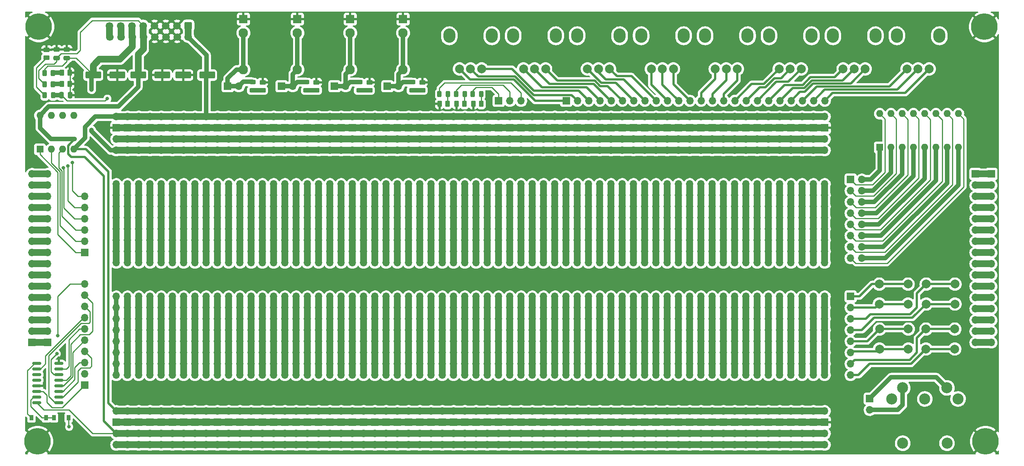
<source format=gbr>
%TF.GenerationSoftware,KiCad,Pcbnew,(6.0.0-0)*%
%TF.CreationDate,2022-11-30T22:17:17-05:00*%
%TF.ProjectId,prototype-board,70726f74-6f74-4797-9065-2d626f617264,rev?*%
%TF.SameCoordinates,Original*%
%TF.FileFunction,Copper,L1,Top*%
%TF.FilePolarity,Positive*%
%FSLAX46Y46*%
G04 Gerber Fmt 4.6, Leading zero omitted, Abs format (unit mm)*
G04 Created by KiCad (PCBNEW (6.0.0-0)) date 2022-11-30 22:17:17*
%MOMM*%
%LPD*%
G01*
G04 APERTURE LIST*
G04 Aperture macros list*
%AMRoundRect*
0 Rectangle with rounded corners*
0 $1 Rounding radius*
0 $2 $3 $4 $5 $6 $7 $8 $9 X,Y pos of 4 corners*
0 Add a 4 corners polygon primitive as box body*
4,1,4,$2,$3,$4,$5,$6,$7,$8,$9,$2,$3,0*
0 Add four circle primitives for the rounded corners*
1,1,$1+$1,$2,$3*
1,1,$1+$1,$4,$5*
1,1,$1+$1,$6,$7*
1,1,$1+$1,$8,$9*
0 Add four rect primitives between the rounded corners*
20,1,$1+$1,$2,$3,$4,$5,0*
20,1,$1+$1,$4,$5,$6,$7,0*
20,1,$1+$1,$6,$7,$8,$9,0*
20,1,$1+$1,$8,$9,$2,$3,0*%
G04 Aperture macros list end*
%TA.AperFunction,ComponentPad*%
%ADD10C,0.800000*%
%TD*%
%TA.AperFunction,ComponentPad*%
%ADD11C,6.000000*%
%TD*%
%TA.AperFunction,ComponentPad*%
%ADD12O,2.720000X3.240000*%
%TD*%
%TA.AperFunction,ComponentPad*%
%ADD13C,2.000000*%
%TD*%
%TA.AperFunction,ComponentPad*%
%ADD14R,1.600000X1.600000*%
%TD*%
%TA.AperFunction,ComponentPad*%
%ADD15O,1.600000X1.600000*%
%TD*%
%TA.AperFunction,ComponentPad*%
%ADD16R,1.700000X1.700000*%
%TD*%
%TA.AperFunction,ComponentPad*%
%ADD17O,1.700000X1.700000*%
%TD*%
%TA.AperFunction,WasherPad*%
%ADD18C,2.499360*%
%TD*%
%TA.AperFunction,ComponentPad*%
%ADD19C,2.499360*%
%TD*%
%TA.AperFunction,SMDPad,CuDef*%
%ADD20RoundRect,0.243750X0.243750X0.456250X-0.243750X0.456250X-0.243750X-0.456250X0.243750X-0.456250X0*%
%TD*%
%TA.AperFunction,SMDPad,CuDef*%
%ADD21RoundRect,0.250000X0.262500X0.450000X-0.262500X0.450000X-0.262500X-0.450000X0.262500X-0.450000X0*%
%TD*%
%TA.AperFunction,ComponentPad*%
%ADD22R,1.930000X1.830000*%
%TD*%
%TA.AperFunction,ComponentPad*%
%ADD23C,2.130000*%
%TD*%
%TA.AperFunction,SMDPad,CuDef*%
%ADD24RoundRect,0.250000X-0.262500X-0.450000X0.262500X-0.450000X0.262500X0.450000X-0.262500X0.450000X0*%
%TD*%
%TA.AperFunction,SMDPad,CuDef*%
%ADD25R,0.900000X1.200000*%
%TD*%
%TA.AperFunction,SMDPad,CuDef*%
%ADD26RoundRect,0.250000X0.450000X-0.262500X0.450000X0.262500X-0.450000X0.262500X-0.450000X-0.262500X0*%
%TD*%
%TA.AperFunction,SMDPad,CuDef*%
%ADD27RoundRect,0.243750X0.456250X-0.243750X0.456250X0.243750X-0.456250X0.243750X-0.456250X-0.243750X0*%
%TD*%
%TA.AperFunction,SMDPad,CuDef*%
%ADD28RoundRect,0.150000X0.825000X0.150000X-0.825000X0.150000X-0.825000X-0.150000X0.825000X-0.150000X0*%
%TD*%
%TA.AperFunction,ComponentPad*%
%ADD29RoundRect,0.250000X-0.600000X0.600000X-0.600000X-0.600000X0.600000X-0.600000X0.600000X0.600000X0*%
%TD*%
%TA.AperFunction,ComponentPad*%
%ADD30C,1.700000*%
%TD*%
%TA.AperFunction,SMDPad,CuDef*%
%ADD31RoundRect,0.250000X-0.250000X-0.475000X0.250000X-0.475000X0.250000X0.475000X-0.250000X0.475000X0*%
%TD*%
%TA.AperFunction,SMDPad,CuDef*%
%ADD32RoundRect,0.250000X-1.500000X-0.550000X1.500000X-0.550000X1.500000X0.550000X-1.500000X0.550000X0*%
%TD*%
%TA.AperFunction,SMDPad,CuDef*%
%ADD33RoundRect,0.250000X0.475000X-0.250000X0.475000X0.250000X-0.475000X0.250000X-0.475000X-0.250000X0*%
%TD*%
%TA.AperFunction,ViaPad*%
%ADD34C,0.800000*%
%TD*%
%TA.AperFunction,Conductor*%
%ADD35C,1.500000*%
%TD*%
%TA.AperFunction,Conductor*%
%ADD36C,1.000000*%
%TD*%
%TA.AperFunction,Conductor*%
%ADD37C,0.250000*%
%TD*%
%TA.AperFunction,Conductor*%
%ADD38C,0.500000*%
%TD*%
G04 APERTURE END LIST*
D10*
%TO.P,H4,1,1*%
%TO.N,GND*%
X41656000Y-43216000D03*
X43246990Y-43875010D03*
X43246990Y-47056990D03*
D11*
X41656000Y-45466000D03*
D10*
X40065010Y-47056990D03*
X41656000Y-47716000D03*
X43906000Y-45466000D03*
X39406000Y-45466000D03*
X40065010Y-43875010D03*
%TD*%
D12*
%TO.P,RV2,*%
%TO.N,*%
X158433714Y-47501000D03*
X148833714Y-47501000D03*
D13*
%TO.P,RV2,1,1*%
%TO.N,Net-(J9-Pad4)*%
X151133714Y-55001000D03*
%TO.P,RV2,2,2*%
%TO.N,Net-(J9-Pad5)*%
X153633714Y-55001000D03*
%TO.P,RV2,3,3*%
%TO.N,Net-(J9-Pad6)*%
X156133714Y-55001000D03*
%TD*%
D14*
%TO.P,U3,1*%
%TO.N,Net-(J12-Pad1)*%
X41920000Y-73142000D03*
D15*
%TO.P,U3,2,-*%
%TO.N,Net-(J12-Pad2)*%
X44460000Y-73142000D03*
%TO.P,U3,3,+*%
%TO.N,Net-(J12-Pad3)*%
X47000000Y-73142000D03*
%TO.P,U3,4,V-*%
%TO.N,-12V*%
X49540000Y-73142000D03*
%TO.P,U3,5,+*%
%TO.N,Net-(J12-Pad6)*%
X49540000Y-65522000D03*
%TO.P,U3,6,-*%
%TO.N,Net-(J12-Pad5)*%
X47000000Y-65522000D03*
%TO.P,U3,7*%
%TO.N,Net-(J12-Pad4)*%
X44460000Y-65522000D03*
%TO.P,U3,8,V+*%
%TO.N,+12V*%
X41920000Y-65522000D03*
%TD*%
D12*
%TO.P,RV5,*%
%TO.N,*%
X192158856Y-47501000D03*
X201758856Y-47501000D03*
D13*
%TO.P,RV5,1,1*%
%TO.N,Net-(J9-Pad13)*%
X194458856Y-55001000D03*
%TO.P,RV5,2,2*%
%TO.N,Net-(J9-Pad14)*%
X196958856Y-55001000D03*
%TO.P,RV5,3,3*%
%TO.N,Net-(J9-Pad15)*%
X199458856Y-55001000D03*
%TD*%
D16*
%TO.P,J13,1,Pin_1*%
%TO.N,/CNT_CLK*%
X52070000Y-126492000D03*
D17*
%TO.P,J13,2,Pin_2*%
%TO.N,/CNT_RESET*%
X52070000Y-123952000D03*
%TO.P,J13,3,Pin_3*%
%TO.N,Net-(J13-Pad3)*%
X52070000Y-121412000D03*
%TO.P,J13,4,Pin_4*%
%TO.N,Net-(J13-Pad4)*%
X52070000Y-118872000D03*
%TO.P,J13,5,Pin_5*%
%TO.N,Net-(J13-Pad5)*%
X52070000Y-116332000D03*
%TO.P,J13,6,Pin_6*%
%TO.N,Net-(J13-Pad6)*%
X52070000Y-113792000D03*
%TO.P,J13,7,Pin_7*%
%TO.N,Net-(J13-Pad7)*%
X52070000Y-111252000D03*
%TO.P,J13,8,Pin_8*%
%TO.N,Net-(J13-Pad8)*%
X52070000Y-108712000D03*
%TO.P,J13,9,Pin_9*%
%TO.N,Net-(J13-Pad9)*%
X52070000Y-106172000D03*
%TO.P,J13,10,Pin_10*%
%TO.N,Net-(J13-Pad10)*%
X52070000Y-103632000D03*
%TD*%
D18*
%TO.P,J19,*%
%TO.N,*%
X246809260Y-139585700D03*
X236806740Y-139585700D03*
D19*
%TO.P,J19,1*%
%TO.N,unconnected-(J19-Pad1)*%
X249306080Y-129590800D03*
%TO.P,J19,2*%
%TO.N,unconnected-(J19-Pad2)*%
X241808000Y-129588260D03*
%TO.P,J19,3*%
%TO.N,unconnected-(J19-Pad3)*%
X234309920Y-129590800D03*
%TO.P,J19,4*%
%TO.N,Net-(J19-Pad4)*%
X246804180Y-127088900D03*
%TO.P,J19,5*%
%TO.N,Net-(J19-Pad5)*%
X236811820Y-127088900D03*
%TD*%
D16*
%TO.P,J9,1,Pin_1*%
%TO.N,Net-(J9-Pad1)*%
X160792000Y-62205000D03*
D17*
%TO.P,J9,2,Pin_2*%
%TO.N,Net-(J9-Pad2)*%
X163332000Y-62205000D03*
%TO.P,J9,3,Pin_3*%
%TO.N,Net-(J9-Pad3)*%
X165872000Y-62205000D03*
%TO.P,J9,4,Pin_4*%
%TO.N,Net-(J9-Pad4)*%
X168412000Y-62205000D03*
%TO.P,J9,5,Pin_5*%
%TO.N,Net-(J9-Pad5)*%
X170952000Y-62205000D03*
%TO.P,J9,6,Pin_6*%
%TO.N,Net-(J9-Pad6)*%
X173492000Y-62205000D03*
%TO.P,J9,7,Pin_7*%
%TO.N,Net-(J9-Pad7)*%
X176032000Y-62205000D03*
%TO.P,J9,8,Pin_8*%
%TO.N,Net-(J9-Pad8)*%
X178572000Y-62205000D03*
%TO.P,J9,9,Pin_9*%
%TO.N,Net-(J9-Pad9)*%
X181112000Y-62205000D03*
%TO.P,J9,10,Pin_10*%
%TO.N,Net-(J9-Pad10)*%
X183652000Y-62205000D03*
%TO.P,J9,11,Pin_11*%
%TO.N,Net-(J9-Pad11)*%
X186192000Y-62205000D03*
%TO.P,J9,12,Pin_12*%
%TO.N,Net-(J9-Pad12)*%
X188732000Y-62205000D03*
%TO.P,J9,13,Pin_13*%
%TO.N,Net-(J9-Pad13)*%
X191272000Y-62205000D03*
%TO.P,J9,14,Pin_14*%
%TO.N,Net-(J9-Pad14)*%
X193812000Y-62205000D03*
%TO.P,J9,15,Pin_15*%
%TO.N,Net-(J9-Pad15)*%
X196352000Y-62205000D03*
%TO.P,J9,16,Pin_16*%
%TO.N,Net-(J9-Pad16)*%
X198892000Y-62205000D03*
%TO.P,J9,17,Pin_17*%
%TO.N,Net-(J9-Pad17)*%
X201432000Y-62205000D03*
%TO.P,J9,18,Pin_18*%
%TO.N,Net-(J9-Pad18)*%
X203972000Y-62205000D03*
%TO.P,J9,19,Pin_19*%
%TO.N,Net-(J9-Pad19)*%
X206512000Y-62205000D03*
%TO.P,J9,20,Pin_20*%
%TO.N,Net-(J9-Pad20)*%
X209052000Y-62205000D03*
%TO.P,J9,21,Pin_21*%
%TO.N,Net-(J9-Pad21)*%
X211592000Y-62205000D03*
%TO.P,J9,22,Pin_22*%
%TO.N,Net-(J9-Pad22)*%
X214132000Y-62205000D03*
%TO.P,J9,23,Pin_23*%
%TO.N,Net-(J9-Pad23)*%
X216672000Y-62205000D03*
%TO.P,J9,24,Pin_24*%
%TO.N,Net-(J9-Pad24)*%
X219212000Y-62205000D03*
%TD*%
D12*
%TO.P,RV7,*%
%TO.N,*%
X221042284Y-47501000D03*
X230642284Y-47501000D03*
D13*
%TO.P,RV7,1,1*%
%TO.N,Net-(J9-Pad19)*%
X223342284Y-55001000D03*
%TO.P,RV7,2,2*%
%TO.N,Net-(J9-Pad20)*%
X225842284Y-55001000D03*
%TO.P,RV7,3,3*%
%TO.N,Net-(J9-Pad21)*%
X228342284Y-55001000D03*
%TD*%
D20*
%TO.P,D6,1,K*%
%TO.N,Net-(D6-Pad1)*%
X44867000Y-58486000D03*
%TO.P,D6,2,A*%
%TO.N,+12V*%
X42992000Y-58486000D03*
%TD*%
%TO.P,D5,1,K*%
%TO.N,Net-(D5-Pad1)*%
X141575000Y-60706000D03*
%TO.P,D5,2,A*%
%TO.N,Net-(D5-Pad2)*%
X139700000Y-60706000D03*
%TD*%
D21*
%TO.P,R7,1*%
%TO.N,Net-(D12-Pad1)*%
X134008500Y-62913500D03*
%TO.P,R7,2*%
%TO.N,GND*%
X132183500Y-62913500D03*
%TD*%
D22*
%TO.P,J2,G*%
%TO.N,GND*%
X100071000Y-43750000D03*
D23*
%TO.P,J2,S*%
%TO.N,Net-(D2-Pad2)*%
X100071000Y-46850000D03*
%TO.P,J2,T*%
X100071000Y-55150000D03*
%TD*%
D16*
%TO.P,J18,1,Pin_1*%
%TO.N,Net-(J17-Pad1)*%
X256856000Y-78740000D03*
D17*
%TO.P,J18,2,Pin_2*%
%TO.N,Net-(J17-Pad2)*%
X256856000Y-81280000D03*
%TO.P,J18,3,Pin_3*%
%TO.N,Net-(J17-Pad3)*%
X256856000Y-83820000D03*
%TO.P,J18,4,Pin_4*%
%TO.N,Net-(J17-Pad4)*%
X256856000Y-86360000D03*
%TO.P,J18,5,Pin_5*%
%TO.N,Net-(J17-Pad5)*%
X256856000Y-88900000D03*
%TO.P,J18,6,Pin_6*%
%TO.N,Net-(J17-Pad6)*%
X256856000Y-91440000D03*
%TO.P,J18,7,Pin_7*%
%TO.N,Net-(J17-Pad7)*%
X256856000Y-93980000D03*
%TO.P,J18,8,Pin_8*%
%TO.N,Net-(J17-Pad8)*%
X256856000Y-96520000D03*
%TO.P,J18,9,Pin_9*%
%TO.N,Net-(J17-Pad9)*%
X256856000Y-99060000D03*
%TO.P,J18,10,Pin_10*%
%TO.N,Net-(J17-Pad10)*%
X256856000Y-101600000D03*
%TO.P,J18,11,Pin_11*%
%TO.N,Net-(J17-Pad11)*%
X256856000Y-104140000D03*
%TO.P,J18,12,Pin_12*%
%TO.N,Net-(J17-Pad12)*%
X256856000Y-106680000D03*
%TO.P,J18,13,Pin_13*%
%TO.N,Net-(J17-Pad13)*%
X256856000Y-109220000D03*
%TO.P,J18,14,Pin_14*%
%TO.N,Net-(J17-Pad14)*%
X256856000Y-111760000D03*
%TO.P,J18,15,Pin_15*%
%TO.N,Net-(J17-Pad15)*%
X256856000Y-114300000D03*
%TO.P,J18,16,Pin_16*%
%TO.N,Net-(J17-Pad16)*%
X256856000Y-116840000D03*
%TD*%
D24*
%TO.P,R9,1*%
%TO.N,Net-(D7-Pad1)*%
X46839500Y-55880000D03*
%TO.P,R9,2*%
%TO.N,GND*%
X48664500Y-55880000D03*
%TD*%
D16*
%TO.P,J12,1,Pin_1*%
%TO.N,Net-(J12-Pad1)*%
X52070000Y-96520000D03*
D17*
%TO.P,J12,2,Pin_2*%
%TO.N,Net-(J12-Pad2)*%
X52070000Y-93980000D03*
%TO.P,J12,3,Pin_3*%
%TO.N,Net-(J12-Pad3)*%
X52070000Y-91440000D03*
%TO.P,J12,4,Pin_4*%
%TO.N,Net-(J12-Pad4)*%
X52070000Y-88900000D03*
%TO.P,J12,5,Pin_5*%
%TO.N,Net-(J12-Pad5)*%
X52070000Y-86360000D03*
%TO.P,J12,6,Pin_6*%
%TO.N,Net-(J12-Pad6)*%
X52070000Y-83820000D03*
%TD*%
D24*
%TO.P,R8,1*%
%TO.N,Net-(D6-Pad1)*%
X46839500Y-58420000D03*
%TO.P,R8,2*%
%TO.N,GND*%
X48664500Y-58420000D03*
%TD*%
D25*
%TO.P,D9,1,K*%
%TO.N,Net-(D10-Pad1)*%
X45086000Y-133858000D03*
%TO.P,D9,2,A*%
%TO.N,/CNT_RESET*%
X48386000Y-133858000D03*
%TD*%
D13*
%TO.P,SW3,1,1*%
%TO.N,Net-(J21-Pad3)*%
X242114000Y-103632000D03*
X248614000Y-103632000D03*
%TO.P,SW3,2,2*%
%TO.N,Net-(J21-Pad4)*%
X248614000Y-108132000D03*
X242114000Y-108132000D03*
%TD*%
D16*
%TO.P,J10,1,Pin_1*%
%TO.N,Net-(D5-Pad2)*%
X145542000Y-62230000D03*
D17*
%TO.P,J10,2,Pin_2*%
%TO.N,Net-(D11-Pad2)*%
X148082000Y-62230000D03*
%TO.P,J10,3,Pin_3*%
%TO.N,Net-(D12-Pad2)*%
X150622000Y-62230000D03*
%TD*%
D20*
%TO.P,D11,1,K*%
%TO.N,Net-(D11-Pad1)*%
X137843500Y-60706000D03*
%TO.P,D11,2,A*%
%TO.N,Net-(D11-Pad2)*%
X135968500Y-60706000D03*
%TD*%
D26*
%TO.P,R2,1*%
%TO.N,Net-(D2-Pad1)*%
X104394000Y-59840500D03*
%TO.P,R2,2*%
%TO.N,GND*%
X104394000Y-58015500D03*
%TD*%
D12*
%TO.P,RV3,*%
%TO.N,*%
X172875428Y-47501000D03*
X163275428Y-47501000D03*
D13*
%TO.P,RV3,1,1*%
%TO.N,Net-(J9-Pad7)*%
X165575428Y-55001000D03*
%TO.P,RV3,2,2*%
%TO.N,Net-(J9-Pad8)*%
X168075428Y-55001000D03*
%TO.P,RV3,3,3*%
%TO.N,Net-(J9-Pad9)*%
X170575428Y-55001000D03*
%TD*%
D26*
%TO.P,R10,1*%
%TO.N,Net-(D8-Pad2)*%
X43434000Y-52474500D03*
%TO.P,R10,2*%
%TO.N,GND*%
X43434000Y-50649500D03*
%TD*%
D27*
%TO.P,D4,1,K*%
%TO.N,Net-(D4-Pad1)*%
X125989000Y-59865500D03*
%TO.P,D4,2,A*%
%TO.N,Net-(D4-Pad2)*%
X125989000Y-57990500D03*
%TD*%
D16*
%TO.P,J1,1,Pin_1*%
%TO.N,Net-(D1-Pad2)*%
X84328000Y-58928000D03*
D17*
%TO.P,J1,2,Pin_2*%
X86868000Y-58928000D03*
%TD*%
D16*
%TO.P,J4,1,Pin_1*%
%TO.N,Net-(D2-Pad2)*%
X96515000Y-58928000D03*
D17*
%TO.P,J4,2,Pin_2*%
X99055000Y-58928000D03*
%TD*%
D22*
%TO.P,J5,G*%
%TO.N,GND*%
X112014000Y-43750000D03*
D23*
%TO.P,J5,S*%
%TO.N,Net-(D3-Pad2)*%
X112014000Y-46850000D03*
%TO.P,J5,T*%
X112014000Y-55150000D03*
%TD*%
D10*
%TO.P,H2,1,1*%
%TO.N,GND*%
X256860990Y-47056990D03*
X255270000Y-47716000D03*
X255270000Y-43216000D03*
X253679010Y-47056990D03*
X253679010Y-43875010D03*
X256860990Y-43875010D03*
X257520000Y-45466000D03*
X253020000Y-45466000D03*
D11*
X255270000Y-45466000D03*
%TD*%
D10*
%TO.P,H3,1,1*%
%TO.N,GND*%
X42992990Y-137601010D03*
X39152000Y-139192000D03*
X41402000Y-141442000D03*
X39811010Y-140782990D03*
X42992990Y-140782990D03*
X43652000Y-139192000D03*
X39811010Y-137601010D03*
D11*
X41402000Y-139192000D03*
D10*
X41402000Y-136942000D03*
%TD*%
D12*
%TO.P,RV8,*%
%TO.N,*%
X235484000Y-47501000D03*
X245084000Y-47501000D03*
D13*
%TO.P,RV8,1,1*%
%TO.N,Net-(J9-Pad22)*%
X237784000Y-55001000D03*
%TO.P,RV8,2,2*%
%TO.N,Net-(J9-Pad23)*%
X240284000Y-55001000D03*
%TO.P,RV8,3,3*%
%TO.N,Net-(J9-Pad24)*%
X242784000Y-55001000D03*
%TD*%
D12*
%TO.P,RV4,*%
%TO.N,*%
X187317142Y-47501000D03*
X177717142Y-47501000D03*
D13*
%TO.P,RV4,1,1*%
%TO.N,Net-(J9-Pad10)*%
X180017142Y-55001000D03*
%TO.P,RV4,2,2*%
%TO.N,Net-(J9-Pad11)*%
X182517142Y-55001000D03*
%TO.P,RV4,3,3*%
%TO.N,Net-(J9-Pad12)*%
X185017142Y-55001000D03*
%TD*%
D28*
%TO.P,U4,1,Q5*%
%TO.N,Net-(J13-Pad8)*%
X46163000Y-130429000D03*
%TO.P,U4,2,Q1*%
%TO.N,Net-(J13-Pad4)*%
X46163000Y-129159000D03*
%TO.P,U4,3,Q0*%
%TO.N,Net-(J13-Pad3)*%
X46163000Y-127889000D03*
%TO.P,U4,4,Q2*%
%TO.N,Net-(J13-Pad5)*%
X46163000Y-126619000D03*
%TO.P,U4,5,Q6*%
%TO.N,Net-(J13-Pad9)*%
X46163000Y-125349000D03*
%TO.P,U4,6,Q7*%
%TO.N,Net-(J13-Pad10)*%
X46163000Y-124079000D03*
%TO.P,U4,7,Q3*%
%TO.N,Net-(J13-Pad6)*%
X46163000Y-122809000D03*
%TO.P,U4,8,VSS*%
%TO.N,GND*%
X46163000Y-121539000D03*
%TO.P,U4,9,Q8*%
%TO.N,Net-(D10-Pad2)*%
X41213000Y-121539000D03*
%TO.P,U4,10,Q4*%
%TO.N,Net-(J13-Pad7)*%
X41213000Y-122809000D03*
%TO.P,U4,11,Q9*%
%TO.N,unconnected-(U4-Pad11)*%
X41213000Y-124079000D03*
%TO.P,U4,12,Cout*%
%TO.N,unconnected-(U4-Pad12)*%
X41213000Y-125349000D03*
%TO.P,U4,13,CKEN*%
%TO.N,GND*%
X41213000Y-126619000D03*
%TO.P,U4,14,CLK*%
%TO.N,/CNT_CLK*%
X41213000Y-127889000D03*
%TO.P,U4,15,Reset*%
%TO.N,Net-(D10-Pad1)*%
X41213000Y-129159000D03*
%TO.P,U4,16,VDD*%
%TO.N,+12V*%
X41213000Y-130429000D03*
%TD*%
D14*
%TO.P,SW1,1*%
%TO.N,Net-(J11-Pad2)*%
X231623000Y-72737250D03*
D15*
%TO.P,SW1,2*%
%TO.N,Net-(J11-Pad4)*%
X234163000Y-72737250D03*
%TO.P,SW1,3*%
%TO.N,Net-(J11-Pad6)*%
X236703000Y-72737250D03*
%TO.P,SW1,4*%
%TO.N,Net-(J11-Pad8)*%
X239243000Y-72737250D03*
%TO.P,SW1,5*%
%TO.N,Net-(J11-Pad10)*%
X241783000Y-72737250D03*
%TO.P,SW1,6*%
%TO.N,Net-(J11-Pad12)*%
X244323000Y-72737250D03*
%TO.P,SW1,7*%
%TO.N,Net-(J11-Pad14)*%
X246863000Y-72737250D03*
%TO.P,SW1,8*%
%TO.N,Net-(J11-Pad16)*%
X249403000Y-72737250D03*
%TO.P,SW1,9*%
%TO.N,Net-(J11-Pad15)*%
X249403000Y-65117250D03*
%TO.P,SW1,10*%
%TO.N,Net-(J11-Pad13)*%
X246863000Y-65117250D03*
%TO.P,SW1,11*%
%TO.N,Net-(J11-Pad11)*%
X244323000Y-65117250D03*
%TO.P,SW1,12*%
%TO.N,Net-(J11-Pad9)*%
X241783000Y-65117250D03*
%TO.P,SW1,13*%
%TO.N,Net-(J11-Pad7)*%
X239243000Y-65117250D03*
%TO.P,SW1,14*%
%TO.N,Net-(J11-Pad5)*%
X236703000Y-65117250D03*
%TO.P,SW1,15*%
%TO.N,Net-(J11-Pad3)*%
X234163000Y-65117250D03*
%TO.P,SW1,16*%
%TO.N,Net-(J11-Pad1)*%
X231623000Y-65117250D03*
%TD*%
D16*
%TO.P,J6,1,Pin_1*%
%TO.N,Net-(D3-Pad2)*%
X108458000Y-58928000D03*
D17*
%TO.P,J6,2,Pin_2*%
X110998000Y-58928000D03*
%TD*%
D20*
%TO.P,D7,1,K*%
%TO.N,Net-(D7-Pad1)*%
X44867000Y-55946000D03*
%TO.P,D7,2,A*%
%TO.N,+5V*%
X42992000Y-55946000D03*
%TD*%
D16*
%TO.P,J20,1,Pin_1*%
%TO.N,Net-(J19-Pad4)*%
X229362000Y-129543890D03*
D17*
%TO.P,J20,2,Pin_2*%
%TO.N,Net-(J19-Pad5)*%
X229362000Y-132083890D03*
%TD*%
D25*
%TO.P,D10,1,K*%
%TO.N,Net-(D10-Pad1)*%
X43306000Y-133858000D03*
%TO.P,D10,2,A*%
%TO.N,Net-(D10-Pad2)*%
X40006000Y-133858000D03*
%TD*%
D27*
%TO.P,D1,1,K*%
%TO.N,Net-(D1-Pad1)*%
X89921000Y-59865500D03*
%TO.P,D1,2,A*%
%TO.N,Net-(D1-Pad2)*%
X89921000Y-57990500D03*
%TD*%
D21*
%TO.P,R6,1*%
%TO.N,Net-(D11-Pad1)*%
X137818500Y-62913500D03*
%TO.P,R6,2*%
%TO.N,GND*%
X135993500Y-62913500D03*
%TD*%
D29*
%TO.P,U1,1,-12V*%
%TO.N,-12V*%
X75438000Y-45224000D03*
D30*
X75438000Y-47764000D03*
%TO.P,U1,2,GND*%
%TO.N,GND*%
X72910000Y-47764000D03*
X72898000Y-45224000D03*
%TO.P,U1,3,GND*%
X70358000Y-45224000D03*
X70370000Y-47764000D03*
%TO.P,U1,4,GND*%
X67830000Y-47764000D03*
X67818000Y-45224000D03*
%TO.P,U1,5,12V*%
%TO.N,+12V*%
X65278000Y-45224000D03*
X65290000Y-47764000D03*
%TO.P,U1,6,5V*%
%TO.N,+5V*%
X62750000Y-47764000D03*
X62738000Y-45224000D03*
%TO.P,U1,7,CV*%
%TO.N,CV*%
X60198000Y-45224000D03*
X60210000Y-47764000D03*
%TO.P,U1,8,GATE*%
%TO.N,GATE*%
X57670000Y-47764000D03*
X57658000Y-45224000D03*
%TD*%
D20*
%TO.P,D12,1,K*%
%TO.N,Net-(D12-Pad1)*%
X134033500Y-60706000D03*
%TO.P,D12,2,A*%
%TO.N,Net-(D12-Pad2)*%
X132158500Y-60706000D03*
%TD*%
D12*
%TO.P,RV1,*%
%TO.N,*%
X134392000Y-47501000D03*
X143992000Y-47501000D03*
D13*
%TO.P,RV1,1,1*%
%TO.N,Net-(J9-Pad1)*%
X136692000Y-55001000D03*
%TO.P,RV1,2,2*%
%TO.N,Net-(J9-Pad2)*%
X139192000Y-55001000D03*
%TO.P,RV1,3,3*%
%TO.N,Net-(J9-Pad3)*%
X141692000Y-55001000D03*
%TD*%
%TO.P,SW5,1,1*%
%TO.N,Net-(J21-Pad7)*%
X242062000Y-113792000D03*
X248562000Y-113792000D03*
%TO.P,SW5,2,2*%
%TO.N,Net-(J21-Pad8)*%
X248562000Y-118292000D03*
X242062000Y-118292000D03*
%TD*%
D31*
%TO.P,C1,1*%
%TO.N,-12V*%
X46802000Y-60960000D03*
%TO.P,C1,2*%
%TO.N,GND*%
X48702000Y-60960000D03*
%TD*%
D32*
%TO.P,C4,1*%
%TO.N,+12V*%
X64114000Y-56390500D03*
%TO.P,C4,2*%
%TO.N,GND*%
X69514000Y-56390500D03*
%TD*%
D16*
%TO.P,J15,1,Pin_1*%
%TO.N,Net-(J15-Pad1)*%
X43688000Y-116840000D03*
D17*
%TO.P,J15,2,Pin_2*%
%TO.N,Net-(J15-Pad2)*%
X43688000Y-114300000D03*
%TO.P,J15,3,Pin_3*%
%TO.N,Net-(J15-Pad3)*%
X43688000Y-111760000D03*
%TO.P,J15,4,Pin_4*%
%TO.N,Net-(J15-Pad4)*%
X43688000Y-109220000D03*
%TO.P,J15,5,Pin_5*%
%TO.N,Net-(J15-Pad5)*%
X43688000Y-106680000D03*
%TO.P,J15,6,Pin_6*%
%TO.N,Net-(J15-Pad6)*%
X43688000Y-104140000D03*
%TO.P,J15,7,Pin_7*%
%TO.N,Net-(J15-Pad7)*%
X43688000Y-101600000D03*
%TO.P,J15,8,Pin_8*%
%TO.N,Net-(J15-Pad8)*%
X43688000Y-99060000D03*
%TO.P,J15,9,Pin_9*%
%TO.N,Net-(J15-Pad9)*%
X43688000Y-96520000D03*
%TO.P,J15,10,Pin_10*%
%TO.N,Net-(J15-Pad10)*%
X43688000Y-93980000D03*
%TO.P,J15,11,Pin_11*%
%TO.N,Net-(J15-Pad11)*%
X43688000Y-91440000D03*
%TO.P,J15,12,Pin_12*%
%TO.N,Net-(J15-Pad12)*%
X43688000Y-88900000D03*
%TO.P,J15,13,Pin_13*%
%TO.N,Net-(J15-Pad13)*%
X43688000Y-86360000D03*
%TO.P,J15,14,Pin_14*%
%TO.N,Net-(J15-Pad14)*%
X43688000Y-83820000D03*
%TO.P,J15,15,Pin_15*%
%TO.N,Net-(J15-Pad15)*%
X43688000Y-81280000D03*
%TO.P,J15,16,Pin_16*%
%TO.N,Net-(J15-Pad16)*%
X43688000Y-78740000D03*
%TD*%
D33*
%TO.P,C3,1*%
%TO.N,+5V*%
X48006000Y-52512000D03*
%TO.P,C3,2*%
%TO.N,GND*%
X48006000Y-50612000D03*
%TD*%
D27*
%TO.P,D2,1,K*%
%TO.N,Net-(D2-Pad1)*%
X102108000Y-59865500D03*
%TO.P,D2,2,A*%
%TO.N,Net-(D2-Pad2)*%
X102108000Y-57990500D03*
%TD*%
D26*
%TO.P,R4,1*%
%TO.N,Net-(D4-Pad1)*%
X128275000Y-59840500D03*
%TO.P,R4,2*%
%TO.N,GND*%
X128275000Y-58015500D03*
%TD*%
D16*
%TO.P,J11,1,Pin_1*%
%TO.N,Net-(J11-Pad1)*%
X225044000Y-80010000D03*
D17*
%TO.P,J11,2,Pin_2*%
%TO.N,Net-(J11-Pad2)*%
X227584000Y-80010000D03*
%TO.P,J11,3,Pin_3*%
%TO.N,Net-(J11-Pad3)*%
X225044000Y-82550000D03*
%TO.P,J11,4,Pin_4*%
%TO.N,Net-(J11-Pad4)*%
X227584000Y-82550000D03*
%TO.P,J11,5,Pin_5*%
%TO.N,Net-(J11-Pad5)*%
X225044000Y-85090000D03*
%TO.P,J11,6,Pin_6*%
%TO.N,Net-(J11-Pad6)*%
X227584000Y-85090000D03*
%TO.P,J11,7,Pin_7*%
%TO.N,Net-(J11-Pad7)*%
X225044000Y-87630000D03*
%TO.P,J11,8,Pin_8*%
%TO.N,Net-(J11-Pad8)*%
X227584000Y-87630000D03*
%TO.P,J11,9,Pin_9*%
%TO.N,Net-(J11-Pad9)*%
X225044000Y-90170000D03*
%TO.P,J11,10,Pin_10*%
%TO.N,Net-(J11-Pad10)*%
X227584000Y-90170000D03*
%TO.P,J11,11,Pin_11*%
%TO.N,Net-(J11-Pad11)*%
X225044000Y-92710000D03*
%TO.P,J11,12,Pin_12*%
%TO.N,Net-(J11-Pad12)*%
X227584000Y-92710000D03*
%TO.P,J11,13,Pin_13*%
%TO.N,Net-(J11-Pad13)*%
X225044000Y-95250000D03*
%TO.P,J11,14,Pin_14*%
%TO.N,Net-(J11-Pad14)*%
X227584000Y-95250000D03*
%TO.P,J11,15,Pin_15*%
%TO.N,Net-(J11-Pad15)*%
X225044000Y-97790000D03*
%TO.P,J11,16,Pin_16*%
%TO.N,Net-(J11-Pad16)*%
X227584000Y-97790000D03*
%TD*%
D16*
%TO.P,J16,1,Pin_1*%
%TO.N,Net-(J15-Pad1)*%
X40132000Y-116840000D03*
D17*
%TO.P,J16,2,Pin_2*%
%TO.N,Net-(J15-Pad2)*%
X40132000Y-114300000D03*
%TO.P,J16,3,Pin_3*%
%TO.N,Net-(J15-Pad3)*%
X40132000Y-111760000D03*
%TO.P,J16,4,Pin_4*%
%TO.N,Net-(J15-Pad4)*%
X40132000Y-109220000D03*
%TO.P,J16,5,Pin_5*%
%TO.N,Net-(J15-Pad5)*%
X40132000Y-106680000D03*
%TO.P,J16,6,Pin_6*%
%TO.N,Net-(J15-Pad6)*%
X40132000Y-104140000D03*
%TO.P,J16,7,Pin_7*%
%TO.N,Net-(J15-Pad7)*%
X40132000Y-101600000D03*
%TO.P,J16,8,Pin_8*%
%TO.N,Net-(J15-Pad8)*%
X40132000Y-99060000D03*
%TO.P,J16,9,Pin_9*%
%TO.N,Net-(J15-Pad9)*%
X40132000Y-96520000D03*
%TO.P,J16,10,Pin_10*%
%TO.N,Net-(J15-Pad10)*%
X40132000Y-93980000D03*
%TO.P,J16,11,Pin_11*%
%TO.N,Net-(J15-Pad11)*%
X40132000Y-91440000D03*
%TO.P,J16,12,Pin_12*%
%TO.N,Net-(J15-Pad12)*%
X40132000Y-88900000D03*
%TO.P,J16,13,Pin_13*%
%TO.N,Net-(J15-Pad13)*%
X40132000Y-86360000D03*
%TO.P,J16,14,Pin_14*%
%TO.N,Net-(J15-Pad14)*%
X40132000Y-83820000D03*
%TO.P,J16,15,Pin_15*%
%TO.N,Net-(J15-Pad15)*%
X40132000Y-81280000D03*
%TO.P,J16,16,Pin_16*%
%TO.N,Net-(J15-Pad16)*%
X40132000Y-78740000D03*
%TD*%
D20*
%TO.P,D8,1,K*%
%TO.N,-12V*%
X44879500Y-60960000D03*
%TO.P,D8,2,A*%
%TO.N,Net-(D8-Pad2)*%
X43004500Y-60960000D03*
%TD*%
D16*
%TO.P,J21,1,Pin_1*%
%TO.N,Net-(J21-Pad1)*%
X225044000Y-106426000D03*
D17*
%TO.P,J21,2,Pin_2*%
%TO.N,Net-(J21-Pad2)*%
X225044000Y-108966000D03*
%TO.P,J21,3,Pin_3*%
%TO.N,Net-(J21-Pad3)*%
X225044000Y-111506000D03*
%TO.P,J21,4,Pin_4*%
%TO.N,Net-(J21-Pad4)*%
X225044000Y-114046000D03*
%TO.P,J21,5,Pin_5*%
%TO.N,Net-(J21-Pad5)*%
X225044000Y-116586000D03*
%TO.P,J21,6,Pin_6*%
%TO.N,Net-(J21-Pad6)*%
X225044000Y-119126000D03*
%TO.P,J21,7,Pin_7*%
%TO.N,Net-(J21-Pad7)*%
X225044000Y-121666000D03*
%TO.P,J21,8,Pin_8*%
%TO.N,Net-(J21-Pad8)*%
X225044000Y-124206000D03*
%TD*%
D22*
%TO.P,J3,G*%
%TO.N,GND*%
X87884000Y-43750000D03*
D23*
%TO.P,J3,S*%
%TO.N,Net-(D1-Pad2)*%
X87884000Y-46850000D03*
%TO.P,J3,T*%
X87884000Y-55150000D03*
%TD*%
D26*
%TO.P,R1,1*%
%TO.N,Net-(D1-Pad1)*%
X92207000Y-59840500D03*
%TO.P,R1,2*%
%TO.N,GND*%
X92207000Y-58015500D03*
%TD*%
D21*
%TO.P,R5,1*%
%TO.N,Net-(D5-Pad1)*%
X141628500Y-62913500D03*
%TO.P,R5,2*%
%TO.N,GND*%
X139803500Y-62913500D03*
%TD*%
D32*
%TO.P,C6,1*%
%TO.N,+5V*%
X53954000Y-56390500D03*
%TO.P,C6,2*%
%TO.N,GND*%
X59354000Y-56390500D03*
%TD*%
D10*
%TO.P,H1,1,1*%
%TO.N,GND*%
X257114990Y-137601010D03*
X255524000Y-136942000D03*
X255524000Y-141442000D03*
X253933010Y-137601010D03*
X257114990Y-140782990D03*
X253274000Y-139192000D03*
X257774000Y-139192000D03*
X253933010Y-140782990D03*
D11*
X255524000Y-139192000D03*
%TD*%
D16*
%TO.P,J17,1,Pin_1*%
%TO.N,Net-(J17-Pad1)*%
X253238000Y-78740000D03*
D17*
%TO.P,J17,2,Pin_2*%
%TO.N,Net-(J17-Pad2)*%
X253238000Y-81280000D03*
%TO.P,J17,3,Pin_3*%
%TO.N,Net-(J17-Pad3)*%
X253238000Y-83820000D03*
%TO.P,J17,4,Pin_4*%
%TO.N,Net-(J17-Pad4)*%
X253238000Y-86360000D03*
%TO.P,J17,5,Pin_5*%
%TO.N,Net-(J17-Pad5)*%
X253238000Y-88900000D03*
%TO.P,J17,6,Pin_6*%
%TO.N,Net-(J17-Pad6)*%
X253238000Y-91440000D03*
%TO.P,J17,7,Pin_7*%
%TO.N,Net-(J17-Pad7)*%
X253238000Y-93980000D03*
%TO.P,J17,8,Pin_8*%
%TO.N,Net-(J17-Pad8)*%
X253238000Y-96520000D03*
%TO.P,J17,9,Pin_9*%
%TO.N,Net-(J17-Pad9)*%
X253238000Y-99060000D03*
%TO.P,J17,10,Pin_10*%
%TO.N,Net-(J17-Pad10)*%
X253238000Y-101600000D03*
%TO.P,J17,11,Pin_11*%
%TO.N,Net-(J17-Pad11)*%
X253238000Y-104140000D03*
%TO.P,J17,12,Pin_12*%
%TO.N,Net-(J17-Pad12)*%
X253238000Y-106680000D03*
%TO.P,J17,13,Pin_13*%
%TO.N,Net-(J17-Pad13)*%
X253238000Y-109220000D03*
%TO.P,J17,14,Pin_14*%
%TO.N,Net-(J17-Pad14)*%
X253238000Y-111760000D03*
%TO.P,J17,15,Pin_15*%
%TO.N,Net-(J17-Pad15)*%
X253238000Y-114300000D03*
%TO.P,J17,16,Pin_16*%
%TO.N,Net-(J17-Pad16)*%
X253238000Y-116840000D03*
%TD*%
%TO.P,REF\u002A\u002A,-12V*%
%TO.N,-12V*%
X87122000Y-132334000D03*
X137922000Y-132334000D03*
X150622000Y-65786000D03*
X170942000Y-132334000D03*
X117602000Y-132334000D03*
X216662000Y-65786000D03*
X89662000Y-65786000D03*
X178562000Y-132334000D03*
X140462000Y-65786000D03*
X196342000Y-65786000D03*
X127762000Y-65786000D03*
X198882000Y-65786000D03*
X163322000Y-132334000D03*
X193802000Y-65786000D03*
X66802000Y-132334000D03*
X155702000Y-132334000D03*
X59182000Y-132334000D03*
X97282000Y-132334000D03*
X137922000Y-65786000D03*
X160782000Y-132334000D03*
X122682000Y-132334000D03*
X203962000Y-132334000D03*
X206502000Y-132334000D03*
X125222000Y-132334000D03*
X92202000Y-132334000D03*
X87122000Y-65786000D03*
X143002000Y-65786000D03*
X59182000Y-65786000D03*
X69342000Y-132334000D03*
X155702000Y-65786000D03*
X99822000Y-65786000D03*
X173482000Y-65786000D03*
X107442000Y-65786000D03*
X125222000Y-65786000D03*
X153162000Y-65786000D03*
X165862000Y-132334000D03*
X188722000Y-132334000D03*
X104902000Y-132334000D03*
X94742000Y-65786000D03*
X71882000Y-132334000D03*
X145542000Y-132334000D03*
X71882000Y-65786000D03*
X122682000Y-65786000D03*
X112522000Y-65786000D03*
X181102000Y-65786000D03*
X102362000Y-132334000D03*
X209042000Y-132334000D03*
X163322000Y-65786000D03*
X61722000Y-65786000D03*
X150622000Y-132334000D03*
X206502000Y-65786000D03*
X109982000Y-65786000D03*
X193802000Y-132334000D03*
X94742000Y-132334000D03*
X92202000Y-65786000D03*
X120142000Y-132334000D03*
X97282000Y-65786000D03*
X176022000Y-65786000D03*
X109982000Y-132334000D03*
X173482000Y-132334000D03*
X84582000Y-132334000D03*
X135382000Y-65786000D03*
X143002000Y-132334000D03*
X130302000Y-65786000D03*
X211582000Y-65786000D03*
X153162000Y-132334000D03*
X181102000Y-132334000D03*
X115062000Y-132334000D03*
X117602000Y-65786000D03*
X61722000Y-132334000D03*
X203962000Y-65786000D03*
X66802000Y-65786000D03*
X214122000Y-65786000D03*
X69342000Y-65786000D03*
X186182000Y-132334000D03*
X148082000Y-65786000D03*
X160782000Y-65786000D03*
X209042000Y-65786000D03*
X76962000Y-65786000D03*
X158242000Y-132334000D03*
X135382000Y-132334000D03*
X168402000Y-65786000D03*
X112522000Y-132334000D03*
X104902000Y-65786000D03*
X107442000Y-132334000D03*
X76962000Y-132334000D03*
X201422000Y-65786000D03*
X140462000Y-132334000D03*
X132842000Y-132334000D03*
X120142000Y-65786000D03*
X191262000Y-65786000D03*
X148082000Y-132334000D03*
X183642000Y-132334000D03*
X74422000Y-65786000D03*
X79502000Y-132334000D03*
X216662000Y-132334000D03*
X89662000Y-132334000D03*
X132842000Y-65786000D03*
X201422000Y-132334000D03*
X165862000Y-65786000D03*
X211582000Y-132334000D03*
X82042000Y-132334000D03*
X219202000Y-132334000D03*
X158242000Y-65786000D03*
X64262000Y-65786000D03*
X102362000Y-65786000D03*
X186182000Y-65786000D03*
X170942000Y-65786000D03*
X168402000Y-132334000D03*
X196342000Y-132334000D03*
X191262000Y-132334000D03*
X84582000Y-65786000D03*
X74422000Y-132334000D03*
X115062000Y-65786000D03*
X64262000Y-132334000D03*
X176022000Y-132334000D03*
X188722000Y-65786000D03*
X178562000Y-65786000D03*
X145542000Y-65786000D03*
X183642000Y-65786000D03*
X214122000Y-132334000D03*
X130302000Y-132334000D03*
X198882000Y-132334000D03*
X79502000Y-65786000D03*
X99822000Y-132334000D03*
X219202000Y-65786000D03*
X82042000Y-65786000D03*
X127762000Y-132334000D03*
%TO.P,REF\u002A\u002A,1*%
%TO.N,N/C*%
X59182000Y-93726000D03*
X59182000Y-121666000D03*
X59182000Y-83566000D03*
X59182000Y-98806000D03*
X59182000Y-81026000D03*
X59182000Y-91186000D03*
X59182000Y-88646000D03*
X59182000Y-119126000D03*
X59182000Y-124206000D03*
X59182000Y-108966000D03*
X59182000Y-106426000D03*
X59182000Y-111506000D03*
X59182000Y-114046000D03*
X59182000Y-96266000D03*
X59182000Y-86106000D03*
X59182000Y-116586000D03*
%TO.P,REF\u002A\u002A,2*%
X61722000Y-93726000D03*
X61722000Y-83566000D03*
X61722000Y-88646000D03*
X61722000Y-116586000D03*
X61722000Y-81026000D03*
X61722000Y-86106000D03*
X61722000Y-91186000D03*
X61722000Y-119126000D03*
X61722000Y-106426000D03*
X61722000Y-111506000D03*
X61722000Y-96266000D03*
X61722000Y-114046000D03*
X61722000Y-124206000D03*
X61722000Y-121666000D03*
X61722000Y-108966000D03*
X61722000Y-98806000D03*
%TO.P,REF\u002A\u002A,3*%
X64262000Y-81026000D03*
X64262000Y-86106000D03*
X64262000Y-116586000D03*
X64262000Y-83566000D03*
X64262000Y-114046000D03*
X64262000Y-93726000D03*
X64262000Y-108966000D03*
X64262000Y-119126000D03*
X64262000Y-121666000D03*
X64262000Y-88646000D03*
X64262000Y-96266000D03*
X64262000Y-98806000D03*
X64262000Y-111506000D03*
X64262000Y-124206000D03*
X64262000Y-106426000D03*
X64262000Y-91186000D03*
%TO.P,REF\u002A\u002A,4*%
X66802000Y-124206000D03*
X66802000Y-119126000D03*
X66802000Y-93726000D03*
X66802000Y-111506000D03*
X66802000Y-108966000D03*
X66802000Y-83566000D03*
X66802000Y-114046000D03*
X66802000Y-91186000D03*
X66802000Y-81026000D03*
X66802000Y-106426000D03*
X66802000Y-98806000D03*
X66802000Y-121666000D03*
X66802000Y-86106000D03*
X66802000Y-88646000D03*
X66802000Y-96266000D03*
X66802000Y-116586000D03*
%TO.P,REF\u002A\u002A,5*%
X69342000Y-96266000D03*
X69342000Y-81026000D03*
X69342000Y-124206000D03*
X69342000Y-116586000D03*
X69342000Y-91186000D03*
X69342000Y-93726000D03*
X69342000Y-106426000D03*
X69342000Y-108966000D03*
X69342000Y-121666000D03*
X69342000Y-98806000D03*
X69342000Y-88646000D03*
X69342000Y-111506000D03*
X69342000Y-83566000D03*
X69342000Y-86106000D03*
X69342000Y-114046000D03*
X69342000Y-119126000D03*
%TO.P,REF\u002A\u002A,5V*%
%TO.N,+5V*%
X165862000Y-139954000D03*
X74422000Y-73406000D03*
X170942000Y-73406000D03*
X61722000Y-139954000D03*
X66802000Y-73406000D03*
X71882000Y-73406000D03*
X219202000Y-73406000D03*
X112522000Y-73406000D03*
X214122000Y-139954000D03*
X127762000Y-73406000D03*
X59182000Y-73406000D03*
X99822000Y-73406000D03*
X112522000Y-139954000D03*
X107442000Y-139954000D03*
X104902000Y-73406000D03*
X104902000Y-139954000D03*
X66802000Y-139954000D03*
X64262000Y-139954000D03*
X173482000Y-73406000D03*
X99822000Y-139954000D03*
X214122000Y-73406000D03*
X168402000Y-139954000D03*
X196342000Y-139954000D03*
X127762000Y-139954000D03*
X193802000Y-139954000D03*
X132842000Y-139954000D03*
X92202000Y-73406000D03*
X155702000Y-139954000D03*
X74422000Y-139954000D03*
X122682000Y-139954000D03*
X94742000Y-139954000D03*
X188722000Y-139954000D03*
X102362000Y-73406000D03*
X203962000Y-139954000D03*
X173482000Y-139954000D03*
X183642000Y-73406000D03*
X135382000Y-73406000D03*
X158242000Y-139954000D03*
X209042000Y-139954000D03*
X140462000Y-73406000D03*
X143002000Y-73406000D03*
X130302000Y-139954000D03*
X206502000Y-139954000D03*
X107442000Y-73406000D03*
X145542000Y-73406000D03*
X82042000Y-73406000D03*
X163322000Y-139954000D03*
X79502000Y-139954000D03*
X201422000Y-139954000D03*
X120142000Y-73406000D03*
X109982000Y-73406000D03*
X145542000Y-139954000D03*
X125222000Y-73406000D03*
X158242000Y-73406000D03*
X219202000Y-139954000D03*
X115062000Y-73406000D03*
X69342000Y-73406000D03*
X120142000Y-139954000D03*
X211582000Y-139954000D03*
X178562000Y-139954000D03*
X137922000Y-73406000D03*
X211582000Y-73406000D03*
X76962000Y-73406000D03*
X191262000Y-139954000D03*
X183642000Y-139954000D03*
X186182000Y-139954000D03*
X181102000Y-139954000D03*
X117602000Y-139954000D03*
X115062000Y-139954000D03*
X97282000Y-139954000D03*
X122682000Y-73406000D03*
X89662000Y-73406000D03*
X176022000Y-139954000D03*
X69342000Y-139954000D03*
X84582000Y-139954000D03*
X168402000Y-73406000D03*
X150622000Y-139954000D03*
X148082000Y-73406000D03*
X137922000Y-139954000D03*
X155702000Y-73406000D03*
X135382000Y-139954000D03*
X125222000Y-139954000D03*
X150622000Y-73406000D03*
X71882000Y-139954000D03*
X64262000Y-73406000D03*
X163322000Y-73406000D03*
X59182000Y-139954000D03*
X82042000Y-139954000D03*
X130302000Y-73406000D03*
X89662000Y-139954000D03*
X160782000Y-73406000D03*
X109982000Y-139954000D03*
X76962000Y-139954000D03*
X203962000Y-73406000D03*
X148082000Y-139954000D03*
X216662000Y-139954000D03*
X140462000Y-139954000D03*
X153162000Y-139954000D03*
X216662000Y-73406000D03*
X87122000Y-139954000D03*
X170942000Y-139954000D03*
X84582000Y-73406000D03*
X181102000Y-73406000D03*
X153162000Y-73406000D03*
X186182000Y-73406000D03*
X61722000Y-73406000D03*
X79502000Y-73406000D03*
X198882000Y-73406000D03*
X206502000Y-73406000D03*
X92202000Y-139954000D03*
X191262000Y-73406000D03*
X176022000Y-73406000D03*
X102362000Y-139954000D03*
X188722000Y-73406000D03*
X87122000Y-73406000D03*
X178562000Y-73406000D03*
X97282000Y-73406000D03*
X198882000Y-139954000D03*
X143002000Y-139954000D03*
X160782000Y-139954000D03*
X209042000Y-73406000D03*
X193802000Y-73406000D03*
X94742000Y-73406000D03*
X165862000Y-73406000D03*
X196342000Y-73406000D03*
X117602000Y-73406000D03*
X132842000Y-73406000D03*
X201422000Y-73406000D03*
%TO.P,REF\u002A\u002A,6*%
%TO.N,N/C*%
X71882000Y-96266000D03*
X71882000Y-106426000D03*
X71882000Y-111506000D03*
X71882000Y-83566000D03*
X71882000Y-114046000D03*
X71882000Y-93726000D03*
X71882000Y-121666000D03*
X71882000Y-91186000D03*
X71882000Y-119126000D03*
X71882000Y-86106000D03*
X71882000Y-108966000D03*
X71882000Y-88646000D03*
X71882000Y-116586000D03*
X71882000Y-81026000D03*
X71882000Y-124206000D03*
X71882000Y-98806000D03*
%TO.P,REF\u002A\u002A,7*%
X74422000Y-124206000D03*
X74422000Y-108966000D03*
X74422000Y-93726000D03*
X74422000Y-83566000D03*
X74422000Y-98806000D03*
X74422000Y-119126000D03*
X74422000Y-91186000D03*
X74422000Y-81026000D03*
X74422000Y-86106000D03*
X74422000Y-111506000D03*
X74422000Y-88646000D03*
X74422000Y-114046000D03*
X74422000Y-96266000D03*
X74422000Y-116586000D03*
X74422000Y-121666000D03*
X74422000Y-106426000D03*
%TO.P,REF\u002A\u002A,8*%
X76962000Y-93726000D03*
X76962000Y-86106000D03*
X76962000Y-108966000D03*
X76962000Y-106426000D03*
X76962000Y-121666000D03*
X76962000Y-124206000D03*
X76962000Y-114046000D03*
X76962000Y-98806000D03*
X76962000Y-81026000D03*
X76962000Y-96266000D03*
X76962000Y-116586000D03*
X76962000Y-83566000D03*
X76962000Y-111506000D03*
X76962000Y-119126000D03*
X76962000Y-88646000D03*
X76962000Y-91186000D03*
%TO.P,REF\u002A\u002A,9*%
X79502000Y-114046000D03*
X79502000Y-116586000D03*
X79502000Y-91186000D03*
X79502000Y-98806000D03*
X79502000Y-86106000D03*
X79502000Y-111506000D03*
X79502000Y-81026000D03*
X79502000Y-108966000D03*
X79502000Y-83566000D03*
X79502000Y-88646000D03*
X79502000Y-119126000D03*
X79502000Y-121666000D03*
X79502000Y-93726000D03*
X79502000Y-124206000D03*
X79502000Y-106426000D03*
X79502000Y-96266000D03*
%TO.P,REF\u002A\u002A,10*%
X82042000Y-106426000D03*
X82042000Y-88646000D03*
X82042000Y-119126000D03*
X82042000Y-81026000D03*
X82042000Y-124206000D03*
X82042000Y-114046000D03*
X82042000Y-111506000D03*
X82042000Y-98806000D03*
X82042000Y-83566000D03*
X82042000Y-93726000D03*
X82042000Y-108966000D03*
X82042000Y-96266000D03*
X82042000Y-121666000D03*
X82042000Y-91186000D03*
X82042000Y-86106000D03*
X82042000Y-116586000D03*
%TO.P,REF\u002A\u002A,11*%
X84582000Y-111506000D03*
X84582000Y-88646000D03*
X84582000Y-81026000D03*
X84582000Y-98806000D03*
X84582000Y-121666000D03*
X84582000Y-86106000D03*
X84582000Y-106426000D03*
X84582000Y-119126000D03*
X84582000Y-93726000D03*
X84582000Y-83566000D03*
X84582000Y-124206000D03*
X84582000Y-116586000D03*
X84582000Y-114046000D03*
X84582000Y-96266000D03*
X84582000Y-91186000D03*
X84582000Y-108966000D03*
%TO.P,REF\u002A\u002A,12*%
X87122000Y-96266000D03*
X87122000Y-91186000D03*
X87122000Y-83566000D03*
X87122000Y-98806000D03*
X87122000Y-106426000D03*
X87122000Y-116586000D03*
X87122000Y-108966000D03*
X87122000Y-81026000D03*
X87122000Y-111506000D03*
X87122000Y-86106000D03*
X87122000Y-114046000D03*
X87122000Y-119126000D03*
X87122000Y-121666000D03*
X87122000Y-124206000D03*
X87122000Y-88646000D03*
X87122000Y-93726000D03*
%TO.P,REF\u002A\u002A,12V*%
%TO.N,+12V*%
X211582000Y-137414000D03*
X64262000Y-137414000D03*
X117602000Y-137414000D03*
X109982000Y-70866000D03*
X104902000Y-70866000D03*
X107442000Y-137414000D03*
X99822000Y-70866000D03*
X214122000Y-70866000D03*
X117602000Y-70866000D03*
X186182000Y-137414000D03*
X170942000Y-70866000D03*
X115062000Y-137414000D03*
X94742000Y-137414000D03*
X143002000Y-70866000D03*
X127762000Y-137414000D03*
X181102000Y-70866000D03*
X137922000Y-70866000D03*
X188722000Y-70866000D03*
X92202000Y-137414000D03*
X150622000Y-137414000D03*
X153162000Y-70866000D03*
X59182000Y-70866000D03*
X168402000Y-70866000D03*
X69342000Y-70866000D03*
X102362000Y-137414000D03*
X181102000Y-137414000D03*
X163322000Y-70866000D03*
X120142000Y-137414000D03*
X79502000Y-70866000D03*
X160782000Y-70866000D03*
X122682000Y-137414000D03*
X191262000Y-70866000D03*
X71882000Y-137414000D03*
X92202000Y-70866000D03*
X193802000Y-137414000D03*
X155702000Y-137414000D03*
X183642000Y-137414000D03*
X153162000Y-137414000D03*
X97282000Y-137414000D03*
X112522000Y-70866000D03*
X66802000Y-137414000D03*
X82042000Y-70866000D03*
X74422000Y-70866000D03*
X61722000Y-137414000D03*
X143002000Y-137414000D03*
X87122000Y-137414000D03*
X87122000Y-70866000D03*
X203962000Y-137414000D03*
X115062000Y-70866000D03*
X112522000Y-137414000D03*
X84582000Y-70866000D03*
X219202000Y-70866000D03*
X206502000Y-70866000D03*
X94742000Y-70866000D03*
X122682000Y-70866000D03*
X188722000Y-137414000D03*
X120142000Y-70866000D03*
X125222000Y-70866000D03*
X173482000Y-70866000D03*
X201422000Y-137414000D03*
X104902000Y-137414000D03*
X201422000Y-70866000D03*
X196342000Y-137414000D03*
X219202000Y-137414000D03*
X216662000Y-137414000D03*
X198882000Y-70866000D03*
X148082000Y-137414000D03*
X135382000Y-70866000D03*
X211582000Y-70866000D03*
X102362000Y-70866000D03*
X214122000Y-137414000D03*
X130302000Y-137414000D03*
X183642000Y-70866000D03*
X209042000Y-70866000D03*
X97282000Y-70866000D03*
X150622000Y-70866000D03*
X163322000Y-137414000D03*
X64262000Y-70866000D03*
X89662000Y-70866000D03*
X176022000Y-70866000D03*
X145542000Y-70866000D03*
X109982000Y-137414000D03*
X203962000Y-70866000D03*
X165862000Y-70866000D03*
X206502000Y-137414000D03*
X155702000Y-70866000D03*
X170942000Y-137414000D03*
X196342000Y-70866000D03*
X193802000Y-70866000D03*
X127762000Y-70866000D03*
X84582000Y-137414000D03*
X216662000Y-70866000D03*
X132842000Y-70866000D03*
X176022000Y-137414000D03*
X82042000Y-137414000D03*
X209042000Y-137414000D03*
X168402000Y-137414000D03*
X186182000Y-70866000D03*
X137922000Y-137414000D03*
X125222000Y-137414000D03*
X59182000Y-137414000D03*
X107442000Y-70866000D03*
X160782000Y-137414000D03*
X178562000Y-137414000D03*
X130302000Y-70866000D03*
X71882000Y-70866000D03*
X69342000Y-137414000D03*
X178562000Y-70866000D03*
X140462000Y-137414000D03*
X61722000Y-70866000D03*
X158242000Y-137414000D03*
X173482000Y-137414000D03*
X89662000Y-137414000D03*
X132842000Y-137414000D03*
X99822000Y-137414000D03*
X165862000Y-137414000D03*
X145542000Y-137414000D03*
X140462000Y-70866000D03*
X74422000Y-137414000D03*
X76962000Y-70866000D03*
X198882000Y-137414000D03*
X79502000Y-137414000D03*
X148082000Y-70866000D03*
X135382000Y-137414000D03*
X66802000Y-70866000D03*
X76962000Y-137414000D03*
X191262000Y-137414000D03*
X158242000Y-70866000D03*
%TO.P,REF\u002A\u002A,13*%
%TO.N,N/C*%
X89662000Y-91186000D03*
X89662000Y-124206000D03*
X89662000Y-81026000D03*
X89662000Y-86106000D03*
X89662000Y-83566000D03*
X89662000Y-93726000D03*
X89662000Y-106426000D03*
X89662000Y-111506000D03*
X89662000Y-108966000D03*
X89662000Y-88646000D03*
X89662000Y-119126000D03*
X89662000Y-96266000D03*
X89662000Y-98806000D03*
X89662000Y-116586000D03*
X89662000Y-114046000D03*
X89662000Y-121666000D03*
%TO.P,REF\u002A\u002A,14*%
X92202000Y-83566000D03*
X92202000Y-124206000D03*
X92202000Y-111506000D03*
X92202000Y-96266000D03*
X92202000Y-116586000D03*
X92202000Y-93726000D03*
X92202000Y-86106000D03*
X92202000Y-81026000D03*
X92202000Y-98806000D03*
X92202000Y-88646000D03*
X92202000Y-119126000D03*
X92202000Y-114046000D03*
X92202000Y-91186000D03*
X92202000Y-106426000D03*
X92202000Y-121666000D03*
X92202000Y-108966000D03*
%TO.P,REF\u002A\u002A,15*%
X94742000Y-91186000D03*
X94742000Y-81026000D03*
X94742000Y-108966000D03*
X94742000Y-106426000D03*
X94742000Y-88646000D03*
X94742000Y-114046000D03*
X94742000Y-124206000D03*
X94742000Y-111506000D03*
X94742000Y-121666000D03*
X94742000Y-116586000D03*
X94742000Y-86106000D03*
X94742000Y-119126000D03*
X94742000Y-98806000D03*
X94742000Y-96266000D03*
X94742000Y-93726000D03*
X94742000Y-83566000D03*
%TO.P,REF\u002A\u002A,16*%
X97282000Y-93726000D03*
X97282000Y-96266000D03*
X97282000Y-88646000D03*
X97282000Y-91186000D03*
X97282000Y-121666000D03*
X97282000Y-111506000D03*
X97282000Y-119126000D03*
X97282000Y-124206000D03*
X97282000Y-83566000D03*
X97282000Y-86106000D03*
X97282000Y-106426000D03*
X97282000Y-108966000D03*
X97282000Y-98806000D03*
X97282000Y-116586000D03*
X97282000Y-81026000D03*
X97282000Y-114046000D03*
%TO.P,REF\u002A\u002A,17*%
X99822000Y-93726000D03*
X99822000Y-98806000D03*
X99822000Y-96266000D03*
X99822000Y-121666000D03*
X99822000Y-86106000D03*
X99822000Y-124206000D03*
X99822000Y-81026000D03*
X99822000Y-83566000D03*
X99822000Y-111506000D03*
X99822000Y-116586000D03*
X99822000Y-114046000D03*
X99822000Y-108966000D03*
X99822000Y-106426000D03*
X99822000Y-119126000D03*
X99822000Y-91186000D03*
X99822000Y-88646000D03*
%TO.P,REF\u002A\u002A,18*%
X102362000Y-111506000D03*
X102362000Y-98806000D03*
X102362000Y-83566000D03*
X102362000Y-119126000D03*
X102362000Y-121666000D03*
X102362000Y-93726000D03*
X102362000Y-91186000D03*
X102362000Y-86106000D03*
X102362000Y-106426000D03*
X102362000Y-88646000D03*
X102362000Y-116586000D03*
X102362000Y-114046000D03*
X102362000Y-108966000D03*
X102362000Y-96266000D03*
X102362000Y-124206000D03*
X102362000Y-81026000D03*
%TO.P,REF\u002A\u002A,19*%
X104902000Y-83566000D03*
X104902000Y-91186000D03*
X104902000Y-111506000D03*
X104902000Y-124206000D03*
X104902000Y-86106000D03*
X104902000Y-96266000D03*
X104902000Y-98806000D03*
X104902000Y-114046000D03*
X104902000Y-108966000D03*
X104902000Y-119126000D03*
X104902000Y-81026000D03*
X104902000Y-116586000D03*
X104902000Y-106426000D03*
X104902000Y-93726000D03*
X104902000Y-121666000D03*
X104902000Y-88646000D03*
%TO.P,REF\u002A\u002A,20*%
X107442000Y-98806000D03*
X107442000Y-81026000D03*
X107442000Y-111506000D03*
X107442000Y-106426000D03*
X107442000Y-86106000D03*
X107442000Y-88646000D03*
X107442000Y-119126000D03*
X107442000Y-108966000D03*
X107442000Y-93726000D03*
X107442000Y-91186000D03*
X107442000Y-121666000D03*
X107442000Y-124206000D03*
X107442000Y-116586000D03*
X107442000Y-114046000D03*
X107442000Y-83566000D03*
X107442000Y-96266000D03*
%TO.P,REF\u002A\u002A,21*%
X109982000Y-106426000D03*
X109982000Y-119126000D03*
X109982000Y-111506000D03*
X109982000Y-121666000D03*
X109982000Y-124206000D03*
X109982000Y-96266000D03*
X109982000Y-108966000D03*
X109982000Y-98806000D03*
X109982000Y-81026000D03*
X109982000Y-88646000D03*
X109982000Y-83566000D03*
X109982000Y-114046000D03*
X109982000Y-91186000D03*
X109982000Y-93726000D03*
X109982000Y-86106000D03*
X109982000Y-116586000D03*
%TO.P,REF\u002A\u002A,22*%
X112522000Y-93726000D03*
X112522000Y-96266000D03*
X112522000Y-98806000D03*
X112522000Y-121666000D03*
X112522000Y-111506000D03*
X112522000Y-124206000D03*
X112522000Y-116586000D03*
X112522000Y-91186000D03*
X112522000Y-86106000D03*
X112522000Y-114046000D03*
X112522000Y-81026000D03*
X112522000Y-108966000D03*
X112522000Y-88646000D03*
X112522000Y-119126000D03*
X112522000Y-83566000D03*
X112522000Y-106426000D03*
%TO.P,REF\u002A\u002A,23*%
X115062000Y-98806000D03*
X115062000Y-83566000D03*
X115062000Y-119126000D03*
X115062000Y-81026000D03*
X115062000Y-111506000D03*
X115062000Y-108966000D03*
X115062000Y-114046000D03*
X115062000Y-96266000D03*
X115062000Y-93726000D03*
X115062000Y-121666000D03*
X115062000Y-116586000D03*
X115062000Y-91186000D03*
X115062000Y-88646000D03*
X115062000Y-106426000D03*
X115062000Y-86106000D03*
X115062000Y-124206000D03*
%TO.P,REF\u002A\u002A,24*%
X117602000Y-121666000D03*
X117602000Y-88646000D03*
X117602000Y-83566000D03*
X117602000Y-96266000D03*
X117602000Y-86106000D03*
X117602000Y-98806000D03*
X117602000Y-124206000D03*
X117602000Y-81026000D03*
X117602000Y-119126000D03*
X117602000Y-111506000D03*
X117602000Y-106426000D03*
X117602000Y-91186000D03*
X117602000Y-116586000D03*
X117602000Y-93726000D03*
X117602000Y-114046000D03*
X117602000Y-108966000D03*
%TO.P,REF\u002A\u002A,25*%
X120142000Y-98806000D03*
X120142000Y-91186000D03*
X120142000Y-121666000D03*
X120142000Y-106426000D03*
X120142000Y-93726000D03*
X120142000Y-111506000D03*
X120142000Y-88646000D03*
X120142000Y-83566000D03*
X120142000Y-81026000D03*
X120142000Y-108966000D03*
X120142000Y-96266000D03*
X120142000Y-116586000D03*
X120142000Y-124206000D03*
X120142000Y-119126000D03*
X120142000Y-86106000D03*
X120142000Y-114046000D03*
%TO.P,REF\u002A\u002A,26*%
X122682000Y-114046000D03*
X122682000Y-116586000D03*
X122682000Y-96266000D03*
X122682000Y-88646000D03*
X122682000Y-119126000D03*
X122682000Y-121666000D03*
X122682000Y-91186000D03*
X122682000Y-93726000D03*
X122682000Y-124206000D03*
X122682000Y-83566000D03*
X122682000Y-98806000D03*
X122682000Y-106426000D03*
X122682000Y-111506000D03*
X122682000Y-108966000D03*
X122682000Y-81026000D03*
X122682000Y-86106000D03*
%TO.P,REF\u002A\u002A,27*%
X125222000Y-108966000D03*
X125222000Y-124206000D03*
X125222000Y-93726000D03*
X125222000Y-106426000D03*
X125222000Y-98806000D03*
X125222000Y-121666000D03*
X125222000Y-91186000D03*
X125222000Y-88646000D03*
X125222000Y-86106000D03*
X125222000Y-116586000D03*
X125222000Y-83566000D03*
X125222000Y-114046000D03*
X125222000Y-111506000D03*
X125222000Y-119126000D03*
X125222000Y-96266000D03*
X125222000Y-81026000D03*
%TO.P,REF\u002A\u002A,28*%
X127762000Y-119126000D03*
X127762000Y-83566000D03*
X127762000Y-93726000D03*
X127762000Y-108966000D03*
X127762000Y-111506000D03*
X127762000Y-124206000D03*
X127762000Y-116586000D03*
X127762000Y-98806000D03*
X127762000Y-88646000D03*
X127762000Y-96266000D03*
X127762000Y-121666000D03*
X127762000Y-114046000D03*
X127762000Y-106426000D03*
X127762000Y-81026000D03*
X127762000Y-86106000D03*
X127762000Y-91186000D03*
%TO.P,REF\u002A\u002A,29*%
X130302000Y-91186000D03*
X130302000Y-119126000D03*
X130302000Y-93726000D03*
X130302000Y-81026000D03*
X130302000Y-98806000D03*
X130302000Y-111506000D03*
X130302000Y-114046000D03*
X130302000Y-121666000D03*
X130302000Y-86106000D03*
X130302000Y-108966000D03*
X130302000Y-116586000D03*
X130302000Y-96266000D03*
X130302000Y-88646000D03*
X130302000Y-124206000D03*
X130302000Y-106426000D03*
X130302000Y-83566000D03*
%TO.P,REF\u002A\u002A,30*%
X132842000Y-114046000D03*
X132842000Y-96266000D03*
X132842000Y-124206000D03*
X132842000Y-88646000D03*
X132842000Y-121666000D03*
X132842000Y-108966000D03*
X132842000Y-91186000D03*
X132842000Y-119126000D03*
X132842000Y-81026000D03*
X132842000Y-83566000D03*
X132842000Y-86106000D03*
X132842000Y-98806000D03*
X132842000Y-111506000D03*
X132842000Y-116586000D03*
X132842000Y-106426000D03*
X132842000Y-93726000D03*
%TO.P,REF\u002A\u002A,31*%
X135382000Y-111506000D03*
X135382000Y-88646000D03*
X135382000Y-83566000D03*
X135382000Y-121666000D03*
X135382000Y-106426000D03*
X135382000Y-91186000D03*
X135382000Y-98806000D03*
X135382000Y-86106000D03*
X135382000Y-116586000D03*
X135382000Y-119126000D03*
X135382000Y-108966000D03*
X135382000Y-114046000D03*
X135382000Y-124206000D03*
X135382000Y-81026000D03*
X135382000Y-93726000D03*
X135382000Y-96266000D03*
%TO.P,REF\u002A\u002A,32*%
X137922000Y-81026000D03*
X137922000Y-93726000D03*
X137922000Y-119126000D03*
X137922000Y-114046000D03*
X137922000Y-88646000D03*
X137922000Y-96266000D03*
X137922000Y-116586000D03*
X137922000Y-98806000D03*
X137922000Y-111506000D03*
X137922000Y-121666000D03*
X137922000Y-91186000D03*
X137922000Y-124206000D03*
X137922000Y-83566000D03*
X137922000Y-108966000D03*
X137922000Y-86106000D03*
X137922000Y-106426000D03*
%TO.P,REF\u002A\u002A,33*%
X140462000Y-81026000D03*
X140462000Y-96266000D03*
X140462000Y-114046000D03*
X140462000Y-121666000D03*
X140462000Y-86106000D03*
X140462000Y-88646000D03*
X140462000Y-108966000D03*
X140462000Y-119126000D03*
X140462000Y-93726000D03*
X140462000Y-98806000D03*
X140462000Y-124206000D03*
X140462000Y-116586000D03*
X140462000Y-91186000D03*
X140462000Y-106426000D03*
X140462000Y-111506000D03*
X140462000Y-83566000D03*
%TO.P,REF\u002A\u002A,34*%
X143002000Y-121666000D03*
X143002000Y-111506000D03*
X143002000Y-86106000D03*
X143002000Y-83566000D03*
X143002000Y-93726000D03*
X143002000Y-119126000D03*
X143002000Y-96266000D03*
X143002000Y-116586000D03*
X143002000Y-114046000D03*
X143002000Y-124206000D03*
X143002000Y-108966000D03*
X143002000Y-91186000D03*
X143002000Y-88646000D03*
X143002000Y-98806000D03*
X143002000Y-106426000D03*
X143002000Y-81026000D03*
%TO.P,REF\u002A\u002A,35*%
X145542000Y-91186000D03*
X145542000Y-88646000D03*
X145542000Y-121666000D03*
X145542000Y-119126000D03*
X145542000Y-106426000D03*
X145542000Y-83566000D03*
X145542000Y-86106000D03*
X145542000Y-96266000D03*
X145542000Y-93726000D03*
X145542000Y-124206000D03*
X145542000Y-116586000D03*
X145542000Y-98806000D03*
X145542000Y-81026000D03*
X145542000Y-111506000D03*
X145542000Y-114046000D03*
X145542000Y-108966000D03*
%TO.P,REF\u002A\u002A,36*%
X148082000Y-86106000D03*
X148082000Y-121666000D03*
X148082000Y-81026000D03*
X148082000Y-91186000D03*
X148082000Y-96266000D03*
X148082000Y-98806000D03*
X148082000Y-116586000D03*
X148082000Y-83566000D03*
X148082000Y-88646000D03*
X148082000Y-106426000D03*
X148082000Y-124206000D03*
X148082000Y-93726000D03*
X148082000Y-114046000D03*
X148082000Y-108966000D03*
X148082000Y-111506000D03*
X148082000Y-119126000D03*
%TO.P,REF\u002A\u002A,37*%
X150622000Y-111506000D03*
X150622000Y-114046000D03*
X150622000Y-83566000D03*
X150622000Y-81026000D03*
X150622000Y-91186000D03*
X150622000Y-88646000D03*
X150622000Y-96266000D03*
X150622000Y-121666000D03*
X150622000Y-106426000D03*
X150622000Y-119126000D03*
X150622000Y-124206000D03*
X150622000Y-93726000D03*
X150622000Y-116586000D03*
X150622000Y-86106000D03*
X150622000Y-108966000D03*
X150622000Y-98806000D03*
%TO.P,REF\u002A\u002A,38*%
X153162000Y-83566000D03*
X153162000Y-91186000D03*
X153162000Y-88646000D03*
X153162000Y-114046000D03*
X153162000Y-98806000D03*
X153162000Y-119126000D03*
X153162000Y-111506000D03*
X153162000Y-108966000D03*
X153162000Y-93726000D03*
X153162000Y-86106000D03*
X153162000Y-81026000D03*
X153162000Y-121666000D03*
X153162000Y-116586000D03*
X153162000Y-96266000D03*
X153162000Y-106426000D03*
X153162000Y-124206000D03*
%TO.P,REF\u002A\u002A,39*%
X155702000Y-124206000D03*
X155702000Y-81026000D03*
X155702000Y-111506000D03*
X155702000Y-88646000D03*
X155702000Y-106426000D03*
X155702000Y-108966000D03*
X155702000Y-96266000D03*
X155702000Y-114046000D03*
X155702000Y-98806000D03*
X155702000Y-93726000D03*
X155702000Y-119126000D03*
X155702000Y-116586000D03*
X155702000Y-91186000D03*
X155702000Y-86106000D03*
X155702000Y-83566000D03*
X155702000Y-121666000D03*
%TO.P,REF\u002A\u002A,40*%
X158242000Y-81026000D03*
X158242000Y-124206000D03*
X158242000Y-114046000D03*
X158242000Y-106426000D03*
X158242000Y-108966000D03*
X158242000Y-98806000D03*
X158242000Y-86106000D03*
X158242000Y-88646000D03*
X158242000Y-96266000D03*
X158242000Y-121666000D03*
X158242000Y-83566000D03*
X158242000Y-91186000D03*
X158242000Y-119126000D03*
X158242000Y-116586000D03*
X158242000Y-111506000D03*
X158242000Y-93726000D03*
%TO.P,REF\u002A\u002A,41*%
X160782000Y-81026000D03*
X160782000Y-88646000D03*
X160782000Y-114046000D03*
X160782000Y-119126000D03*
X160782000Y-86106000D03*
X160782000Y-121666000D03*
X160782000Y-111506000D03*
X160782000Y-83566000D03*
X160782000Y-98806000D03*
X160782000Y-96266000D03*
X160782000Y-124206000D03*
X160782000Y-108966000D03*
X160782000Y-106426000D03*
X160782000Y-93726000D03*
X160782000Y-91186000D03*
X160782000Y-116586000D03*
%TO.P,REF\u002A\u002A,42*%
X163322000Y-91186000D03*
X163322000Y-81026000D03*
X163322000Y-121666000D03*
X163322000Y-124206000D03*
X163322000Y-88646000D03*
X163322000Y-114046000D03*
X163322000Y-98806000D03*
X163322000Y-96266000D03*
X163322000Y-93726000D03*
X163322000Y-83566000D03*
X163322000Y-108966000D03*
X163322000Y-86106000D03*
X163322000Y-119126000D03*
X163322000Y-116586000D03*
X163322000Y-111506000D03*
X163322000Y-106426000D03*
%TO.P,REF\u002A\u002A,43*%
X165862000Y-114046000D03*
X165862000Y-111506000D03*
X165862000Y-116586000D03*
X165862000Y-91186000D03*
X165862000Y-93726000D03*
X165862000Y-108966000D03*
X165862000Y-119126000D03*
X165862000Y-83566000D03*
X165862000Y-88646000D03*
X165862000Y-86106000D03*
X165862000Y-121666000D03*
X165862000Y-106426000D03*
X165862000Y-96266000D03*
X165862000Y-98806000D03*
X165862000Y-124206000D03*
X165862000Y-81026000D03*
%TO.P,REF\u002A\u002A,44*%
X168402000Y-98806000D03*
X168402000Y-86106000D03*
X168402000Y-91186000D03*
X168402000Y-106426000D03*
X168402000Y-114046000D03*
X168402000Y-111506000D03*
X168402000Y-81026000D03*
X168402000Y-96266000D03*
X168402000Y-124206000D03*
X168402000Y-88646000D03*
X168402000Y-108966000D03*
X168402000Y-119126000D03*
X168402000Y-93726000D03*
X168402000Y-83566000D03*
X168402000Y-121666000D03*
X168402000Y-116586000D03*
%TO.P,REF\u002A\u002A,45*%
X170942000Y-106426000D03*
X170942000Y-96266000D03*
X170942000Y-86106000D03*
X170942000Y-124206000D03*
X170942000Y-114046000D03*
X170942000Y-116586000D03*
X170942000Y-119126000D03*
X170942000Y-93726000D03*
X170942000Y-121666000D03*
X170942000Y-88646000D03*
X170942000Y-111506000D03*
X170942000Y-91186000D03*
X170942000Y-83566000D03*
X170942000Y-108966000D03*
X170942000Y-81026000D03*
X170942000Y-98806000D03*
%TO.P,REF\u002A\u002A,46*%
X173482000Y-116586000D03*
X173482000Y-81026000D03*
X173482000Y-106426000D03*
X173482000Y-96266000D03*
X173482000Y-111506000D03*
X173482000Y-83566000D03*
X173482000Y-91186000D03*
X173482000Y-108966000D03*
X173482000Y-119126000D03*
X173482000Y-124206000D03*
X173482000Y-114046000D03*
X173482000Y-86106000D03*
X173482000Y-121666000D03*
X173482000Y-98806000D03*
X173482000Y-88646000D03*
X173482000Y-93726000D03*
%TO.P,REF\u002A\u002A,47*%
X176022000Y-108966000D03*
X176022000Y-96266000D03*
X176022000Y-81026000D03*
X176022000Y-116586000D03*
X176022000Y-86106000D03*
X176022000Y-114046000D03*
X176022000Y-88646000D03*
X176022000Y-121666000D03*
X176022000Y-93726000D03*
X176022000Y-124206000D03*
X176022000Y-119126000D03*
X176022000Y-106426000D03*
X176022000Y-98806000D03*
X176022000Y-111506000D03*
X176022000Y-83566000D03*
X176022000Y-91186000D03*
%TO.P,REF\u002A\u002A,48*%
X178562000Y-108966000D03*
X178562000Y-91186000D03*
X178562000Y-121666000D03*
X178562000Y-96266000D03*
X178562000Y-88646000D03*
X178562000Y-81026000D03*
X178562000Y-83566000D03*
X178562000Y-114046000D03*
X178562000Y-124206000D03*
X178562000Y-106426000D03*
X178562000Y-116586000D03*
X178562000Y-86106000D03*
X178562000Y-119126000D03*
X178562000Y-98806000D03*
X178562000Y-93726000D03*
X178562000Y-111506000D03*
%TO.P,REF\u002A\u002A,49*%
X181102000Y-88646000D03*
X181102000Y-116586000D03*
X181102000Y-93726000D03*
X181102000Y-81026000D03*
X181102000Y-106426000D03*
X181102000Y-124206000D03*
X181102000Y-86106000D03*
X181102000Y-114046000D03*
X181102000Y-108966000D03*
X181102000Y-111506000D03*
X181102000Y-98806000D03*
X181102000Y-121666000D03*
X181102000Y-83566000D03*
X181102000Y-96266000D03*
X181102000Y-91186000D03*
X181102000Y-119126000D03*
%TO.P,REF\u002A\u002A,50*%
X183642000Y-106426000D03*
X183642000Y-81026000D03*
X183642000Y-119126000D03*
X183642000Y-86106000D03*
X183642000Y-88646000D03*
X183642000Y-124206000D03*
X183642000Y-114046000D03*
X183642000Y-111506000D03*
X183642000Y-91186000D03*
X183642000Y-116586000D03*
X183642000Y-108966000D03*
X183642000Y-98806000D03*
X183642000Y-96266000D03*
X183642000Y-121666000D03*
X183642000Y-83566000D03*
X183642000Y-93726000D03*
%TO.P,REF\u002A\u002A,51*%
X186182000Y-86106000D03*
X186182000Y-106426000D03*
X186182000Y-111506000D03*
X186182000Y-91186000D03*
X186182000Y-88646000D03*
X186182000Y-98806000D03*
X186182000Y-108966000D03*
X186182000Y-124206000D03*
X186182000Y-119126000D03*
X186182000Y-121666000D03*
X186182000Y-93726000D03*
X186182000Y-114046000D03*
X186182000Y-81026000D03*
X186182000Y-96266000D03*
X186182000Y-116586000D03*
X186182000Y-83566000D03*
%TO.P,REF\u002A\u002A,52*%
X188722000Y-124206000D03*
X188722000Y-116586000D03*
X188722000Y-106426000D03*
X188722000Y-114046000D03*
X188722000Y-83566000D03*
X188722000Y-93726000D03*
X188722000Y-108966000D03*
X188722000Y-111506000D03*
X188722000Y-121666000D03*
X188722000Y-96266000D03*
X188722000Y-91186000D03*
X188722000Y-81026000D03*
X188722000Y-88646000D03*
X188722000Y-119126000D03*
X188722000Y-98806000D03*
X188722000Y-86106000D03*
%TO.P,REF\u002A\u002A,53*%
X191262000Y-93726000D03*
X191262000Y-121666000D03*
X191262000Y-83566000D03*
X191262000Y-116586000D03*
X191262000Y-91186000D03*
X191262000Y-119126000D03*
X191262000Y-124206000D03*
X191262000Y-98806000D03*
X191262000Y-106426000D03*
X191262000Y-81026000D03*
X191262000Y-96266000D03*
X191262000Y-86106000D03*
X191262000Y-111506000D03*
X191262000Y-88646000D03*
X191262000Y-108966000D03*
X191262000Y-114046000D03*
%TO.P,REF\u002A\u002A,54*%
X193802000Y-86106000D03*
X193802000Y-91186000D03*
X193802000Y-119126000D03*
X193802000Y-108966000D03*
X193802000Y-106426000D03*
X193802000Y-83566000D03*
X193802000Y-98806000D03*
X193802000Y-116586000D03*
X193802000Y-111506000D03*
X193802000Y-96266000D03*
X193802000Y-93726000D03*
X193802000Y-121666000D03*
X193802000Y-114046000D03*
X193802000Y-124206000D03*
X193802000Y-81026000D03*
X193802000Y-88646000D03*
%TO.P,REF\u002A\u002A,55*%
X196342000Y-111506000D03*
X196342000Y-119126000D03*
X196342000Y-93726000D03*
X196342000Y-91186000D03*
X196342000Y-96266000D03*
X196342000Y-106426000D03*
X196342000Y-83566000D03*
X196342000Y-114046000D03*
X196342000Y-116586000D03*
X196342000Y-98806000D03*
X196342000Y-124206000D03*
X196342000Y-121666000D03*
X196342000Y-108966000D03*
X196342000Y-81026000D03*
X196342000Y-86106000D03*
X196342000Y-88646000D03*
%TO.P,REF\u002A\u002A,56*%
X198882000Y-96266000D03*
X198882000Y-86106000D03*
X198882000Y-81026000D03*
X198882000Y-111506000D03*
X198882000Y-114046000D03*
X198882000Y-88646000D03*
X198882000Y-116586000D03*
X198882000Y-106426000D03*
X198882000Y-121666000D03*
X198882000Y-91186000D03*
X198882000Y-124206000D03*
X198882000Y-83566000D03*
X198882000Y-119126000D03*
X198882000Y-108966000D03*
X198882000Y-93726000D03*
X198882000Y-98806000D03*
%TO.P,REF\u002A\u002A,57*%
X201422000Y-88646000D03*
X201422000Y-98806000D03*
X201422000Y-93726000D03*
X201422000Y-124206000D03*
X201422000Y-83566000D03*
X201422000Y-106426000D03*
X201422000Y-91186000D03*
X201422000Y-96266000D03*
X201422000Y-121666000D03*
X201422000Y-119126000D03*
X201422000Y-81026000D03*
X201422000Y-86106000D03*
X201422000Y-114046000D03*
X201422000Y-111506000D03*
X201422000Y-116586000D03*
X201422000Y-108966000D03*
%TO.P,REF\u002A\u002A,58*%
X203962000Y-93726000D03*
X203962000Y-88646000D03*
X203962000Y-98806000D03*
X203962000Y-86106000D03*
X203962000Y-91186000D03*
X203962000Y-116586000D03*
X203962000Y-119126000D03*
X203962000Y-111506000D03*
X203962000Y-114046000D03*
X203962000Y-96266000D03*
X203962000Y-106426000D03*
X203962000Y-108966000D03*
X203962000Y-121666000D03*
X203962000Y-124206000D03*
X203962000Y-81026000D03*
X203962000Y-83566000D03*
%TO.P,REF\u002A\u002A,59*%
X206502000Y-124206000D03*
X206502000Y-116586000D03*
X206502000Y-106426000D03*
X206502000Y-119126000D03*
X206502000Y-81026000D03*
X206502000Y-121666000D03*
X206502000Y-111506000D03*
X206502000Y-83566000D03*
X206502000Y-88646000D03*
X206502000Y-96266000D03*
X206502000Y-86106000D03*
X206502000Y-98806000D03*
X206502000Y-108966000D03*
X206502000Y-114046000D03*
X206502000Y-91186000D03*
X206502000Y-93726000D03*
%TO.P,REF\u002A\u002A,60*%
X209042000Y-98806000D03*
X209042000Y-114046000D03*
X209042000Y-88646000D03*
X209042000Y-108966000D03*
X209042000Y-96266000D03*
X209042000Y-119126000D03*
X209042000Y-121666000D03*
X209042000Y-124206000D03*
X209042000Y-106426000D03*
X209042000Y-91186000D03*
X209042000Y-93726000D03*
X209042000Y-111506000D03*
X209042000Y-86106000D03*
X209042000Y-81026000D03*
X209042000Y-116586000D03*
X209042000Y-83566000D03*
%TO.P,REF\u002A\u002A,61*%
X211582000Y-124206000D03*
X211582000Y-86106000D03*
X211582000Y-98806000D03*
X211582000Y-114046000D03*
X211582000Y-91186000D03*
X211582000Y-116586000D03*
X211582000Y-81026000D03*
X211582000Y-119126000D03*
X211582000Y-88646000D03*
X211582000Y-108966000D03*
X211582000Y-121666000D03*
X211582000Y-93726000D03*
X211582000Y-96266000D03*
X211582000Y-106426000D03*
X211582000Y-111506000D03*
X211582000Y-83566000D03*
%TO.P,REF\u002A\u002A,62*%
X214122000Y-93726000D03*
X214122000Y-114046000D03*
X214122000Y-91186000D03*
X214122000Y-96266000D03*
X214122000Y-119126000D03*
X214122000Y-111506000D03*
X214122000Y-86106000D03*
X214122000Y-81026000D03*
X214122000Y-106426000D03*
X214122000Y-116586000D03*
X214122000Y-98806000D03*
X214122000Y-83566000D03*
X214122000Y-121666000D03*
X214122000Y-88646000D03*
X214122000Y-124206000D03*
X214122000Y-108966000D03*
%TO.P,REF\u002A\u002A,63*%
X216662000Y-98806000D03*
X216662000Y-81026000D03*
X216662000Y-86106000D03*
X216662000Y-111506000D03*
X216662000Y-96266000D03*
X216662000Y-108966000D03*
X216662000Y-93726000D03*
X216662000Y-106426000D03*
X216662000Y-116586000D03*
X216662000Y-88646000D03*
X216662000Y-114046000D03*
X216662000Y-124206000D03*
X216662000Y-121666000D03*
X216662000Y-119126000D03*
X216662000Y-91186000D03*
X216662000Y-83566000D03*
%TO.P,REF\u002A\u002A,64*%
X219202000Y-116586000D03*
X219202000Y-119126000D03*
X219202000Y-93726000D03*
X219202000Y-96266000D03*
X219202000Y-98806000D03*
X219202000Y-124206000D03*
X219202000Y-106426000D03*
X219202000Y-88646000D03*
X219202000Y-121666000D03*
X219202000Y-91186000D03*
X219202000Y-83566000D03*
X219202000Y-108966000D03*
X219202000Y-86106000D03*
X219202000Y-111506000D03*
X219202000Y-114046000D03*
X219202000Y-81026000D03*
D16*
%TO.P,REF\u002A\u002A,Gnd*%
%TO.N,GND*%
X160782000Y-68326000D03*
X148082000Y-134874000D03*
X127762000Y-68326000D03*
X130302000Y-68326000D03*
X135382000Y-68326000D03*
X176022000Y-134874000D03*
X216662000Y-134874000D03*
X112522000Y-134874000D03*
X74422000Y-68326000D03*
X99822000Y-68326000D03*
X188722000Y-68326000D03*
X191262000Y-134874000D03*
X209042000Y-134874000D03*
X150622000Y-68326000D03*
X150622000Y-134874000D03*
X102362000Y-134874000D03*
X206502000Y-68326000D03*
X216662000Y-68326000D03*
X168402000Y-134874000D03*
X84582000Y-134874000D03*
X59182000Y-68326000D03*
X201422000Y-134874000D03*
X115062000Y-134874000D03*
X87122000Y-68326000D03*
X109982000Y-134874000D03*
X137922000Y-134874000D03*
X209042000Y-68326000D03*
X176022000Y-68326000D03*
X188722000Y-134874000D03*
X214122000Y-68326000D03*
X61722000Y-68326000D03*
X145542000Y-68326000D03*
X71882000Y-68326000D03*
X158242000Y-68326000D03*
X120142000Y-68326000D03*
X89662000Y-68326000D03*
X178562000Y-68326000D03*
X102362000Y-68326000D03*
X183642000Y-68326000D03*
X193802000Y-68326000D03*
X84582000Y-68326000D03*
X148082000Y-68326000D03*
X87122000Y-134874000D03*
X155702000Y-134874000D03*
X140462000Y-68326000D03*
X178562000Y-134874000D03*
X66802000Y-134874000D03*
X198882000Y-134874000D03*
X74422000Y-134874000D03*
X168402000Y-68326000D03*
X64262000Y-68326000D03*
X89662000Y-134874000D03*
X155702000Y-68326000D03*
X117602000Y-134874000D03*
X181102000Y-134874000D03*
X198882000Y-68326000D03*
X145542000Y-134874000D03*
X183642000Y-134874000D03*
X140462000Y-134874000D03*
X132842000Y-68326000D03*
X92202000Y-68326000D03*
X66802000Y-68326000D03*
X214122000Y-134874000D03*
X64262000Y-134874000D03*
X201422000Y-68326000D03*
X163322000Y-134874000D03*
X104902000Y-134874000D03*
X122682000Y-134874000D03*
X135382000Y-134874000D03*
X203962000Y-68326000D03*
X163322000Y-68326000D03*
X158242000Y-134874000D03*
X99822000Y-134874000D03*
X186182000Y-134874000D03*
X196342000Y-134874000D03*
X79502000Y-134874000D03*
X79502000Y-68326000D03*
X127762000Y-134874000D03*
X143002000Y-134874000D03*
X76962000Y-134874000D03*
X130302000Y-134874000D03*
X112522000Y-68326000D03*
X132842000Y-134874000D03*
X160782000Y-134874000D03*
X82042000Y-68326000D03*
X165862000Y-134874000D03*
X170942000Y-68326000D03*
X125222000Y-68326000D03*
X104902000Y-68326000D03*
X170942000Y-134874000D03*
X122682000Y-68326000D03*
X206502000Y-134874000D03*
X94742000Y-134874000D03*
X107442000Y-134874000D03*
X143002000Y-68326000D03*
X115062000Y-68326000D03*
X211582000Y-134874000D03*
X203962000Y-134874000D03*
X92202000Y-134874000D03*
X71882000Y-134874000D03*
X61722000Y-134874000D03*
X137922000Y-68326000D03*
X82042000Y-134874000D03*
X125222000Y-134874000D03*
X165862000Y-68326000D03*
X117602000Y-68326000D03*
X191262000Y-68326000D03*
X153162000Y-68326000D03*
X107442000Y-68326000D03*
X181102000Y-68326000D03*
X59182000Y-134874000D03*
X153162000Y-134874000D03*
X219202000Y-68326000D03*
X120142000Y-134874000D03*
X211582000Y-68326000D03*
X186182000Y-68326000D03*
X94742000Y-68326000D03*
X219202000Y-134874000D03*
X69342000Y-68326000D03*
X109982000Y-68326000D03*
X69342000Y-134874000D03*
X173482000Y-68326000D03*
X196342000Y-68326000D03*
X193802000Y-134874000D03*
X97282000Y-134874000D03*
X76962000Y-68326000D03*
X173482000Y-134874000D03*
X97282000Y-68326000D03*
%TD*%
D27*
%TO.P,D3,1,K*%
%TO.N,Net-(D3-Pad1)*%
X114051000Y-59865500D03*
%TO.P,D3,2,A*%
%TO.N,Net-(D3-Pad2)*%
X114051000Y-57990500D03*
%TD*%
D26*
%TO.P,R3,1*%
%TO.N,Net-(D3-Pad1)*%
X116337000Y-59840500D03*
%TO.P,R3,2*%
%TO.N,GND*%
X116337000Y-58015500D03*
%TD*%
D33*
%TO.P,C2,1*%
%TO.N,+12V*%
X45720000Y-52512000D03*
%TO.P,C2,2*%
%TO.N,GND*%
X45720000Y-50612000D03*
%TD*%
D22*
%TO.P,J7,G*%
%TO.N,GND*%
X123952000Y-43750000D03*
D23*
%TO.P,J7,S*%
%TO.N,Net-(D4-Pad2)*%
X123952000Y-46850000D03*
%TO.P,J7,T*%
X123952000Y-55150000D03*
%TD*%
D16*
%TO.P,J8,1,Pin_1*%
%TO.N,Net-(D4-Pad2)*%
X120396000Y-58928000D03*
D17*
%TO.P,J8,2,Pin_2*%
X122936000Y-58928000D03*
%TD*%
D13*
%TO.P,SW4,1,1*%
%TO.N,Net-(J21-Pad5)*%
X238073000Y-113792000D03*
X231573000Y-113792000D03*
%TO.P,SW4,2,2*%
%TO.N,Net-(J21-Pad6)*%
X231573000Y-118292000D03*
X238073000Y-118292000D03*
%TD*%
%TO.P,SW2,1,1*%
%TO.N,Net-(J21-Pad1)*%
X231521000Y-103632000D03*
X238021000Y-103632000D03*
%TO.P,SW2,2,2*%
%TO.N,Net-(J21-Pad2)*%
X231521000Y-108132000D03*
X238021000Y-108132000D03*
%TD*%
D12*
%TO.P,RV6,*%
%TO.N,*%
X206600570Y-47501000D03*
X216200570Y-47501000D03*
D13*
%TO.P,RV6,1,1*%
%TO.N,Net-(J9-Pad16)*%
X208900570Y-55001000D03*
%TO.P,RV6,2,2*%
%TO.N,Net-(J9-Pad17)*%
X211400570Y-55001000D03*
%TO.P,RV6,3,3*%
%TO.N,Net-(J9-Pad18)*%
X213900570Y-55001000D03*
%TD*%
D32*
%TO.P,C5,1*%
%TO.N,GND*%
X74274000Y-56390500D03*
%TO.P,C5,2*%
%TO.N,-12V*%
X79674000Y-56390500D03*
%TD*%
D34*
%TO.N,-12V*%
X57150000Y-61722000D03*
%TO.N,GND*%
X61734000Y-53850500D03*
X50038000Y-58420000D03*
X45720000Y-49276000D03*
X46228000Y-120396000D03*
X42926000Y-126492000D03*
%TO.N,+12V*%
X49784000Y-70866000D03*
%TO.N,+5V*%
X53594000Y-59690000D03*
X53594000Y-68834000D03*
%TO.N,/CNT_RESET*%
X48514000Y-135890000D03*
%TO.N,Net-(J12-Pad4)*%
X47244000Y-77374011D03*
%TO.N,Net-(J12-Pad5)*%
X48260000Y-76924500D03*
%TO.N,Net-(J12-Pad6)*%
X49276000Y-76200000D03*
%TO.N,Net-(J13-Pad10)*%
X45974000Y-115316000D03*
X45725003Y-119385003D03*
%TD*%
D35*
%TO.N,*%
X59182000Y-81026000D02*
X59182000Y-98806000D01*
X102362000Y-106426000D02*
X102362000Y-124206000D01*
X196342000Y-81026000D02*
X196342000Y-98806000D01*
X107442000Y-106426000D02*
X107442000Y-124206000D01*
X87122000Y-81026000D02*
X87122000Y-98806000D01*
X61722000Y-81026000D02*
X61722000Y-98806000D01*
X84582000Y-106426000D02*
X84582000Y-124206000D01*
X117602000Y-106426000D02*
X117602000Y-124206000D01*
X196342000Y-106426000D02*
X196342000Y-124206000D01*
X211582000Y-106426000D02*
X211582000Y-124206000D01*
X148082000Y-106426000D02*
X148082000Y-124206000D01*
X102362000Y-81026000D02*
X102362000Y-98806000D01*
X74422000Y-106426000D02*
X74422000Y-124206000D01*
X148082000Y-81026000D02*
X148082000Y-98806000D01*
X150622000Y-81026000D02*
X150622000Y-98806000D01*
X92202000Y-81026000D02*
X92202000Y-98806000D01*
X214122000Y-81026000D02*
X214122000Y-98806000D01*
X145542000Y-81026000D02*
X145542000Y-98806000D01*
X76962000Y-81026000D02*
X76962000Y-98806000D01*
X92202000Y-106426000D02*
X92202000Y-124206000D01*
X66802000Y-106426000D02*
X66802000Y-124206000D01*
X84582000Y-81026000D02*
X84582000Y-98806000D01*
X198882000Y-81026000D02*
X198882000Y-98806000D01*
X99822000Y-106426000D02*
X99822000Y-124206000D01*
X153162000Y-106426000D02*
X153162000Y-124206000D01*
X122682000Y-106426000D02*
X122682000Y-124206000D01*
X97282000Y-81026000D02*
X97282000Y-98806000D01*
X127762000Y-106426000D02*
X127762000Y-124206000D01*
X64262000Y-81026000D02*
X64262000Y-98806000D01*
X115062000Y-81026000D02*
X115062000Y-98806000D01*
X94742000Y-106426000D02*
X94742000Y-124206000D01*
X97282000Y-106426000D02*
X97282000Y-124206000D01*
X107442000Y-81026000D02*
X107442000Y-98806000D01*
X87122000Y-106426000D02*
X87122000Y-124206000D01*
X193802000Y-81026000D02*
X193802000Y-98806000D01*
X125222000Y-81026000D02*
X125222000Y-98806000D01*
X183642000Y-106426000D02*
X183642000Y-124206000D01*
X99822000Y-81026000D02*
X99822000Y-98806000D01*
X181102000Y-106426000D02*
X181102000Y-124206000D01*
X186182000Y-106426000D02*
X186182000Y-124206000D01*
X203962000Y-106426000D02*
X203962000Y-124206000D01*
X173482000Y-81026000D02*
X173482000Y-98806000D01*
X120142000Y-81026000D02*
X120142000Y-98806000D01*
X145542000Y-106426000D02*
X145542000Y-124206000D01*
X82042000Y-106426000D02*
X82042000Y-124206000D01*
X158242000Y-106426000D02*
X158242000Y-124206000D01*
X74422000Y-81026000D02*
X74422000Y-98806000D01*
X176022000Y-81026000D02*
X176022000Y-98806000D01*
D36*
X59182000Y-106426000D02*
X59182000Y-124206000D01*
D35*
X168402000Y-106426000D02*
X168402000Y-124206000D01*
X130302000Y-106426000D02*
X130302000Y-124206000D01*
X140462000Y-81026000D02*
X140462000Y-98806000D01*
X176022000Y-106426000D02*
X176022000Y-124206000D01*
X170942000Y-106426000D02*
X170942000Y-124206000D01*
X112522000Y-106426000D02*
X112522000Y-124206000D01*
X137922000Y-81026000D02*
X137922000Y-98806000D01*
X94742000Y-81026000D02*
X94742000Y-98806000D01*
X178562000Y-106426000D02*
X178562000Y-124206000D01*
X69342000Y-106426000D02*
X69342000Y-124206000D01*
X198882000Y-106426000D02*
X198882000Y-124206000D01*
X79502000Y-106426000D02*
X79502000Y-124206000D01*
X127762000Y-81026000D02*
X127762000Y-98806000D01*
X191262000Y-81026000D02*
X191262000Y-98806000D01*
X125222000Y-106426000D02*
X125222000Y-124206000D01*
X186182000Y-81026000D02*
X186182000Y-98806000D01*
X170942000Y-81026000D02*
X170942000Y-98806000D01*
X109982000Y-81026000D02*
X109982000Y-98806000D01*
X165862000Y-81026000D02*
X165862000Y-98806000D01*
X66802000Y-81026000D02*
X66802000Y-98806000D01*
X201422000Y-81026000D02*
X201422000Y-98806000D01*
X219202000Y-106426000D02*
X219202000Y-124206000D01*
X140462000Y-106426000D02*
X140462000Y-124206000D01*
X135382000Y-106426000D02*
X135382000Y-124206000D01*
X203962000Y-81026000D02*
X203962000Y-98806000D01*
X219202000Y-81026000D02*
X219202000Y-98806000D01*
X153162000Y-81026000D02*
X153162000Y-98806000D01*
X209042000Y-106426000D02*
X209042000Y-124206000D01*
X191262000Y-106426000D02*
X191262000Y-124206000D01*
X89662000Y-106426000D02*
X89662000Y-124206000D01*
X135382000Y-81026000D02*
X135382000Y-98806000D01*
X181102000Y-81026000D02*
X181102000Y-98806000D01*
X112522000Y-81026000D02*
X112522000Y-98806000D01*
X158242000Y-81026000D02*
X158242000Y-98806000D01*
X143002000Y-81026000D02*
X143002000Y-98806000D01*
X69342000Y-81026000D02*
X69342000Y-98806000D01*
X117602000Y-81026000D02*
X117602000Y-98806000D01*
X155702000Y-106426000D02*
X155702000Y-124206000D01*
X104902000Y-81026000D02*
X104902000Y-98806000D01*
X82042000Y-81026000D02*
X82042000Y-98806000D01*
X155702000Y-81026000D02*
X155702000Y-98806000D01*
X109982000Y-106426000D02*
X109982000Y-124206000D01*
X188722000Y-81026000D02*
X188722000Y-98806000D01*
X173482000Y-106426000D02*
X173482000Y-124206000D01*
X163322000Y-81026000D02*
X163322000Y-98806000D01*
X143002000Y-106426000D02*
X143002000Y-124206000D01*
X61722000Y-106426000D02*
X61722000Y-124206000D01*
X165862000Y-106426000D02*
X165862000Y-124206000D01*
X122682000Y-81026000D02*
X122682000Y-98806000D01*
X150622000Y-106426000D02*
X150622000Y-124206000D01*
X183642000Y-81026000D02*
X183642000Y-98806000D01*
X206502000Y-106426000D02*
X206502000Y-124206000D01*
X79502000Y-81026000D02*
X79502000Y-98806000D01*
X206502000Y-81026000D02*
X206502000Y-98806000D01*
X209042000Y-81026000D02*
X209042000Y-98806000D01*
X163322000Y-106426000D02*
X163322000Y-124206000D01*
X132842000Y-106426000D02*
X132842000Y-124206000D01*
X168402000Y-81026000D02*
X168402000Y-98806000D01*
X130302000Y-81026000D02*
X130302000Y-98806000D01*
X115062000Y-106426000D02*
X115062000Y-124206000D01*
X216662000Y-106426000D02*
X216662000Y-124206000D01*
X160782000Y-81026000D02*
X160782000Y-98806000D01*
X137922000Y-106426000D02*
X137922000Y-124206000D01*
X178562000Y-81026000D02*
X178562000Y-98806000D01*
X214122000Y-106426000D02*
X214122000Y-124206000D01*
X64262000Y-106426000D02*
X64262000Y-124206000D01*
X201422000Y-106426000D02*
X201422000Y-124206000D01*
X193802000Y-106426000D02*
X193802000Y-124206000D01*
X71882000Y-81026000D02*
X71882000Y-98806000D01*
X211582000Y-81026000D02*
X211582000Y-98806000D01*
X76962000Y-106426000D02*
X76962000Y-124206000D01*
X104902000Y-106426000D02*
X104902000Y-124206000D01*
X89662000Y-81026000D02*
X89662000Y-98806000D01*
X132842000Y-81026000D02*
X132842000Y-98806000D01*
X188722000Y-106426000D02*
X188722000Y-124206000D01*
X160782000Y-106426000D02*
X160782000Y-124206000D01*
X71882000Y-106426000D02*
X71882000Y-124206000D01*
X216662000Y-81026000D02*
X216662000Y-98806000D01*
X120142000Y-106426000D02*
X120142000Y-124206000D01*
D37*
%TO.N,-12V*%
X56642000Y-62230000D02*
X57150000Y-61722000D01*
D36*
X79502000Y-56562500D02*
X79502000Y-65786000D01*
X79514000Y-56230500D02*
X79674000Y-56390500D01*
D38*
X59182000Y-132334000D02*
X57404000Y-130556000D01*
D35*
X59182000Y-65786000D02*
X219202000Y-65786000D01*
D38*
X57404000Y-130556000D02*
X57404000Y-78232000D01*
X52314000Y-73142000D02*
X49540000Y-73142000D01*
D37*
X48072000Y-62230000D02*
X56642000Y-62230000D01*
D36*
X49540000Y-73142000D02*
X52140489Y-70541511D01*
X75438000Y-47764000D02*
X79514000Y-51840000D01*
X79674000Y-56390500D02*
X79502000Y-56562500D01*
X79514000Y-51840000D02*
X79514000Y-56230500D01*
D35*
X59182000Y-132334000D02*
X219202000Y-132334000D01*
X75438000Y-45224000D02*
X75438000Y-47764000D01*
D36*
X92108000Y-65692000D02*
X92202000Y-65786000D01*
D37*
X46802000Y-60960000D02*
X48072000Y-62230000D01*
D38*
X57404000Y-78232000D02*
X52314000Y-73142000D01*
D36*
X52140489Y-68083147D02*
X54437636Y-65786000D01*
X54437636Y-65786000D02*
X59182000Y-65786000D01*
X46802000Y-60960000D02*
X44879500Y-60960000D01*
X52140489Y-70541511D02*
X52140489Y-68083147D01*
D37*
%TO.N,GND*%
X48702000Y-60960000D02*
X48702000Y-55917500D01*
X43471500Y-50649500D02*
X43434000Y-50612000D01*
X42799000Y-126619000D02*
X42926000Y-126492000D01*
X45720000Y-50612000D02*
X45720000Y-49276000D01*
X48664500Y-58420000D02*
X50038000Y-58420000D01*
X48006000Y-50649500D02*
X43471500Y-50649500D01*
X46163000Y-121539000D02*
X46228000Y-121474000D01*
X48702000Y-55917500D02*
X48664500Y-55880000D01*
D35*
X219202000Y-68326000D02*
X59182000Y-68326000D01*
D37*
X41213000Y-126619000D02*
X42799000Y-126619000D01*
X46228000Y-121474000D02*
X46228000Y-120396000D01*
D35*
X219202000Y-134874000D02*
X59182000Y-134874000D01*
%TO.N,+12V*%
X64114000Y-56390500D02*
X64114000Y-51724500D01*
D37*
X48455511Y-132021511D02*
X53848000Y-137414000D01*
X51054000Y-46736000D02*
X53740511Y-44049489D01*
X42805511Y-132021511D02*
X48455511Y-132021511D01*
D35*
X65290000Y-50548500D02*
X65290000Y-47764000D01*
D37*
X45720000Y-52512000D02*
X46670000Y-51562000D01*
D36*
X41920000Y-65522000D02*
X41920000Y-68336000D01*
X64114000Y-59076000D02*
X64114000Y-56390500D01*
D37*
X51054000Y-50800000D02*
X51054000Y-46736000D01*
D36*
X44450000Y-70866000D02*
X49784000Y-70866000D01*
D35*
X59182000Y-137414000D02*
X219202000Y-137414000D01*
X59182000Y-70866000D02*
X219202000Y-70866000D01*
D38*
X59182000Y-137414000D02*
X56388000Y-134620000D01*
D37*
X53848000Y-137414000D02*
X59182000Y-137414000D01*
X64103489Y-44049489D02*
X65278000Y-45224000D01*
X45720000Y-53307000D02*
X45720000Y-52512000D01*
D38*
X56388000Y-134620000D02*
X56388000Y-79248000D01*
D37*
X53740511Y-44049489D02*
X64103489Y-44049489D01*
X45120511Y-53906489D02*
X45720000Y-53307000D01*
D38*
X48290489Y-74198489D02*
X48290489Y-72359511D01*
X52070000Y-74930000D02*
X49022000Y-74930000D01*
D37*
X46670000Y-51562000D02*
X50292000Y-51562000D01*
D36*
X41920000Y-68336000D02*
X44450000Y-70866000D01*
D37*
X41656000Y-55372000D02*
X43121511Y-53906489D01*
D36*
X59690000Y-63500000D02*
X64114000Y-59076000D01*
D37*
X43121511Y-53906489D02*
X45120511Y-53906489D01*
X41656000Y-57150000D02*
X41656000Y-55372000D01*
D35*
X64114000Y-51724500D02*
X65290000Y-50548500D01*
X65278000Y-45224000D02*
X65278000Y-47752000D01*
D38*
X48290489Y-72359511D02*
X49784000Y-70866000D01*
D37*
X41213000Y-130429000D02*
X42805511Y-132021511D01*
D38*
X49022000Y-74930000D02*
X48290489Y-74198489D01*
D36*
X41920000Y-65522000D02*
X43942000Y-63500000D01*
D37*
X42992000Y-58486000D02*
X41656000Y-57150000D01*
D36*
X43942000Y-63500000D02*
X59690000Y-63500000D01*
D37*
X50292000Y-51562000D02*
X51054000Y-50800000D01*
D38*
X56388000Y-79248000D02*
X52070000Y-74930000D01*
D36*
%TO.N,Net-(D3-Pad2)*%
X108458000Y-58928000D02*
X110998000Y-58928000D01*
X110998000Y-56166000D02*
X110998000Y-58928000D01*
X110998000Y-58928000D02*
X111935500Y-57990500D01*
X111935500Y-57990500D02*
X114051000Y-57990500D01*
X112014000Y-55150000D02*
X110998000Y-56166000D01*
X112014000Y-55150000D02*
X112014000Y-46850000D01*
D35*
%TO.N,+5V*%
X62750000Y-50040500D02*
X59958500Y-52832000D01*
D36*
X59182000Y-73406000D02*
X57912000Y-73406000D01*
D35*
X219202000Y-73406000D02*
X59182000Y-73406000D01*
X55372000Y-52832000D02*
X53954000Y-54250000D01*
D37*
X43688000Y-54356000D02*
X42992000Y-55052000D01*
D36*
X53594000Y-56750500D02*
X53594000Y-59690000D01*
D37*
X42992000Y-55052000D02*
X42992000Y-55946000D01*
D36*
X53954000Y-56390500D02*
X53594000Y-56750500D01*
D37*
X48006000Y-52512000D02*
X50075500Y-52512000D01*
D36*
X53594000Y-69088000D02*
X53594000Y-68834000D01*
D37*
X46990000Y-54356000D02*
X43688000Y-54356000D01*
D35*
X59958500Y-52832000D02*
X55372000Y-52832000D01*
X62750000Y-47764000D02*
X62750000Y-50040500D01*
D37*
X50075500Y-52512000D02*
X53954000Y-56390500D01*
X48006000Y-52512000D02*
X48006000Y-53340000D01*
X48006000Y-53340000D02*
X46990000Y-54356000D01*
D35*
X219202000Y-139954000D02*
X59182000Y-139954000D01*
X53954000Y-54250000D02*
X53954000Y-56390500D01*
D36*
X57912000Y-73406000D02*
X53594000Y-69088000D01*
D35*
X62738000Y-45224000D02*
X62738000Y-47752000D01*
%TO.N,GATE*%
X57658000Y-45224000D02*
X57658000Y-47752000D01*
%TO.N,CV*%
X60210000Y-47764000D02*
X60210000Y-45236000D01*
D36*
%TO.N,Net-(D1-Pad1)*%
X92182000Y-59865500D02*
X92207000Y-59840500D01*
X89921000Y-59865500D02*
X92182000Y-59865500D01*
%TO.N,Net-(D2-Pad1)*%
X102108000Y-59865500D02*
X104369000Y-59865500D01*
X104369000Y-59865500D02*
X104394000Y-59840500D01*
%TO.N,Net-(D3-Pad1)*%
X116312000Y-59865500D02*
X116337000Y-59840500D01*
X114051000Y-59865500D02*
X116312000Y-59865500D01*
%TO.N,Net-(D4-Pad1)*%
X125989000Y-59865500D02*
X128250000Y-59865500D01*
X128250000Y-59865500D02*
X128275000Y-59840500D01*
%TO.N,Net-(D1-Pad2)*%
X87884000Y-57912000D02*
X89842500Y-57912000D01*
X84328000Y-57150000D02*
X84328000Y-58928000D01*
X89842500Y-57912000D02*
X89921000Y-57990500D01*
X86328000Y-55150000D02*
X84328000Y-57150000D01*
X86868000Y-58928000D02*
X87884000Y-57912000D01*
X84328000Y-58928000D02*
X86868000Y-58928000D01*
X87884000Y-55150000D02*
X86328000Y-55150000D01*
X87884000Y-46850000D02*
X87884000Y-55150000D01*
%TO.N,Net-(D2-Pad2)*%
X100071000Y-46850000D02*
X100071000Y-55150000D01*
X96515000Y-58928000D02*
X99055000Y-58928000D01*
X99992500Y-57990500D02*
X102108000Y-57990500D01*
X99055000Y-56166000D02*
X99055000Y-58928000D01*
X99055000Y-58928000D02*
X99992500Y-57990500D01*
X100071000Y-55150000D02*
X99055000Y-56166000D01*
%TO.N,Net-(D4-Pad2)*%
X120396000Y-58928000D02*
X122936000Y-58928000D01*
X123952000Y-55150000D02*
X122936000Y-56166000D01*
X123873500Y-57990500D02*
X125989000Y-57990500D01*
X123952000Y-46850000D02*
X123952000Y-55150000D01*
X122936000Y-56166000D02*
X122936000Y-58928000D01*
X122936000Y-58928000D02*
X123873500Y-57990500D01*
D38*
%TO.N,Net-(J9-Pad1)*%
X153772000Y-62205000D02*
X160792000Y-62205000D01*
X148971000Y-57404000D02*
X153772000Y-62205000D01*
X139095000Y-57404000D02*
X148971000Y-57404000D01*
X136692000Y-55001000D02*
X139095000Y-57404000D01*
%TO.N,Net-(J9-Pad2)*%
X140895489Y-56704489D02*
X149260748Y-56704490D01*
X149260748Y-56704490D02*
X153461747Y-60905489D01*
X139192000Y-55001000D02*
X140895489Y-56704489D01*
X153461747Y-60905489D02*
X162032489Y-60905489D01*
X162032489Y-60905489D02*
X163332000Y-62205000D01*
%TO.N,Net-(J9-Pad3)*%
X163611000Y-59944000D02*
X153489516Y-59944000D01*
X153489516Y-59944000D02*
X148546516Y-55001000D01*
X148546516Y-55001000D02*
X141692000Y-55001000D01*
X165872000Y-62205000D02*
X163611000Y-59944000D01*
D35*
%TO.N,Net-(J17-Pad1)*%
X253238000Y-78740000D02*
X256856000Y-78740000D01*
%TO.N,Net-(J17-Pad2)*%
X253207000Y-81280000D02*
X256825000Y-81280000D01*
%TO.N,Net-(J17-Pad3)*%
X253207000Y-83820000D02*
X256825000Y-83820000D01*
%TO.N,Net-(J17-Pad4)*%
X253176000Y-86360000D02*
X256794000Y-86360000D01*
%TO.N,Net-(J17-Pad5)*%
X253238000Y-88900000D02*
X256856000Y-88900000D01*
%TO.N,Net-(J17-Pad6)*%
X253207000Y-91440000D02*
X256825000Y-91440000D01*
%TO.N,Net-(J17-Pad7)*%
X253207000Y-93980000D02*
X256825000Y-93980000D01*
%TO.N,Net-(J17-Pad8)*%
X253176000Y-96520000D02*
X256794000Y-96520000D01*
%TO.N,Net-(J17-Pad9)*%
X253238000Y-99060000D02*
X256856000Y-99060000D01*
%TO.N,Net-(J17-Pad10)*%
X253207000Y-101600000D02*
X256825000Y-101600000D01*
%TO.N,Net-(J17-Pad11)*%
X253207000Y-104140000D02*
X256825000Y-104140000D01*
%TO.N,Net-(J17-Pad12)*%
X253176000Y-106680000D02*
X256794000Y-106680000D01*
%TO.N,Net-(J17-Pad13)*%
X253238000Y-109220000D02*
X256856000Y-109220000D01*
%TO.N,Net-(J17-Pad14)*%
X253207000Y-111760000D02*
X256825000Y-111760000D01*
%TO.N,Net-(J17-Pad15)*%
X253207000Y-114300000D02*
X256825000Y-114300000D01*
%TO.N,Net-(J17-Pad16)*%
X253176000Y-116840000D02*
X256794000Y-116840000D01*
D36*
%TO.N,Net-(J19-Pad4)*%
X229362000Y-129543890D02*
X229362000Y-129540000D01*
X229362000Y-129540000D02*
X234188000Y-124714000D01*
X234188000Y-124714000D02*
X244429280Y-124714000D01*
X244429280Y-124714000D02*
X246804180Y-127088900D01*
D38*
%TO.N,Net-(J21-Pad1)*%
X229870000Y-103632000D02*
X231521000Y-103632000D01*
X225044000Y-106426000D02*
X227076000Y-106426000D01*
X238021000Y-103632000D02*
X231521000Y-103632000D01*
X227076000Y-106426000D02*
X229870000Y-103632000D01*
%TO.N,Net-(J21-Pad2)*%
X230687000Y-108966000D02*
X231521000Y-108132000D01*
X225044000Y-108966000D02*
X230687000Y-108966000D01*
X231521000Y-108132000D02*
X238021000Y-108132000D01*
%TO.N,Net-(J21-Pad3)*%
X238506000Y-110490000D02*
X240030000Y-108966000D01*
X225044000Y-111506000D02*
X228473000Y-111506000D01*
X228473000Y-111506000D02*
X229489000Y-110490000D01*
X240030000Y-105716000D02*
X242114000Y-103632000D01*
X229489000Y-110490000D02*
X238506000Y-110490000D01*
X248360000Y-103632000D02*
X241860000Y-103632000D01*
X240030000Y-108966000D02*
X240030000Y-105716000D01*
%TO.N,Net-(J21-Pad4)*%
X242114000Y-108132000D02*
X248614000Y-108132000D01*
X230378000Y-111252000D02*
X227584000Y-114046000D01*
X238994000Y-111252000D02*
X230378000Y-111252000D01*
X227584000Y-114046000D02*
X225044000Y-114046000D01*
X242114000Y-108132000D02*
X238994000Y-111252000D01*
%TO.N,Net-(J21-Pad5)*%
X225044000Y-116586000D02*
X228779000Y-116586000D01*
X238073000Y-113792000D02*
X231573000Y-113792000D01*
X228779000Y-116586000D02*
X231573000Y-113792000D01*
%TO.N,Net-(J21-Pad6)*%
X225298000Y-118872000D02*
X230993000Y-118872000D01*
X230993000Y-118872000D02*
X231573000Y-118292000D01*
X225044000Y-119126000D02*
X225298000Y-118872000D01*
X231573000Y-118292000D02*
X238073000Y-118292000D01*
%TO.N,Net-(J21-Pad7)*%
X242062000Y-113792000D02*
X248562000Y-113792000D01*
X240030000Y-119126000D02*
X240030000Y-115824000D01*
X238340000Y-120816000D02*
X240030000Y-119126000D01*
X225044000Y-121666000D02*
X225894000Y-120816000D01*
X240030000Y-115824000D02*
X242062000Y-113792000D01*
X225894000Y-120816000D02*
X238340000Y-120816000D01*
%TO.N,Net-(J21-Pad8)*%
X238688000Y-121666000D02*
X242062000Y-118292000D01*
X248562000Y-118292000D02*
X242062000Y-118292000D01*
X226822000Y-124206000D02*
X229362000Y-121666000D01*
X225044000Y-124206000D02*
X226822000Y-124206000D01*
X229362000Y-121666000D02*
X238688000Y-121666000D01*
D36*
%TO.N,Net-(D6-Pad1)*%
X44933000Y-58420000D02*
X44867000Y-58486000D01*
X46839500Y-58420000D02*
X44933000Y-58420000D01*
%TO.N,Net-(D7-Pad1)*%
X46839500Y-55880000D02*
X44933000Y-55880000D01*
X44933000Y-55880000D02*
X44867000Y-55946000D01*
D37*
%TO.N,Net-(D8-Pad2)*%
X41148000Y-59103500D02*
X43004500Y-60960000D01*
X43434000Y-52474500D02*
X41148000Y-54760500D01*
X41148000Y-54760500D02*
X41148000Y-59103500D01*
D35*
%TO.N,Net-(J15-Pad16)*%
X40132000Y-78740000D02*
X43688000Y-78740000D01*
%TO.N,Net-(J15-Pad15)*%
X43688000Y-81280000D02*
X40132000Y-81280000D01*
%TO.N,Net-(J15-Pad14)*%
X40132000Y-83820000D02*
X43688000Y-83820000D01*
%TO.N,Net-(J15-Pad13)*%
X43688000Y-86360000D02*
X40132000Y-86360000D01*
%TO.N,Net-(J15-Pad12)*%
X40132000Y-88900000D02*
X43688000Y-88900000D01*
%TO.N,Net-(J15-Pad11)*%
X43688000Y-91440000D02*
X40132000Y-91440000D01*
%TO.N,Net-(J15-Pad10)*%
X40132000Y-93980000D02*
X43688000Y-93980000D01*
%TO.N,Net-(J15-Pad9)*%
X43688000Y-96520000D02*
X40132000Y-96520000D01*
%TO.N,Net-(J15-Pad8)*%
X40132000Y-99060000D02*
X43688000Y-99060000D01*
%TO.N,Net-(J15-Pad7)*%
X43688000Y-101600000D02*
X40132000Y-101600000D01*
%TO.N,Net-(J15-Pad6)*%
X40132000Y-104140000D02*
X43688000Y-104140000D01*
%TO.N,Net-(J15-Pad5)*%
X43688000Y-106680000D02*
X40132000Y-106680000D01*
%TO.N,Net-(J15-Pad4)*%
X40132000Y-109220000D02*
X43688000Y-109220000D01*
%TO.N,Net-(J15-Pad3)*%
X43688000Y-111760000D02*
X40132000Y-111760000D01*
%TO.N,Net-(J15-Pad2)*%
X40132000Y-114300000D02*
X43688000Y-114300000D01*
%TO.N,Net-(J15-Pad1)*%
X43688000Y-116840000D02*
X40132000Y-116840000D01*
D38*
%TO.N,Net-(J9-Pad4)*%
X165389000Y-59182000D02*
X168412000Y-62205000D01*
X155314714Y-59182000D02*
X165389000Y-59182000D01*
X151133714Y-55001000D02*
X155314714Y-59182000D01*
D37*
%TO.N,Net-(D10-Pad1)*%
X39878000Y-129794000D02*
X39878000Y-131318000D01*
X39878000Y-131318000D02*
X42418000Y-133858000D01*
X41213000Y-129159000D02*
X40513000Y-129159000D01*
X40513000Y-129159000D02*
X39878000Y-129794000D01*
X42418000Y-133858000D02*
X45086000Y-133858000D01*
%TO.N,Net-(D10-Pad2)*%
X39116000Y-132968000D02*
X40006000Y-133858000D01*
X41213000Y-121539000D02*
X40767000Y-121539000D01*
X39116000Y-123190000D02*
X39116000Y-132968000D01*
X40767000Y-121539000D02*
X39116000Y-123190000D01*
%TO.N,/CNT_RESET*%
X48386000Y-135762000D02*
X48514000Y-135890000D01*
X48386000Y-133858000D02*
X48386000Y-135762000D01*
%TO.N,/CNT_CLK*%
X44704000Y-131572000D02*
X43492489Y-130360489D01*
X42605072Y-127889000D02*
X41213000Y-127889000D01*
X43492489Y-128776417D02*
X42605072Y-127889000D01*
X52070000Y-126492000D02*
X46990000Y-131572000D01*
X46990000Y-131572000D02*
X44704000Y-131572000D01*
X43492489Y-130360489D02*
X43492489Y-128776417D01*
D38*
%TO.N,Net-(J9-Pad5)*%
X153633714Y-55001000D02*
X157052714Y-58420000D01*
X167015912Y-58420000D02*
X170800912Y-62205000D01*
X170800912Y-62205000D02*
X170952000Y-62205000D01*
X157052714Y-58420000D02*
X167015912Y-58420000D01*
%TO.N,Net-(J9-Pad6)*%
X168450682Y-58865511D02*
X170152511Y-58865511D01*
X156133714Y-55001000D02*
X158790714Y-57658000D01*
X158790714Y-57658000D02*
X167243170Y-57658000D01*
X167243170Y-57658000D02*
X168450682Y-58865511D01*
X170152511Y-58865511D02*
X173492000Y-62205000D01*
%TO.N,Net-(J9-Pad7)*%
X165575428Y-55001000D02*
X168740428Y-58166000D01*
X171993000Y-58166000D02*
X176032000Y-62205000D01*
X168740428Y-58166000D02*
X171993000Y-58166000D01*
%TO.N,Net-(J9-Pad8)*%
X168075428Y-55785214D02*
X169694214Y-57404000D01*
X173771000Y-57404000D02*
X178572000Y-62205000D01*
X168075428Y-55001000D02*
X168075428Y-55785214D01*
X169694214Y-57404000D02*
X173771000Y-57404000D01*
%TO.N,Net-(J9-Pad9)*%
X170575428Y-55001000D02*
X172216428Y-56642000D01*
X172216428Y-56642000D02*
X175549000Y-56642000D01*
X175549000Y-56642000D02*
X181112000Y-62205000D01*
%TO.N,Net-(J9-Pad10)*%
X180017142Y-58570142D02*
X183652000Y-62205000D01*
X180017142Y-55001000D02*
X180017142Y-58570142D01*
%TO.N,Net-(J9-Pad11)*%
X182517142Y-58530142D02*
X186192000Y-62205000D01*
X182517142Y-55001000D02*
X182517142Y-58530142D01*
%TO.N,Net-(J9-Pad12)*%
X185017142Y-58490142D02*
X188732000Y-62205000D01*
X185017142Y-55001000D02*
X185017142Y-58490142D01*
%TO.N,Net-(J9-Pad13)*%
X194458856Y-55001000D02*
X194458856Y-57255144D01*
X191272000Y-60442000D02*
X191272000Y-62205000D01*
X194458856Y-57255144D02*
X191272000Y-60442000D01*
%TO.N,Net-(J9-Pad14)*%
X193812000Y-62205000D02*
X193812000Y-60696000D01*
X196958856Y-57549144D02*
X196958856Y-55001000D01*
X193812000Y-60696000D02*
X196958856Y-57549144D01*
%TO.N,Net-(J9-Pad15)*%
X199458856Y-57589144D02*
X199458856Y-55001000D01*
X196352000Y-62205000D02*
X196352000Y-60696000D01*
X196352000Y-60696000D02*
X199458856Y-57589144D01*
%TO.N,Net-(J9-Pad16)*%
X202677000Y-58420000D02*
X198892000Y-62205000D01*
X205481570Y-58420000D02*
X202677000Y-58420000D01*
X208900570Y-55001000D02*
X205481570Y-58420000D01*
%TO.N,Net-(J9-Pad17)*%
X209314059Y-57087511D02*
X207803317Y-57087511D01*
X207803317Y-57087511D02*
X205771317Y-59119511D01*
X204517489Y-59119511D02*
X201432000Y-62205000D01*
X205771317Y-59119511D02*
X204517489Y-59119511D01*
X211400570Y-55001000D02*
X209314059Y-57087511D01*
%TO.N,Net-(J9-Pad18)*%
X210989570Y-57912000D02*
X208265000Y-57912000D01*
X213900570Y-55001000D02*
X210989570Y-57912000D01*
X208265000Y-57912000D02*
X203972000Y-62205000D01*
%TO.N,Net-(J9-Pad19)*%
X221447284Y-56896000D02*
X215980230Y-56896000D01*
X214264719Y-58611511D02*
X210105489Y-58611511D01*
X223342284Y-55001000D02*
X221447284Y-56896000D01*
X210105489Y-58611511D02*
X206512000Y-62205000D01*
X215980230Y-56896000D02*
X214264719Y-58611511D01*
%TO.N,Net-(J9-Pad20)*%
X209052000Y-62205000D02*
X211945979Y-59311021D01*
X223247773Y-57595511D02*
X225842284Y-55001000D01*
X211945979Y-59311021D02*
X214554467Y-59311021D01*
X216269977Y-57595511D02*
X223247773Y-57595511D01*
X214554467Y-59311021D02*
X216269977Y-57595511D01*
%TO.N,Net-(J9-Pad21)*%
X214656746Y-60198000D02*
X216559724Y-58295022D01*
X211592000Y-62205000D02*
X213599000Y-60198000D01*
X216559724Y-58295022D02*
X225048262Y-58295022D01*
X225048262Y-58295022D02*
X228342284Y-55001000D01*
X213599000Y-60198000D02*
X214656746Y-60198000D01*
%TO.N,Net-(J9-Pad22)*%
X233790472Y-58994528D02*
X237784000Y-55001000D01*
X217342472Y-58994528D02*
X233790472Y-58994528D01*
X214132000Y-62205000D02*
X217342472Y-58994528D01*
%TO.N,Net-(J9-Pad23)*%
X219182957Y-59694043D02*
X216672000Y-62205000D01*
X235590957Y-59694043D02*
X219182957Y-59694043D01*
X240284000Y-55001000D02*
X235590957Y-59694043D01*
%TO.N,Net-(J9-Pad24)*%
X237333000Y-60452000D02*
X242784000Y-55001000D01*
X220965000Y-60452000D02*
X237333000Y-60452000D01*
X219212000Y-62205000D02*
X220965000Y-60452000D01*
D36*
%TO.N,Net-(J19-Pad5)*%
X236811820Y-127088900D02*
X236811820Y-130980180D01*
X236811820Y-130980180D02*
X235708110Y-132083890D01*
X235708110Y-132083890D02*
X229362000Y-132083890D01*
D37*
%TO.N,Net-(J11-Pad1)*%
X226218511Y-81184511D02*
X229965489Y-81184511D01*
X232822511Y-66316761D02*
X231623000Y-65117250D01*
X232822511Y-78327489D02*
X232822511Y-66316761D01*
X225044000Y-80010000D02*
X226218511Y-81184511D01*
X229965489Y-81184511D02*
X232822511Y-78327489D01*
D36*
%TO.N,Net-(J11-Pad2)*%
X229616000Y-80010000D02*
X231648000Y-77978000D01*
X227584000Y-80010000D02*
X229616000Y-80010000D01*
X231648000Y-77978000D02*
X231648000Y-72762250D01*
D37*
%TO.N,Net-(J11-Pad3)*%
X230219489Y-83724511D02*
X235362511Y-78581489D01*
X235362511Y-78581489D02*
X235362511Y-66316761D01*
X225044000Y-82550000D02*
X226218511Y-83724511D01*
X226218511Y-83724511D02*
X230219489Y-83724511D01*
X235362511Y-66316761D02*
X234163000Y-65117250D01*
%TO.N,Net-(D5-Pad1)*%
X141628500Y-60759500D02*
X141575000Y-60706000D01*
X141628500Y-62913500D02*
X141628500Y-60759500D01*
%TO.N,Net-(D5-Pad2)*%
X145542000Y-60706000D02*
X144018000Y-59182000D01*
X140462000Y-59182000D02*
X139700000Y-59944000D01*
X144018000Y-59182000D02*
X140462000Y-59182000D01*
X139700000Y-59944000D02*
X139700000Y-60706000D01*
X145542000Y-62230000D02*
X145542000Y-60706000D01*
%TO.N,Net-(D11-Pad1)*%
X137818500Y-60731000D02*
X137843500Y-60706000D01*
X137818500Y-62913500D02*
X137818500Y-60731000D01*
%TO.N,Net-(D11-Pad2)*%
X135968500Y-59865500D02*
X137160000Y-58674000D01*
X146558000Y-58674000D02*
X148082000Y-60198000D01*
X135968500Y-60706000D02*
X135968500Y-59865500D01*
X137160000Y-58674000D02*
X146558000Y-58674000D01*
X148082000Y-60198000D02*
X148082000Y-62230000D01*
%TO.N,Net-(D12-Pad1)*%
X134008500Y-60731000D02*
X134033500Y-60706000D01*
X134008500Y-62913500D02*
X134008500Y-60731000D01*
%TO.N,Net-(D12-Pad2)*%
X148336000Y-58166000D02*
X133350000Y-58166000D01*
X150622000Y-60452000D02*
X148336000Y-58166000D01*
X132158500Y-59357500D02*
X132158500Y-60706000D01*
X150622000Y-62230000D02*
X150622000Y-60452000D01*
X133350000Y-58166000D02*
X132158500Y-59357500D01*
D36*
%TO.N,Net-(J11-Pad4)*%
X227584000Y-82550000D02*
X230124000Y-82550000D01*
X234188000Y-78486000D02*
X234188000Y-72762250D01*
X230124000Y-82550000D02*
X234188000Y-78486000D01*
D37*
%TO.N,Net-(J11-Pad5)*%
X237998000Y-66412250D02*
X237998000Y-78994000D01*
X230632000Y-86360000D02*
X226314000Y-86360000D01*
X237998000Y-78994000D02*
X230632000Y-86360000D01*
X226314000Y-86360000D02*
X225044000Y-85090000D01*
X236703000Y-65117250D02*
X237998000Y-66412250D01*
D36*
%TO.N,Net-(J11-Pad6)*%
X236703000Y-78765000D02*
X230378000Y-85090000D01*
X230378000Y-85090000D02*
X227584000Y-85090000D01*
X236703000Y-72737250D02*
X236703000Y-78765000D01*
D37*
%TO.N,Net-(J11-Pad7)*%
X240442511Y-79597489D02*
X231235489Y-88804511D01*
X226218511Y-88804511D02*
X225044000Y-87630000D01*
X231235489Y-88804511D02*
X226218511Y-88804511D01*
X239243000Y-65117250D02*
X240442511Y-66316761D01*
X240442511Y-66316761D02*
X240442511Y-79597489D01*
D36*
%TO.N,Net-(J11-Pad8)*%
X239268000Y-79248000D02*
X239268000Y-72762250D01*
X227584000Y-87630000D02*
X230886000Y-87630000D01*
X230886000Y-87630000D02*
X239268000Y-79248000D01*
D37*
%TO.N,Net-(J11-Pad9)*%
X243063000Y-80025000D02*
X243063000Y-66397250D01*
X226218511Y-91344511D02*
X231743489Y-91344511D01*
X243063000Y-66397250D02*
X241783000Y-65117250D01*
X231743489Y-91344511D02*
X243063000Y-80025000D01*
X225044000Y-90170000D02*
X226218511Y-91344511D01*
D36*
%TO.N,Net-(J11-Pad10)*%
X231394000Y-90170000D02*
X227584000Y-90170000D01*
X241783000Y-79781000D02*
X231394000Y-90170000D01*
X241783000Y-72737250D02*
X241783000Y-79781000D01*
D37*
%TO.N,Net-(J11-Pad11)*%
X225044000Y-92710000D02*
X226218511Y-93884511D01*
X245713489Y-80422511D02*
X245713489Y-66507739D01*
X226218511Y-93884511D02*
X232251489Y-93884511D01*
X232251489Y-93884511D02*
X245713489Y-80422511D01*
X245713489Y-66507739D02*
X244323000Y-65117250D01*
D36*
%TO.N,Net-(J11-Pad12)*%
X231902000Y-92710000D02*
X244348000Y-80264000D01*
X227584000Y-92710000D02*
X231902000Y-92710000D01*
X244348000Y-80264000D02*
X244348000Y-72762250D01*
D37*
%TO.N,Net-(J11-Pad13)*%
X225044000Y-95250000D02*
X226218511Y-96424511D01*
X248062511Y-81121489D02*
X248062511Y-66316761D01*
X232759489Y-96424511D02*
X248062511Y-81121489D01*
X226218511Y-96424511D02*
X232759489Y-96424511D01*
X248062511Y-66316761D02*
X246863000Y-65117250D01*
D36*
%TO.N,Net-(J11-Pad14)*%
X246863000Y-72737250D02*
X246863000Y-80797000D01*
X232410000Y-95250000D02*
X227584000Y-95250000D01*
X246863000Y-80797000D02*
X232410000Y-95250000D01*
D37*
%TO.N,Net-(J11-Pad15)*%
X226218511Y-98964511D02*
X233267489Y-98964511D01*
X233267489Y-98964511D02*
X250602511Y-81629489D01*
X250602511Y-81629489D02*
X250602511Y-66316761D01*
X225044000Y-97790000D02*
X226218511Y-98964511D01*
X250602511Y-66316761D02*
X249403000Y-65117250D01*
D36*
%TO.N,Net-(J11-Pad16)*%
X249428000Y-81280000D02*
X249428000Y-72762250D01*
X227584000Y-97790000D02*
X232918000Y-97790000D01*
X232918000Y-97790000D02*
X249428000Y-81280000D01*
D37*
%TO.N,Net-(J12-Pad1)*%
X45974000Y-92456000D02*
X50038000Y-96520000D01*
X41920000Y-73142000D02*
X41920000Y-74346019D01*
X50038000Y-96520000D02*
X52070000Y-96520000D01*
X45974000Y-78400019D02*
X45974000Y-92456000D01*
X41920000Y-74346019D02*
X45974000Y-78400019D01*
%TO.N,Net-(J12-Pad2)*%
X44460000Y-76250315D02*
X44460000Y-73142000D01*
X52070000Y-93980000D02*
X50038000Y-93980000D01*
X46423510Y-78213825D02*
X44460000Y-76250315D01*
X46423510Y-90365510D02*
X46423510Y-78213825D01*
X50038000Y-93980000D02*
X46423510Y-90365510D01*
%TO.N,Net-(J12-Pad3)*%
X46873021Y-88275021D02*
X50038000Y-91440000D01*
X46200001Y-77354612D02*
X46873021Y-78027632D01*
X46200001Y-73941999D02*
X46200001Y-77354612D01*
X47000000Y-73142000D02*
X46200001Y-73941999D01*
X50038000Y-91440000D02*
X52070000Y-91440000D01*
X46873021Y-78027632D02*
X46873021Y-88275021D01*
%TO.N,Net-(J12-Pad4)*%
X47322533Y-77452544D02*
X47244000Y-77374011D01*
X52070000Y-88885000D02*
X49769000Y-88885000D01*
X47322533Y-86438533D02*
X47322533Y-77452544D01*
X49769000Y-88885000D02*
X47322533Y-86438533D01*
%TO.N,Net-(J12-Pad5)*%
X49769000Y-86345000D02*
X48260000Y-84836000D01*
X48260000Y-84836000D02*
X48260000Y-76924500D01*
X52070000Y-86345000D02*
X49769000Y-86345000D01*
%TO.N,Net-(J12-Pad6)*%
X49276000Y-76200000D02*
X49276000Y-82550000D01*
X50531000Y-83805000D02*
X52070000Y-83805000D01*
X49276000Y-82550000D02*
X50531000Y-83805000D01*
%TO.N,Net-(J13-Pad8)*%
X52070000Y-108712000D02*
X53244511Y-109886511D01*
X51181704Y-112522000D02*
X43942000Y-119761704D01*
X43942000Y-119761704D02*
X43942000Y-129032000D01*
X52969010Y-112522000D02*
X51181704Y-112522000D01*
X53244511Y-112246499D02*
X52969010Y-112522000D01*
X53244511Y-109886511D02*
X53244511Y-112246499D01*
X43942000Y-129032000D02*
X45339000Y-130429000D01*
X45339000Y-130429000D02*
X46163000Y-130429000D01*
%TO.N,Net-(J13-Pad4)*%
X47117000Y-129159000D02*
X46163000Y-129159000D01*
X52070000Y-118872000D02*
X53594000Y-120396000D01*
X51149489Y-122586511D02*
X50487520Y-123248480D01*
X50487520Y-123248480D02*
X50487520Y-125788480D01*
X53181489Y-122586511D02*
X51149489Y-122586511D01*
X50487520Y-125788480D02*
X47117000Y-129159000D01*
X53594000Y-122174000D02*
X53181489Y-122586511D01*
X53594000Y-120396000D02*
X53594000Y-122174000D01*
%TO.N,Net-(J13-Pad3)*%
X47117000Y-127889000D02*
X46163000Y-127889000D01*
X49784000Y-125222000D02*
X47117000Y-127889000D01*
X49784000Y-122495919D02*
X49784000Y-125222000D01*
X50867919Y-121412000D02*
X49784000Y-122495919D01*
X52070000Y-121412000D02*
X50867919Y-121412000D01*
%TO.N,Net-(J13-Pad5)*%
X49334489Y-119067511D02*
X49334489Y-124527807D01*
X52070000Y-116332000D02*
X49334489Y-119067511D01*
X49334489Y-124527807D02*
X47243296Y-126619000D01*
X47243296Y-126619000D02*
X46163000Y-126619000D01*
%TO.N,Net-(J13-Pad9)*%
X52070000Y-106172000D02*
X53848000Y-107950000D01*
X53848000Y-107950000D02*
X53848000Y-114300000D01*
X51054000Y-115062000D02*
X48884978Y-117231022D01*
X53086000Y-115062000D02*
X51054000Y-115062000D01*
X53848000Y-114300000D02*
X53086000Y-115062000D01*
X48884978Y-124341614D02*
X47877592Y-125349000D01*
X47877592Y-125349000D02*
X46163000Y-125349000D01*
X48884978Y-117231022D02*
X48884978Y-124341614D01*
%TO.N,Net-(J13-Pad10)*%
X52070000Y-103632000D02*
X48768000Y-103632000D01*
X45974000Y-106426000D02*
X45974000Y-115316000D01*
X44450000Y-120660006D02*
X45725003Y-119385003D01*
X44450000Y-123444000D02*
X44450000Y-120660006D01*
X46163000Y-124079000D02*
X45085000Y-124079000D01*
X48768000Y-103632000D02*
X45974000Y-106426000D01*
X45085000Y-124079000D02*
X44450000Y-123444000D01*
%TO.N,Net-(J13-Pad6)*%
X48435468Y-116224451D02*
X48435468Y-122252532D01*
X48435468Y-122252532D02*
X47879000Y-122809000D01*
X52070000Y-113792000D02*
X50867919Y-113792000D01*
X50867919Y-113792000D02*
X48435468Y-116224451D01*
X47879000Y-122809000D02*
X46163000Y-122809000D01*
%TO.N,Net-(J13-Pad7)*%
X43180000Y-119888000D02*
X43180000Y-121666000D01*
X42037000Y-122809000D02*
X41213000Y-122809000D01*
X52070000Y-111252000D02*
X51816000Y-111252000D01*
X51816000Y-111252000D02*
X43180000Y-119888000D01*
X43180000Y-121666000D02*
X42037000Y-122809000D01*
%TD*%
%TA.AperFunction,Conductor*%
%TO.N,GND*%
G36*
X40202051Y-42057002D02*
G01*
X40248544Y-42110658D01*
X40258648Y-42180932D01*
X40229154Y-42245512D01*
X40191133Y-42275267D01*
X39902532Y-42422317D01*
X39896823Y-42425613D01*
X39593984Y-42622279D01*
X39588662Y-42626146D01*
X39374366Y-42799678D01*
X39365900Y-42811933D01*
X39372234Y-42823024D01*
X41643188Y-45093978D01*
X41657132Y-45101592D01*
X41658965Y-45101461D01*
X41665580Y-45097210D01*
X43938900Y-42823890D01*
X43946040Y-42810814D01*
X43938582Y-42800446D01*
X43723338Y-42626146D01*
X43718016Y-42622279D01*
X43415177Y-42425613D01*
X43409468Y-42422317D01*
X43120867Y-42275267D01*
X43069252Y-42226519D01*
X43052186Y-42157604D01*
X43075087Y-42090402D01*
X43130684Y-42046250D01*
X43178070Y-42037000D01*
X253747930Y-42037000D01*
X253816051Y-42057002D01*
X253862544Y-42110658D01*
X253872648Y-42180932D01*
X253843154Y-42245512D01*
X253805133Y-42275267D01*
X253516532Y-42422317D01*
X253510823Y-42425613D01*
X253207984Y-42622279D01*
X253202662Y-42626146D01*
X252988366Y-42799678D01*
X252979900Y-42811933D01*
X252986234Y-42823024D01*
X255257188Y-45093978D01*
X255271132Y-45101592D01*
X255272965Y-45101461D01*
X255279580Y-45097210D01*
X257552900Y-42823890D01*
X257560040Y-42810814D01*
X257552582Y-42800446D01*
X257337338Y-42626146D01*
X257332016Y-42622279D01*
X257029177Y-42425613D01*
X257023468Y-42422317D01*
X256734867Y-42275267D01*
X256683252Y-42226519D01*
X256666186Y-42157604D01*
X256689087Y-42090402D01*
X256744684Y-42046250D01*
X256792070Y-42037000D01*
X258446000Y-42037000D01*
X258514121Y-42057002D01*
X258560614Y-42110658D01*
X258572000Y-42163000D01*
X258572000Y-43694678D01*
X258551998Y-43762799D01*
X258498342Y-43809292D01*
X258428068Y-43819396D01*
X258363488Y-43789902D01*
X258333733Y-43751881D01*
X258313684Y-43712532D01*
X258310387Y-43706823D01*
X258113721Y-43403984D01*
X258109854Y-43398662D01*
X257936322Y-43184366D01*
X257924067Y-43175900D01*
X257912976Y-43182234D01*
X255642022Y-45453188D01*
X255634408Y-45467132D01*
X255634539Y-45468965D01*
X255638790Y-45475580D01*
X257912110Y-47748900D01*
X257925186Y-47756040D01*
X257935554Y-47748582D01*
X258109854Y-47533338D01*
X258113721Y-47528016D01*
X258310387Y-47225177D01*
X258313684Y-47219468D01*
X258333733Y-47180119D01*
X258382482Y-47128504D01*
X258451397Y-47111438D01*
X258518598Y-47134339D01*
X258562750Y-47189937D01*
X258572000Y-47237322D01*
X258572000Y-137025887D01*
X258551998Y-137094008D01*
X258498342Y-137140501D01*
X258428068Y-137150605D01*
X258363488Y-137121111D01*
X258348079Y-137105181D01*
X258190322Y-136910366D01*
X258178067Y-136901900D01*
X258166976Y-136908234D01*
X255896022Y-139179188D01*
X255888408Y-139193132D01*
X255888539Y-139194965D01*
X255892790Y-139201580D01*
X258166110Y-141474900D01*
X258179186Y-141482040D01*
X258189554Y-141474582D01*
X258348079Y-141278819D01*
X258406493Y-141238467D01*
X258477451Y-141236101D01*
X258538422Y-141272474D01*
X258570051Y-141336036D01*
X258572000Y-141358113D01*
X258572000Y-141987000D01*
X258551998Y-142055121D01*
X258498342Y-142101614D01*
X258446000Y-142113000D01*
X257846946Y-142113000D01*
X257778825Y-142092998D01*
X257732332Y-142039342D01*
X257722228Y-141969068D01*
X257751722Y-141904488D01*
X257767652Y-141889079D01*
X257805634Y-141858322D01*
X257814100Y-141846067D01*
X257807766Y-141834976D01*
X255536812Y-139564022D01*
X255522868Y-139556408D01*
X255521035Y-139556539D01*
X255514420Y-139560790D01*
X253241100Y-141834110D01*
X253233960Y-141847186D01*
X253241418Y-141857554D01*
X253280348Y-141889079D01*
X253320700Y-141947493D01*
X253323066Y-142018451D01*
X253286693Y-142079422D01*
X253223131Y-142111051D01*
X253201054Y-142113000D01*
X43724946Y-142113000D01*
X43656825Y-142092998D01*
X43610332Y-142039342D01*
X43600228Y-141969068D01*
X43629722Y-141904488D01*
X43645652Y-141889079D01*
X43683634Y-141858322D01*
X43692100Y-141846067D01*
X43685766Y-141834976D01*
X41414812Y-139564022D01*
X41400868Y-139556408D01*
X41399035Y-139556539D01*
X41392420Y-139560790D01*
X39119100Y-141834110D01*
X39111960Y-141847186D01*
X39119418Y-141857554D01*
X39158348Y-141889079D01*
X39198700Y-141947493D01*
X39201066Y-142018451D01*
X39164693Y-142079422D01*
X39101131Y-142111051D01*
X39079054Y-142113000D01*
X38734000Y-142113000D01*
X38665879Y-142092998D01*
X38619386Y-142039342D01*
X38608000Y-141987000D01*
X38608000Y-141608239D01*
X38628002Y-141540118D01*
X38681658Y-141493625D01*
X38738200Y-141482309D01*
X38747049Y-141482604D01*
X38759024Y-141475766D01*
X41029978Y-139204812D01*
X41036356Y-139193132D01*
X41766408Y-139193132D01*
X41766539Y-139194965D01*
X41770790Y-139201580D01*
X44044110Y-141474900D01*
X44057186Y-141482040D01*
X44067554Y-141474582D01*
X44241854Y-141259338D01*
X44245721Y-141254016D01*
X44442387Y-140951177D01*
X44445683Y-140945468D01*
X44609620Y-140623725D01*
X44612296Y-140617714D01*
X44741700Y-140280605D01*
X44743740Y-140274328D01*
X44837198Y-139925537D01*
X44838567Y-139919099D01*
X44895055Y-139562440D01*
X44895743Y-139555896D01*
X44914641Y-139195301D01*
X44914641Y-139188699D01*
X44895743Y-138828104D01*
X44895055Y-138821560D01*
X44838567Y-138464901D01*
X44837198Y-138458463D01*
X44743740Y-138109672D01*
X44741700Y-138103395D01*
X44612296Y-137766286D01*
X44609620Y-137760275D01*
X44445683Y-137438532D01*
X44442387Y-137432823D01*
X44245721Y-137129984D01*
X44241854Y-137124662D01*
X44068322Y-136910366D01*
X44056067Y-136901900D01*
X44044976Y-136908234D01*
X41774022Y-139179188D01*
X41766408Y-139193132D01*
X41036356Y-139193132D01*
X41037592Y-139190868D01*
X41037461Y-139189035D01*
X41033210Y-139182420D01*
X38759890Y-136909100D01*
X38745946Y-136901486D01*
X38742989Y-136901697D01*
X38673615Y-136886606D01*
X38623413Y-136836404D01*
X38608000Y-136776018D01*
X38608000Y-136537933D01*
X39111900Y-136537933D01*
X39118234Y-136549024D01*
X41389188Y-138819978D01*
X41403132Y-138827592D01*
X41404965Y-138827461D01*
X41411580Y-138823210D01*
X43684900Y-136549890D01*
X43692040Y-136536814D01*
X43684582Y-136526446D01*
X43469338Y-136352146D01*
X43464016Y-136348279D01*
X43161177Y-136151613D01*
X43155468Y-136148317D01*
X42833725Y-135984380D01*
X42827714Y-135981704D01*
X42490605Y-135852300D01*
X42484328Y-135850260D01*
X42135537Y-135756802D01*
X42129099Y-135755433D01*
X41772440Y-135698945D01*
X41765896Y-135698257D01*
X41405301Y-135679359D01*
X41398699Y-135679359D01*
X41038104Y-135698257D01*
X41031560Y-135698945D01*
X40674901Y-135755433D01*
X40668463Y-135756802D01*
X40319672Y-135850260D01*
X40313395Y-135852300D01*
X39976286Y-135981704D01*
X39970275Y-135984380D01*
X39648532Y-136148317D01*
X39642823Y-136151613D01*
X39339984Y-136348279D01*
X39334662Y-136352146D01*
X39120366Y-136525678D01*
X39111900Y-136537933D01*
X38608000Y-136537933D01*
X38608000Y-133660096D01*
X38628002Y-133591975D01*
X38681658Y-133545482D01*
X38751932Y-133535378D01*
X38816512Y-133564872D01*
X38823095Y-133571000D01*
X39010595Y-133758499D01*
X39044620Y-133820811D01*
X39047500Y-133847595D01*
X39047500Y-134506134D01*
X39054255Y-134568316D01*
X39105385Y-134704705D01*
X39192739Y-134821261D01*
X39309295Y-134908615D01*
X39445684Y-134959745D01*
X39507866Y-134966500D01*
X40504134Y-134966500D01*
X40566316Y-134959745D01*
X40702705Y-134908615D01*
X40819261Y-134821261D01*
X40906615Y-134704705D01*
X40957745Y-134568316D01*
X40964500Y-134506134D01*
X40964500Y-133604594D01*
X40984502Y-133536473D01*
X41038158Y-133489980D01*
X41108432Y-133479876D01*
X41173012Y-133509370D01*
X41179595Y-133515499D01*
X41914343Y-134250247D01*
X41921887Y-134258537D01*
X41926000Y-134265018D01*
X41931777Y-134270443D01*
X41975667Y-134311658D01*
X41978509Y-134314413D01*
X41998230Y-134334134D01*
X42001425Y-134336612D01*
X42010447Y-134344318D01*
X42042679Y-134374586D01*
X42049628Y-134378406D01*
X42060432Y-134384346D01*
X42076956Y-134395199D01*
X42092959Y-134407613D01*
X42133543Y-134425176D01*
X42144173Y-134430383D01*
X42182940Y-134451695D01*
X42190617Y-134453666D01*
X42190622Y-134453668D01*
X42202558Y-134456732D01*
X42221266Y-134463137D01*
X42239855Y-134471181D01*
X42247685Y-134472421D01*
X42247688Y-134472422D01*
X42252439Y-134473175D01*
X42316591Y-134503589D01*
X42354042Y-134566356D01*
X42354255Y-134568316D01*
X42357027Y-134575711D01*
X42357028Y-134575714D01*
X42371432Y-134614135D01*
X42405385Y-134704705D01*
X42492739Y-134821261D01*
X42609295Y-134908615D01*
X42745684Y-134959745D01*
X42807866Y-134966500D01*
X43804134Y-134966500D01*
X43866316Y-134959745D01*
X44002705Y-134908615D01*
X44119261Y-134821261D01*
X44121287Y-134823964D01*
X44169217Y-134797792D01*
X44240032Y-134802857D01*
X44271416Y-134823027D01*
X44272739Y-134821261D01*
X44389295Y-134908615D01*
X44525684Y-134959745D01*
X44587866Y-134966500D01*
X45584134Y-134966500D01*
X45646316Y-134959745D01*
X45782705Y-134908615D01*
X45899261Y-134821261D01*
X45986615Y-134704705D01*
X46037745Y-134568316D01*
X46044500Y-134506134D01*
X46044500Y-133209866D01*
X46037745Y-133147684D01*
X45986615Y-133011295D01*
X45899261Y-132894739D01*
X45882046Y-132881837D01*
X45839531Y-132824978D01*
X45834505Y-132754159D01*
X45868565Y-132691866D01*
X45930897Y-132657876D01*
X45957611Y-132655011D01*
X47514389Y-132655011D01*
X47582510Y-132675013D01*
X47629003Y-132728669D01*
X47639107Y-132798943D01*
X47609613Y-132863523D01*
X47589954Y-132881837D01*
X47572739Y-132894739D01*
X47485385Y-133011295D01*
X47434255Y-133147684D01*
X47427500Y-133209866D01*
X47427500Y-134506134D01*
X47434255Y-134568316D01*
X47485385Y-134704705D01*
X47572739Y-134821261D01*
X47689295Y-134908615D01*
X47689951Y-134908861D01*
X47737157Y-134956175D01*
X47752500Y-135016433D01*
X47752500Y-135358197D01*
X47735619Y-135421196D01*
X47679473Y-135518444D01*
X47620458Y-135700072D01*
X47619768Y-135706633D01*
X47619768Y-135706635D01*
X47613248Y-135768672D01*
X47600496Y-135890000D01*
X47620458Y-136079928D01*
X47679473Y-136261556D01*
X47774960Y-136426944D01*
X47902747Y-136568866D01*
X48057248Y-136681118D01*
X48063276Y-136683802D01*
X48063278Y-136683803D01*
X48197574Y-136743595D01*
X48231712Y-136758794D01*
X48306026Y-136774590D01*
X48412056Y-136797128D01*
X48412061Y-136797128D01*
X48418513Y-136798500D01*
X48609487Y-136798500D01*
X48615939Y-136797128D01*
X48615944Y-136797128D01*
X48721974Y-136774590D01*
X48796288Y-136758794D01*
X48830426Y-136743595D01*
X48964722Y-136683803D01*
X48964724Y-136683802D01*
X48970752Y-136681118D01*
X49125253Y-136568866D01*
X49253040Y-136426944D01*
X49348527Y-136261556D01*
X49407542Y-136079928D01*
X49427504Y-135890000D01*
X49414752Y-135768672D01*
X49408232Y-135706635D01*
X49408232Y-135706633D01*
X49407542Y-135700072D01*
X49348527Y-135518444D01*
X49253040Y-135353056D01*
X49125253Y-135211134D01*
X49071439Y-135172036D01*
X49028085Y-135115814D01*
X49019500Y-135070100D01*
X49019500Y-135016433D01*
X49039502Y-134948312D01*
X49081678Y-134909000D01*
X49082705Y-134908615D01*
X49199261Y-134821261D01*
X49286615Y-134704705D01*
X49337745Y-134568316D01*
X49344500Y-134506134D01*
X49344500Y-134110594D01*
X49364502Y-134042473D01*
X49418158Y-133995980D01*
X49488432Y-133985876D01*
X49553012Y-134015370D01*
X49559594Y-134021498D01*
X51500149Y-135962054D01*
X53344348Y-137806253D01*
X53351888Y-137814539D01*
X53356000Y-137821018D01*
X53398703Y-137861118D01*
X53405651Y-137867643D01*
X53408493Y-137870398D01*
X53428230Y-137890135D01*
X53431427Y-137892615D01*
X53440447Y-137900318D01*
X53472679Y-137930586D01*
X53479625Y-137934405D01*
X53479628Y-137934407D01*
X53490434Y-137940348D01*
X53506953Y-137951199D01*
X53522959Y-137963614D01*
X53530228Y-137966759D01*
X53530232Y-137966762D01*
X53563537Y-137981174D01*
X53574187Y-137986391D01*
X53612940Y-138007695D01*
X53620615Y-138009666D01*
X53620616Y-138009666D01*
X53632562Y-138012733D01*
X53651267Y-138019137D01*
X53669855Y-138027181D01*
X53677678Y-138028420D01*
X53677688Y-138028423D01*
X53713524Y-138034099D01*
X53725144Y-138036505D01*
X53760289Y-138045528D01*
X53767970Y-138047500D01*
X53788224Y-138047500D01*
X53807934Y-138049051D01*
X53827943Y-138052220D01*
X53835835Y-138051474D01*
X53871961Y-138048059D01*
X53883819Y-138047500D01*
X57906274Y-138047500D01*
X57974395Y-138067502D01*
X58013707Y-138107665D01*
X58081987Y-138219088D01*
X58228250Y-138387938D01*
X58400126Y-138530632D01*
X58460395Y-138565850D01*
X58473445Y-138573476D01*
X58522169Y-138625114D01*
X58535240Y-138694897D01*
X58508509Y-138760669D01*
X58468055Y-138794027D01*
X58455607Y-138800507D01*
X58451474Y-138803610D01*
X58451471Y-138803612D01*
X58419533Y-138827592D01*
X58276965Y-138934635D01*
X58122629Y-139096138D01*
X57996743Y-139280680D01*
X57902688Y-139483305D01*
X57842989Y-139698570D01*
X57819251Y-139920695D01*
X57819548Y-139925848D01*
X57819548Y-139925851D01*
X57825011Y-140020590D01*
X57832110Y-140143715D01*
X57833247Y-140148761D01*
X57833248Y-140148767D01*
X57841237Y-140184216D01*
X57881222Y-140361639D01*
X57965266Y-140568616D01*
X57967965Y-140573020D01*
X58073777Y-140745690D01*
X58081987Y-140759088D01*
X58228250Y-140927938D01*
X58400126Y-141070632D01*
X58593000Y-141183338D01*
X58801692Y-141263030D01*
X58806760Y-141264061D01*
X58806763Y-141264062D01*
X58914017Y-141285883D01*
X59020597Y-141307567D01*
X59025772Y-141307757D01*
X59025774Y-141307757D01*
X59238673Y-141315564D01*
X59238677Y-141315564D01*
X59243837Y-141315753D01*
X59248957Y-141315097D01*
X59248959Y-141315097D01*
X59460288Y-141288025D01*
X59460289Y-141288025D01*
X59465416Y-141287368D01*
X59515060Y-141272474D01*
X59674432Y-141224660D01*
X59674435Y-141224659D01*
X59679384Y-141223174D01*
X59683531Y-141221143D01*
X59729268Y-141212500D01*
X61186127Y-141212500D01*
X61231076Y-141220790D01*
X61271172Y-141236101D01*
X61341692Y-141263030D01*
X61346760Y-141264061D01*
X61346763Y-141264062D01*
X61454017Y-141285883D01*
X61560597Y-141307567D01*
X61565772Y-141307757D01*
X61565774Y-141307757D01*
X61778673Y-141315564D01*
X61778677Y-141315564D01*
X61783837Y-141315753D01*
X61788957Y-141315097D01*
X61788959Y-141315097D01*
X62000288Y-141288025D01*
X62000289Y-141288025D01*
X62005416Y-141287368D01*
X62055060Y-141272474D01*
X62214432Y-141224660D01*
X62214435Y-141224659D01*
X62219384Y-141223174D01*
X62223531Y-141221143D01*
X62269268Y-141212500D01*
X63726127Y-141212500D01*
X63771076Y-141220790D01*
X63811172Y-141236101D01*
X63881692Y-141263030D01*
X63886760Y-141264061D01*
X63886763Y-141264062D01*
X63994017Y-141285883D01*
X64100597Y-141307567D01*
X64105772Y-141307757D01*
X64105774Y-141307757D01*
X64318673Y-141315564D01*
X64318677Y-141315564D01*
X64323837Y-141315753D01*
X64328957Y-141315097D01*
X64328959Y-141315097D01*
X64540288Y-141288025D01*
X64540289Y-141288025D01*
X64545416Y-141287368D01*
X64595060Y-141272474D01*
X64754432Y-141224660D01*
X64754435Y-141224659D01*
X64759384Y-141223174D01*
X64763531Y-141221143D01*
X64809268Y-141212500D01*
X66266127Y-141212500D01*
X66311076Y-141220790D01*
X66351172Y-141236101D01*
X66421692Y-141263030D01*
X66426760Y-141264061D01*
X66426763Y-141264062D01*
X66534017Y-141285883D01*
X66640597Y-141307567D01*
X66645772Y-141307757D01*
X66645774Y-141307757D01*
X66858673Y-141315564D01*
X66858677Y-141315564D01*
X66863837Y-141315753D01*
X66868957Y-141315097D01*
X66868959Y-141315097D01*
X67080288Y-141288025D01*
X67080289Y-141288025D01*
X67085416Y-141287368D01*
X67135060Y-141272474D01*
X67294432Y-141224660D01*
X67294435Y-141224659D01*
X67299384Y-141223174D01*
X67303531Y-141221143D01*
X67349268Y-141212500D01*
X68806127Y-141212500D01*
X68851076Y-141220790D01*
X68891172Y-141236101D01*
X68961692Y-141263030D01*
X68966760Y-141264061D01*
X68966763Y-141264062D01*
X69074017Y-141285883D01*
X69180597Y-141307567D01*
X69185772Y-141307757D01*
X69185774Y-141307757D01*
X69398673Y-141315564D01*
X69398677Y-141315564D01*
X69403837Y-141315753D01*
X69408957Y-141315097D01*
X69408959Y-141315097D01*
X69620288Y-141288025D01*
X69620289Y-141288025D01*
X69625416Y-141287368D01*
X69675060Y-141272474D01*
X69834432Y-141224660D01*
X69834435Y-141224659D01*
X69839384Y-141223174D01*
X69843531Y-141221143D01*
X69889268Y-141212500D01*
X71346127Y-141212500D01*
X71391076Y-141220790D01*
X71431172Y-141236101D01*
X71501692Y-141263030D01*
X71506760Y-141264061D01*
X71506763Y-141264062D01*
X71614017Y-141285883D01*
X71720597Y-141307567D01*
X71725772Y-141307757D01*
X71725774Y-141307757D01*
X71938673Y-141315564D01*
X71938677Y-141315564D01*
X71943837Y-141315753D01*
X71948957Y-141315097D01*
X71948959Y-141315097D01*
X72160288Y-141288025D01*
X72160289Y-141288025D01*
X72165416Y-141287368D01*
X72215060Y-141272474D01*
X72374432Y-141224660D01*
X72374435Y-141224659D01*
X72379384Y-141223174D01*
X72383531Y-141221143D01*
X72429268Y-141212500D01*
X73886127Y-141212500D01*
X73931076Y-141220790D01*
X73971172Y-141236101D01*
X74041692Y-141263030D01*
X74046760Y-141264061D01*
X74046763Y-141264062D01*
X74154017Y-141285883D01*
X74260597Y-141307567D01*
X74265772Y-141307757D01*
X74265774Y-141307757D01*
X74478673Y-141315564D01*
X74478677Y-141315564D01*
X74483837Y-141315753D01*
X74488957Y-141315097D01*
X74488959Y-141315097D01*
X74700288Y-141288025D01*
X74700289Y-141288025D01*
X74705416Y-141287368D01*
X74755060Y-141272474D01*
X74914432Y-141224660D01*
X74914435Y-141224659D01*
X74919384Y-141223174D01*
X74923531Y-141221143D01*
X74969268Y-141212500D01*
X76426127Y-141212500D01*
X76471076Y-141220790D01*
X76511172Y-141236101D01*
X76581692Y-141263030D01*
X76586760Y-141264061D01*
X76586763Y-141264062D01*
X76694017Y-141285883D01*
X76800597Y-141307567D01*
X76805772Y-141307757D01*
X76805774Y-141307757D01*
X77018673Y-141315564D01*
X77018677Y-141315564D01*
X77023837Y-141315753D01*
X77028957Y-141315097D01*
X77028959Y-141315097D01*
X77240288Y-141288025D01*
X77240289Y-141288025D01*
X77245416Y-141287368D01*
X77295060Y-141272474D01*
X77454432Y-141224660D01*
X77454435Y-141224659D01*
X77459384Y-141223174D01*
X77463531Y-141221143D01*
X77509268Y-141212500D01*
X78966127Y-141212500D01*
X79011076Y-141220790D01*
X79051172Y-141236101D01*
X79121692Y-141263030D01*
X79126760Y-141264061D01*
X79126763Y-141264062D01*
X79234017Y-141285883D01*
X79340597Y-141307567D01*
X79345772Y-141307757D01*
X79345774Y-141307757D01*
X79558673Y-141315564D01*
X79558677Y-141315564D01*
X79563837Y-141315753D01*
X79568957Y-141315097D01*
X79568959Y-141315097D01*
X79780288Y-141288025D01*
X79780289Y-141288025D01*
X79785416Y-141287368D01*
X79835060Y-141272474D01*
X79994432Y-141224660D01*
X79994435Y-141224659D01*
X79999384Y-141223174D01*
X80003531Y-141221143D01*
X80049268Y-141212500D01*
X81506127Y-141212500D01*
X81551076Y-141220790D01*
X81591172Y-141236101D01*
X81661692Y-141263030D01*
X81666760Y-141264061D01*
X81666763Y-141264062D01*
X81774017Y-141285883D01*
X81880597Y-141307567D01*
X81885772Y-141307757D01*
X81885774Y-141307757D01*
X82098673Y-141315564D01*
X82098677Y-141315564D01*
X82103837Y-141315753D01*
X82108957Y-141315097D01*
X82108959Y-141315097D01*
X82320288Y-141288025D01*
X82320289Y-141288025D01*
X82325416Y-141287368D01*
X82375060Y-141272474D01*
X82534432Y-141224660D01*
X82534435Y-141224659D01*
X82539384Y-141223174D01*
X82543531Y-141221143D01*
X82589268Y-141212500D01*
X84046127Y-141212500D01*
X84091076Y-141220790D01*
X84131172Y-141236101D01*
X84201692Y-141263030D01*
X84206760Y-141264061D01*
X84206763Y-141264062D01*
X84314017Y-141285883D01*
X84420597Y-141307567D01*
X84425772Y-141307757D01*
X84425774Y-141307757D01*
X84638673Y-141315564D01*
X84638677Y-141315564D01*
X84643837Y-141315753D01*
X84648957Y-141315097D01*
X84648959Y-141315097D01*
X84860288Y-141288025D01*
X84860289Y-141288025D01*
X84865416Y-141287368D01*
X84915060Y-141272474D01*
X85074432Y-141224660D01*
X85074435Y-141224659D01*
X85079384Y-141223174D01*
X85083531Y-141221143D01*
X85129268Y-141212500D01*
X86586127Y-141212500D01*
X86631076Y-141220790D01*
X86671172Y-141236101D01*
X86741692Y-141263030D01*
X86746760Y-141264061D01*
X86746763Y-141264062D01*
X86854017Y-141285883D01*
X86960597Y-141307567D01*
X86965772Y-141307757D01*
X86965774Y-141307757D01*
X87178673Y-141315564D01*
X87178677Y-141315564D01*
X87183837Y-141315753D01*
X87188957Y-141315097D01*
X87188959Y-141315097D01*
X87400288Y-141288025D01*
X87400289Y-141288025D01*
X87405416Y-141287368D01*
X87455060Y-141272474D01*
X87614432Y-141224660D01*
X87614435Y-141224659D01*
X87619384Y-141223174D01*
X87623531Y-141221143D01*
X87669268Y-141212500D01*
X89126127Y-141212500D01*
X89171076Y-141220790D01*
X89211172Y-141236101D01*
X89281692Y-141263030D01*
X89286760Y-141264061D01*
X89286763Y-141264062D01*
X89394017Y-141285883D01*
X89500597Y-141307567D01*
X89505772Y-141307757D01*
X89505774Y-141307757D01*
X89718673Y-141315564D01*
X89718677Y-141315564D01*
X89723837Y-141315753D01*
X89728957Y-141315097D01*
X89728959Y-141315097D01*
X89940288Y-141288025D01*
X89940289Y-141288025D01*
X89945416Y-141287368D01*
X89995060Y-141272474D01*
X90154432Y-141224660D01*
X90154435Y-141224659D01*
X90159384Y-141223174D01*
X90163531Y-141221143D01*
X90209268Y-141212500D01*
X91666127Y-141212500D01*
X91711076Y-141220790D01*
X91751172Y-141236101D01*
X91821692Y-141263030D01*
X91826760Y-141264061D01*
X91826763Y-141264062D01*
X91934017Y-141285883D01*
X92040597Y-141307567D01*
X92045772Y-141307757D01*
X92045774Y-141307757D01*
X92258673Y-141315564D01*
X92258677Y-141315564D01*
X92263837Y-141315753D01*
X92268957Y-141315097D01*
X92268959Y-141315097D01*
X92480288Y-141288025D01*
X92480289Y-141288025D01*
X92485416Y-141287368D01*
X92535060Y-141272474D01*
X92694432Y-141224660D01*
X92694435Y-141224659D01*
X92699384Y-141223174D01*
X92703531Y-141221143D01*
X92749268Y-141212500D01*
X94206127Y-141212500D01*
X94251076Y-141220790D01*
X94291172Y-141236101D01*
X94361692Y-141263030D01*
X94366760Y-141264061D01*
X94366763Y-141264062D01*
X94474017Y-141285883D01*
X94580597Y-141307567D01*
X94585772Y-141307757D01*
X94585774Y-141307757D01*
X94798673Y-141315564D01*
X94798677Y-141315564D01*
X94803837Y-141315753D01*
X94808957Y-141315097D01*
X94808959Y-141315097D01*
X95020288Y-141288025D01*
X95020289Y-141288025D01*
X95025416Y-141287368D01*
X95075060Y-141272474D01*
X95234432Y-141224660D01*
X95234435Y-141224659D01*
X95239384Y-141223174D01*
X95243531Y-141221143D01*
X95289268Y-141212500D01*
X96746127Y-141212500D01*
X96791076Y-141220790D01*
X96831172Y-141236101D01*
X96901692Y-141263030D01*
X96906760Y-141264061D01*
X96906763Y-141264062D01*
X97014017Y-141285883D01*
X97120597Y-141307567D01*
X97125772Y-141307757D01*
X97125774Y-141307757D01*
X97338673Y-141315564D01*
X97338677Y-141315564D01*
X97343837Y-141315753D01*
X97348957Y-141315097D01*
X97348959Y-141315097D01*
X97560288Y-141288025D01*
X97560289Y-141288025D01*
X97565416Y-141287368D01*
X97615060Y-141272474D01*
X97774432Y-141224660D01*
X97774435Y-141224659D01*
X97779384Y-141223174D01*
X97783531Y-141221143D01*
X97829268Y-141212500D01*
X99286127Y-141212500D01*
X99331076Y-141220790D01*
X99371172Y-141236101D01*
X99441692Y-141263030D01*
X99446760Y-141264061D01*
X99446763Y-141264062D01*
X99554017Y-141285883D01*
X99660597Y-141307567D01*
X99665772Y-141307757D01*
X99665774Y-141307757D01*
X99878673Y-141315564D01*
X99878677Y-141315564D01*
X99883837Y-141315753D01*
X99888957Y-141315097D01*
X99888959Y-141315097D01*
X100100288Y-141288025D01*
X100100289Y-141288025D01*
X100105416Y-141287368D01*
X100155060Y-141272474D01*
X100314432Y-141224660D01*
X100314435Y-141224659D01*
X100319384Y-141223174D01*
X100323531Y-141221143D01*
X100369268Y-141212500D01*
X101826127Y-141212500D01*
X101871076Y-141220790D01*
X101911172Y-141236101D01*
X101981692Y-141263030D01*
X101986760Y-141264061D01*
X101986763Y-141264062D01*
X102094017Y-141285883D01*
X102200597Y-141307567D01*
X102205772Y-141307757D01*
X102205774Y-141307757D01*
X102418673Y-141315564D01*
X102418677Y-141315564D01*
X102423837Y-141315753D01*
X102428957Y-141315097D01*
X102428959Y-141315097D01*
X102640288Y-141288025D01*
X102640289Y-141288025D01*
X102645416Y-141287368D01*
X102695060Y-141272474D01*
X102854432Y-141224660D01*
X102854435Y-141224659D01*
X102859384Y-141223174D01*
X102863531Y-141221143D01*
X102909268Y-141212500D01*
X104366127Y-141212500D01*
X104411076Y-141220790D01*
X104451172Y-141236101D01*
X104521692Y-141263030D01*
X104526760Y-141264061D01*
X104526763Y-141264062D01*
X104634017Y-141285883D01*
X104740597Y-141307567D01*
X104745772Y-141307757D01*
X104745774Y-141307757D01*
X104958673Y-141315564D01*
X104958677Y-141315564D01*
X104963837Y-141315753D01*
X104968957Y-141315097D01*
X104968959Y-141315097D01*
X105180288Y-141288025D01*
X105180289Y-141288025D01*
X105185416Y-141287368D01*
X105235060Y-141272474D01*
X105394432Y-141224660D01*
X105394435Y-141224659D01*
X105399384Y-141223174D01*
X105403531Y-141221143D01*
X105449268Y-141212500D01*
X106906127Y-141212500D01*
X106951076Y-141220790D01*
X106991172Y-141236101D01*
X107061692Y-141263030D01*
X107066760Y-141264061D01*
X107066763Y-141264062D01*
X107174017Y-141285883D01*
X107280597Y-141307567D01*
X107285772Y-141307757D01*
X107285774Y-141307757D01*
X107498673Y-141315564D01*
X107498677Y-141315564D01*
X107503837Y-141315753D01*
X107508957Y-141315097D01*
X107508959Y-141315097D01*
X107720288Y-141288025D01*
X107720289Y-141288025D01*
X107725416Y-141287368D01*
X107775060Y-141272474D01*
X107934432Y-141224660D01*
X107934435Y-141224659D01*
X107939384Y-141223174D01*
X107943531Y-141221143D01*
X107989268Y-141212500D01*
X109446127Y-141212500D01*
X109491076Y-141220790D01*
X109531172Y-141236101D01*
X109601692Y-141263030D01*
X109606760Y-141264061D01*
X109606763Y-141264062D01*
X109714017Y-141285883D01*
X109820597Y-141307567D01*
X109825772Y-141307757D01*
X109825774Y-141307757D01*
X110038673Y-141315564D01*
X110038677Y-141315564D01*
X110043837Y-141315753D01*
X110048957Y-141315097D01*
X110048959Y-141315097D01*
X110260288Y-141288025D01*
X110260289Y-141288025D01*
X110265416Y-141287368D01*
X110315060Y-141272474D01*
X110474432Y-141224660D01*
X110474435Y-141224659D01*
X110479384Y-141223174D01*
X110483531Y-141221143D01*
X110529268Y-141212500D01*
X111986127Y-141212500D01*
X112031076Y-141220790D01*
X112071172Y-141236101D01*
X112141692Y-141263030D01*
X112146760Y-141264061D01*
X112146763Y-141264062D01*
X112254017Y-141285883D01*
X112360597Y-141307567D01*
X112365772Y-141307757D01*
X112365774Y-141307757D01*
X112578673Y-141315564D01*
X112578677Y-141315564D01*
X112583837Y-141315753D01*
X112588957Y-141315097D01*
X112588959Y-141315097D01*
X112800288Y-141288025D01*
X112800289Y-141288025D01*
X112805416Y-141287368D01*
X112855060Y-141272474D01*
X113014432Y-141224660D01*
X113014435Y-141224659D01*
X113019384Y-141223174D01*
X113023531Y-141221143D01*
X113069268Y-141212500D01*
X114526127Y-141212500D01*
X114571076Y-141220790D01*
X114611172Y-141236101D01*
X114681692Y-141263030D01*
X114686760Y-141264061D01*
X114686763Y-141264062D01*
X114794017Y-141285883D01*
X114900597Y-141307567D01*
X114905772Y-141307757D01*
X114905774Y-141307757D01*
X115118673Y-141315564D01*
X115118677Y-141315564D01*
X115123837Y-141315753D01*
X115128957Y-141315097D01*
X115128959Y-141315097D01*
X115340288Y-141288025D01*
X115340289Y-141288025D01*
X115345416Y-141287368D01*
X115395060Y-141272474D01*
X115554432Y-141224660D01*
X115554435Y-141224659D01*
X115559384Y-141223174D01*
X115563531Y-141221143D01*
X115609268Y-141212500D01*
X117066127Y-141212500D01*
X117111076Y-141220790D01*
X117151172Y-141236101D01*
X117221692Y-141263030D01*
X117226760Y-141264061D01*
X117226763Y-141264062D01*
X117334017Y-141285883D01*
X117440597Y-141307567D01*
X117445772Y-141307757D01*
X117445774Y-141307757D01*
X117658673Y-141315564D01*
X117658677Y-141315564D01*
X117663837Y-141315753D01*
X117668957Y-141315097D01*
X117668959Y-141315097D01*
X117880288Y-141288025D01*
X117880289Y-141288025D01*
X117885416Y-141287368D01*
X117935060Y-141272474D01*
X118094432Y-141224660D01*
X118094435Y-141224659D01*
X118099384Y-141223174D01*
X118103531Y-141221143D01*
X118149268Y-141212500D01*
X119606127Y-141212500D01*
X119651076Y-141220790D01*
X119691172Y-141236101D01*
X119761692Y-141263030D01*
X119766760Y-141264061D01*
X119766763Y-141264062D01*
X119874017Y-141285883D01*
X119980597Y-141307567D01*
X119985772Y-141307757D01*
X119985774Y-141307757D01*
X120198673Y-141315564D01*
X120198677Y-141315564D01*
X120203837Y-141315753D01*
X120208957Y-141315097D01*
X120208959Y-141315097D01*
X120420288Y-141288025D01*
X120420289Y-141288025D01*
X120425416Y-141287368D01*
X120475060Y-141272474D01*
X120634432Y-141224660D01*
X120634435Y-141224659D01*
X120639384Y-141223174D01*
X120643531Y-141221143D01*
X120689268Y-141212500D01*
X122146127Y-141212500D01*
X122191076Y-141220790D01*
X122231172Y-141236101D01*
X122301692Y-141263030D01*
X122306760Y-141264061D01*
X122306763Y-141264062D01*
X122414017Y-141285883D01*
X122520597Y-141307567D01*
X122525772Y-141307757D01*
X122525774Y-141307757D01*
X122738673Y-141315564D01*
X122738677Y-141315564D01*
X122743837Y-141315753D01*
X122748957Y-141315097D01*
X122748959Y-141315097D01*
X122960288Y-141288025D01*
X122960289Y-141288025D01*
X122965416Y-141287368D01*
X123015060Y-141272474D01*
X123174432Y-141224660D01*
X123174435Y-141224659D01*
X123179384Y-141223174D01*
X123183531Y-141221143D01*
X123229268Y-141212500D01*
X124686127Y-141212500D01*
X124731076Y-141220790D01*
X124771172Y-141236101D01*
X124841692Y-141263030D01*
X124846760Y-141264061D01*
X124846763Y-141264062D01*
X124954017Y-141285883D01*
X125060597Y-141307567D01*
X125065772Y-141307757D01*
X125065774Y-141307757D01*
X125278673Y-141315564D01*
X125278677Y-141315564D01*
X125283837Y-141315753D01*
X125288957Y-141315097D01*
X125288959Y-141315097D01*
X125500288Y-141288025D01*
X125500289Y-141288025D01*
X125505416Y-141287368D01*
X125555060Y-141272474D01*
X125714432Y-141224660D01*
X125714435Y-141224659D01*
X125719384Y-141223174D01*
X125723531Y-141221143D01*
X125769268Y-141212500D01*
X127226127Y-141212500D01*
X127271076Y-141220790D01*
X127311172Y-141236101D01*
X127381692Y-141263030D01*
X127386760Y-141264061D01*
X127386763Y-141264062D01*
X127494017Y-141285883D01*
X127600597Y-141307567D01*
X127605772Y-141307757D01*
X127605774Y-141307757D01*
X127818673Y-141315564D01*
X127818677Y-141315564D01*
X127823837Y-141315753D01*
X127828957Y-141315097D01*
X127828959Y-141315097D01*
X128040288Y-141288025D01*
X128040289Y-141288025D01*
X128045416Y-141287368D01*
X128095060Y-141272474D01*
X128254432Y-141224660D01*
X128254435Y-141224659D01*
X128259384Y-141223174D01*
X128263531Y-141221143D01*
X128309268Y-141212500D01*
X129766127Y-141212500D01*
X129811076Y-141220790D01*
X129851172Y-141236101D01*
X129921692Y-141263030D01*
X129926760Y-141264061D01*
X129926763Y-141264062D01*
X130034017Y-141285883D01*
X130140597Y-141307567D01*
X130145772Y-141307757D01*
X130145774Y-141307757D01*
X130358673Y-141315564D01*
X130358677Y-141315564D01*
X130363837Y-141315753D01*
X130368957Y-141315097D01*
X130368959Y-141315097D01*
X130580288Y-141288025D01*
X130580289Y-141288025D01*
X130585416Y-141287368D01*
X130635060Y-141272474D01*
X130794432Y-141224660D01*
X130794435Y-141224659D01*
X130799384Y-141223174D01*
X130803531Y-141221143D01*
X130849268Y-141212500D01*
X132306127Y-141212500D01*
X132351076Y-141220790D01*
X132391172Y-141236101D01*
X132461692Y-141263030D01*
X132466760Y-141264061D01*
X132466763Y-141264062D01*
X132574017Y-141285883D01*
X132680597Y-141307567D01*
X132685772Y-141307757D01*
X132685774Y-141307757D01*
X132898673Y-141315564D01*
X132898677Y-141315564D01*
X132903837Y-141315753D01*
X132908957Y-141315097D01*
X132908959Y-141315097D01*
X133120288Y-141288025D01*
X133120289Y-141288025D01*
X133125416Y-141287368D01*
X133175060Y-141272474D01*
X133334432Y-141224660D01*
X133334435Y-141224659D01*
X133339384Y-141223174D01*
X133343531Y-141221143D01*
X133389268Y-141212500D01*
X134846127Y-141212500D01*
X134891076Y-141220790D01*
X134931172Y-141236101D01*
X135001692Y-141263030D01*
X135006760Y-141264061D01*
X135006763Y-141264062D01*
X135114017Y-141285883D01*
X135220597Y-141307567D01*
X135225772Y-141307757D01*
X135225774Y-141307757D01*
X135438673Y-141315564D01*
X135438677Y-141315564D01*
X135443837Y-141315753D01*
X135448957Y-141315097D01*
X135448959Y-141315097D01*
X135660288Y-141288025D01*
X135660289Y-141288025D01*
X135665416Y-141287368D01*
X135715060Y-141272474D01*
X135874432Y-141224660D01*
X135874435Y-141224659D01*
X135879384Y-141223174D01*
X135883531Y-141221143D01*
X135929268Y-141212500D01*
X137386127Y-141212500D01*
X137431076Y-141220790D01*
X137471172Y-141236101D01*
X137541692Y-141263030D01*
X137546760Y-141264061D01*
X137546763Y-141264062D01*
X137654017Y-141285883D01*
X137760597Y-141307567D01*
X137765772Y-141307757D01*
X137765774Y-141307757D01*
X137978673Y-141315564D01*
X137978677Y-141315564D01*
X137983837Y-141315753D01*
X137988957Y-141315097D01*
X137988959Y-141315097D01*
X138200288Y-141288025D01*
X138200289Y-141288025D01*
X138205416Y-141287368D01*
X138255060Y-141272474D01*
X138414432Y-141224660D01*
X138414435Y-141224659D01*
X138419384Y-141223174D01*
X138423531Y-141221143D01*
X138469268Y-141212500D01*
X139926127Y-141212500D01*
X139971076Y-141220790D01*
X140011172Y-141236101D01*
X140081692Y-141263030D01*
X140086760Y-141264061D01*
X140086763Y-141264062D01*
X140194017Y-141285883D01*
X140300597Y-141307567D01*
X140305772Y-141307757D01*
X140305774Y-141307757D01*
X140518673Y-141315564D01*
X140518677Y-141315564D01*
X140523837Y-141315753D01*
X140528957Y-141315097D01*
X140528959Y-141315097D01*
X140740288Y-141288025D01*
X140740289Y-141288025D01*
X140745416Y-141287368D01*
X140795060Y-141272474D01*
X140954432Y-141224660D01*
X140954435Y-141224659D01*
X140959384Y-141223174D01*
X140963531Y-141221143D01*
X141009268Y-141212500D01*
X142466127Y-141212500D01*
X142511076Y-141220790D01*
X142551172Y-141236101D01*
X142621692Y-141263030D01*
X142626760Y-141264061D01*
X142626763Y-141264062D01*
X142734017Y-141285883D01*
X142840597Y-141307567D01*
X142845772Y-141307757D01*
X142845774Y-141307757D01*
X143058673Y-141315564D01*
X143058677Y-141315564D01*
X143063837Y-141315753D01*
X143068957Y-141315097D01*
X143068959Y-141315097D01*
X143280288Y-141288025D01*
X143280289Y-141288025D01*
X143285416Y-141287368D01*
X143335060Y-141272474D01*
X143494432Y-141224660D01*
X143494435Y-141224659D01*
X143499384Y-141223174D01*
X143503531Y-141221143D01*
X143549268Y-141212500D01*
X145006127Y-141212500D01*
X145051076Y-141220790D01*
X145091172Y-141236101D01*
X145161692Y-141263030D01*
X145166760Y-141264061D01*
X145166763Y-141264062D01*
X145274017Y-141285883D01*
X145380597Y-141307567D01*
X145385772Y-141307757D01*
X145385774Y-141307757D01*
X145598673Y-141315564D01*
X145598677Y-141315564D01*
X145603837Y-141315753D01*
X145608957Y-141315097D01*
X145608959Y-141315097D01*
X145820288Y-141288025D01*
X145820289Y-141288025D01*
X145825416Y-141287368D01*
X145875060Y-141272474D01*
X146034432Y-141224660D01*
X146034435Y-141224659D01*
X146039384Y-141223174D01*
X146043531Y-141221143D01*
X146089268Y-141212500D01*
X147546127Y-141212500D01*
X147591076Y-141220790D01*
X147631172Y-141236101D01*
X147701692Y-141263030D01*
X147706760Y-141264061D01*
X147706763Y-141264062D01*
X147814017Y-141285883D01*
X147920597Y-141307567D01*
X147925772Y-141307757D01*
X147925774Y-141307757D01*
X148138673Y-141315564D01*
X148138677Y-141315564D01*
X148143837Y-141315753D01*
X148148957Y-141315097D01*
X148148959Y-141315097D01*
X148360288Y-141288025D01*
X148360289Y-141288025D01*
X148365416Y-141287368D01*
X148415060Y-141272474D01*
X148574432Y-141224660D01*
X148574435Y-141224659D01*
X148579384Y-141223174D01*
X148583531Y-141221143D01*
X148629268Y-141212500D01*
X150086127Y-141212500D01*
X150131076Y-141220790D01*
X150171172Y-141236101D01*
X150241692Y-141263030D01*
X150246760Y-141264061D01*
X150246763Y-141264062D01*
X150354017Y-141285883D01*
X150460597Y-141307567D01*
X150465772Y-141307757D01*
X150465774Y-141307757D01*
X150678673Y-141315564D01*
X150678677Y-141315564D01*
X150683837Y-141315753D01*
X150688957Y-141315097D01*
X150688959Y-141315097D01*
X150900288Y-141288025D01*
X150900289Y-141288025D01*
X150905416Y-141287368D01*
X150955060Y-141272474D01*
X151114432Y-141224660D01*
X151114435Y-141224659D01*
X151119384Y-141223174D01*
X151123531Y-141221143D01*
X151169268Y-141212500D01*
X152626127Y-141212500D01*
X152671076Y-141220790D01*
X152711172Y-141236101D01*
X152781692Y-141263030D01*
X152786760Y-141264061D01*
X152786763Y-141264062D01*
X152894017Y-141285883D01*
X153000597Y-141307567D01*
X153005772Y-141307757D01*
X153005774Y-141307757D01*
X153218673Y-141315564D01*
X153218677Y-141315564D01*
X153223837Y-141315753D01*
X153228957Y-141315097D01*
X153228959Y-141315097D01*
X153440288Y-141288025D01*
X153440289Y-141288025D01*
X153445416Y-141287368D01*
X153495060Y-141272474D01*
X153654432Y-141224660D01*
X153654435Y-141224659D01*
X153659384Y-141223174D01*
X153663531Y-141221143D01*
X153709268Y-141212500D01*
X155166127Y-141212500D01*
X155211076Y-141220790D01*
X155251172Y-141236101D01*
X155321692Y-141263030D01*
X155326760Y-141264061D01*
X155326763Y-141264062D01*
X155434017Y-141285883D01*
X155540597Y-141307567D01*
X155545772Y-141307757D01*
X155545774Y-141307757D01*
X155758673Y-141315564D01*
X155758677Y-141315564D01*
X155763837Y-141315753D01*
X155768957Y-141315097D01*
X155768959Y-141315097D01*
X155980288Y-141288025D01*
X155980289Y-141288025D01*
X155985416Y-141287368D01*
X156035060Y-141272474D01*
X156194432Y-141224660D01*
X156194435Y-141224659D01*
X156199384Y-141223174D01*
X156203531Y-141221143D01*
X156249268Y-141212500D01*
X157706127Y-141212500D01*
X157751076Y-141220790D01*
X157791172Y-141236101D01*
X157861692Y-141263030D01*
X157866760Y-141264061D01*
X157866763Y-141264062D01*
X157974017Y-141285883D01*
X158080597Y-141307567D01*
X158085772Y-141307757D01*
X158085774Y-141307757D01*
X158298673Y-141315564D01*
X158298677Y-141315564D01*
X158303837Y-141315753D01*
X158308957Y-141315097D01*
X158308959Y-141315097D01*
X158520288Y-141288025D01*
X158520289Y-141288025D01*
X158525416Y-141287368D01*
X158575060Y-141272474D01*
X158734432Y-141224660D01*
X158734435Y-141224659D01*
X158739384Y-141223174D01*
X158743531Y-141221143D01*
X158789268Y-141212500D01*
X160246127Y-141212500D01*
X160291076Y-141220790D01*
X160331172Y-141236101D01*
X160401692Y-141263030D01*
X160406760Y-141264061D01*
X160406763Y-141264062D01*
X160514017Y-141285883D01*
X160620597Y-141307567D01*
X160625772Y-141307757D01*
X160625774Y-141307757D01*
X160838673Y-141315564D01*
X160838677Y-141315564D01*
X160843837Y-141315753D01*
X160848957Y-141315097D01*
X160848959Y-141315097D01*
X161060288Y-141288025D01*
X161060289Y-141288025D01*
X161065416Y-141287368D01*
X161115060Y-141272474D01*
X161274432Y-141224660D01*
X161274435Y-141224659D01*
X161279384Y-141223174D01*
X161283531Y-141221143D01*
X161329268Y-141212500D01*
X162786127Y-141212500D01*
X162831076Y-141220790D01*
X162871172Y-141236101D01*
X162941692Y-141263030D01*
X162946760Y-141264061D01*
X162946763Y-141264062D01*
X163054017Y-141285883D01*
X163160597Y-141307567D01*
X163165772Y-141307757D01*
X163165774Y-141307757D01*
X163378673Y-141315564D01*
X163378677Y-141315564D01*
X163383837Y-141315753D01*
X163388957Y-141315097D01*
X163388959Y-141315097D01*
X163600288Y-141288025D01*
X163600289Y-141288025D01*
X163605416Y-141287368D01*
X163655060Y-141272474D01*
X163814432Y-141224660D01*
X163814435Y-141224659D01*
X163819384Y-141223174D01*
X163823531Y-141221143D01*
X163869268Y-141212500D01*
X165326127Y-141212500D01*
X165371076Y-141220790D01*
X165411172Y-141236101D01*
X165481692Y-141263030D01*
X165486760Y-141264061D01*
X165486763Y-141264062D01*
X165594017Y-141285883D01*
X165700597Y-141307567D01*
X165705772Y-141307757D01*
X165705774Y-141307757D01*
X165918673Y-141315564D01*
X165918677Y-141315564D01*
X165923837Y-141315753D01*
X165928957Y-141315097D01*
X165928959Y-141315097D01*
X166140288Y-141288025D01*
X166140289Y-141288025D01*
X166145416Y-141287368D01*
X166195060Y-141272474D01*
X166354432Y-141224660D01*
X166354435Y-141224659D01*
X166359384Y-141223174D01*
X166363531Y-141221143D01*
X166409268Y-141212500D01*
X167866127Y-141212500D01*
X167911076Y-141220790D01*
X167951172Y-141236101D01*
X168021692Y-141263030D01*
X168026760Y-141264061D01*
X168026763Y-141264062D01*
X168134017Y-141285883D01*
X168240597Y-141307567D01*
X168245772Y-141307757D01*
X168245774Y-141307757D01*
X168458673Y-141315564D01*
X168458677Y-141315564D01*
X168463837Y-141315753D01*
X168468957Y-141315097D01*
X168468959Y-141315097D01*
X168680288Y-141288025D01*
X168680289Y-141288025D01*
X168685416Y-141287368D01*
X168735060Y-141272474D01*
X168894432Y-141224660D01*
X168894435Y-141224659D01*
X168899384Y-141223174D01*
X168903531Y-141221143D01*
X168949268Y-141212500D01*
X170406127Y-141212500D01*
X170451076Y-141220790D01*
X170491172Y-141236101D01*
X170561692Y-141263030D01*
X170566760Y-141264061D01*
X170566763Y-141264062D01*
X170674017Y-141285883D01*
X170780597Y-141307567D01*
X170785772Y-141307757D01*
X170785774Y-141307757D01*
X170998673Y-141315564D01*
X170998677Y-141315564D01*
X171003837Y-141315753D01*
X171008957Y-141315097D01*
X171008959Y-141315097D01*
X171220288Y-141288025D01*
X171220289Y-141288025D01*
X171225416Y-141287368D01*
X171275060Y-141272474D01*
X171434432Y-141224660D01*
X171434435Y-141224659D01*
X171439384Y-141223174D01*
X171443531Y-141221143D01*
X171489268Y-141212500D01*
X172946127Y-141212500D01*
X172991076Y-141220790D01*
X173031172Y-141236101D01*
X173101692Y-141263030D01*
X173106760Y-141264061D01*
X173106763Y-141264062D01*
X173214017Y-141285883D01*
X173320597Y-141307567D01*
X173325772Y-141307757D01*
X173325774Y-141307757D01*
X173538673Y-141315564D01*
X173538677Y-141315564D01*
X173543837Y-141315753D01*
X173548957Y-141315097D01*
X173548959Y-141315097D01*
X173760288Y-141288025D01*
X173760289Y-141288025D01*
X173765416Y-141287368D01*
X173815060Y-141272474D01*
X173974432Y-141224660D01*
X173974435Y-141224659D01*
X173979384Y-141223174D01*
X173983531Y-141221143D01*
X174029268Y-141212500D01*
X175486127Y-141212500D01*
X175531076Y-141220790D01*
X175571172Y-141236101D01*
X175641692Y-141263030D01*
X175646760Y-141264061D01*
X175646763Y-141264062D01*
X175754017Y-141285883D01*
X175860597Y-141307567D01*
X175865772Y-141307757D01*
X175865774Y-141307757D01*
X176078673Y-141315564D01*
X176078677Y-141315564D01*
X176083837Y-141315753D01*
X176088957Y-141315097D01*
X176088959Y-141315097D01*
X176300288Y-141288025D01*
X176300289Y-141288025D01*
X176305416Y-141287368D01*
X176355060Y-141272474D01*
X176514432Y-141224660D01*
X176514435Y-141224659D01*
X176519384Y-141223174D01*
X176523531Y-141221143D01*
X176569268Y-141212500D01*
X178026127Y-141212500D01*
X178071076Y-141220790D01*
X178111172Y-141236101D01*
X178181692Y-141263030D01*
X178186760Y-141264061D01*
X178186763Y-141264062D01*
X178294017Y-141285883D01*
X178400597Y-141307567D01*
X178405772Y-141307757D01*
X178405774Y-141307757D01*
X178618673Y-141315564D01*
X178618677Y-141315564D01*
X178623837Y-141315753D01*
X178628957Y-141315097D01*
X178628959Y-141315097D01*
X178840288Y-141288025D01*
X178840289Y-141288025D01*
X178845416Y-141287368D01*
X178895060Y-141272474D01*
X179054432Y-141224660D01*
X179054435Y-141224659D01*
X179059384Y-141223174D01*
X179063531Y-141221143D01*
X179109268Y-141212500D01*
X180566127Y-141212500D01*
X180611076Y-141220790D01*
X180651172Y-141236101D01*
X180721692Y-141263030D01*
X180726760Y-141264061D01*
X180726763Y-141264062D01*
X180834017Y-141285883D01*
X180940597Y-141307567D01*
X180945772Y-141307757D01*
X180945774Y-141307757D01*
X181158673Y-141315564D01*
X181158677Y-141315564D01*
X181163837Y-141315753D01*
X181168957Y-141315097D01*
X181168959Y-141315097D01*
X181380288Y-141288025D01*
X181380289Y-141288025D01*
X181385416Y-141287368D01*
X181435060Y-141272474D01*
X181594432Y-141224660D01*
X181594435Y-141224659D01*
X181599384Y-141223174D01*
X181603531Y-141221143D01*
X181649268Y-141212500D01*
X183106127Y-141212500D01*
X183151076Y-141220790D01*
X183191172Y-141236101D01*
X183261692Y-141263030D01*
X183266760Y-141264061D01*
X183266763Y-141264062D01*
X183374017Y-141285883D01*
X183480597Y-141307567D01*
X183485772Y-141307757D01*
X183485774Y-141307757D01*
X183698673Y-141315564D01*
X183698677Y-141315564D01*
X183703837Y-141315753D01*
X183708957Y-141315097D01*
X183708959Y-141315097D01*
X183920288Y-141288025D01*
X183920289Y-141288025D01*
X183925416Y-141287368D01*
X183975060Y-141272474D01*
X184134432Y-141224660D01*
X184134435Y-141224659D01*
X184139384Y-141223174D01*
X184143531Y-141221143D01*
X184189268Y-141212500D01*
X185646127Y-141212500D01*
X185691076Y-141220790D01*
X185731172Y-141236101D01*
X185801692Y-141263030D01*
X185806760Y-141264061D01*
X185806763Y-141264062D01*
X185914017Y-141285883D01*
X186020597Y-141307567D01*
X186025772Y-141307757D01*
X186025774Y-141307757D01*
X186238673Y-141315564D01*
X186238677Y-141315564D01*
X186243837Y-141315753D01*
X186248957Y-141315097D01*
X186248959Y-141315097D01*
X186460288Y-141288025D01*
X186460289Y-141288025D01*
X186465416Y-141287368D01*
X186515060Y-141272474D01*
X186674432Y-141224660D01*
X186674435Y-141224659D01*
X186679384Y-141223174D01*
X186683531Y-141221143D01*
X186729268Y-141212500D01*
X188186127Y-141212500D01*
X188231076Y-141220790D01*
X188271172Y-141236101D01*
X188341692Y-141263030D01*
X188346760Y-141264061D01*
X188346763Y-141264062D01*
X188454017Y-141285883D01*
X188560597Y-141307567D01*
X188565772Y-141307757D01*
X188565774Y-141307757D01*
X188778673Y-141315564D01*
X188778677Y-141315564D01*
X188783837Y-141315753D01*
X188788957Y-141315097D01*
X188788959Y-141315097D01*
X189000288Y-141288025D01*
X189000289Y-141288025D01*
X189005416Y-141287368D01*
X189055060Y-141272474D01*
X189214432Y-141224660D01*
X189214435Y-141224659D01*
X189219384Y-141223174D01*
X189223531Y-141221143D01*
X189269268Y-141212500D01*
X190726127Y-141212500D01*
X190771076Y-141220790D01*
X190811172Y-141236101D01*
X190881692Y-141263030D01*
X190886760Y-141264061D01*
X190886763Y-141264062D01*
X190994017Y-141285883D01*
X191100597Y-141307567D01*
X191105772Y-141307757D01*
X191105774Y-141307757D01*
X191318673Y-141315564D01*
X191318677Y-141315564D01*
X191323837Y-141315753D01*
X191328957Y-141315097D01*
X191328959Y-141315097D01*
X191540288Y-141288025D01*
X191540289Y-141288025D01*
X191545416Y-141287368D01*
X191595060Y-141272474D01*
X191754432Y-141224660D01*
X191754435Y-141224659D01*
X191759384Y-141223174D01*
X191763531Y-141221143D01*
X191809268Y-141212500D01*
X193266127Y-141212500D01*
X193311076Y-141220790D01*
X193351172Y-141236101D01*
X193421692Y-141263030D01*
X193426760Y-141264061D01*
X193426763Y-141264062D01*
X193534017Y-141285883D01*
X193640597Y-141307567D01*
X193645772Y-141307757D01*
X193645774Y-141307757D01*
X193858673Y-141315564D01*
X193858677Y-141315564D01*
X193863837Y-141315753D01*
X193868957Y-141315097D01*
X193868959Y-141315097D01*
X194080288Y-141288025D01*
X194080289Y-141288025D01*
X194085416Y-141287368D01*
X194135060Y-141272474D01*
X194294432Y-141224660D01*
X194294435Y-141224659D01*
X194299384Y-141223174D01*
X194303531Y-141221143D01*
X194349268Y-141212500D01*
X195806127Y-141212500D01*
X195851076Y-141220790D01*
X195891172Y-141236101D01*
X195961692Y-141263030D01*
X195966760Y-141264061D01*
X195966763Y-141264062D01*
X196074017Y-141285883D01*
X196180597Y-141307567D01*
X196185772Y-141307757D01*
X196185774Y-141307757D01*
X196398673Y-141315564D01*
X196398677Y-141315564D01*
X196403837Y-141315753D01*
X196408957Y-141315097D01*
X196408959Y-141315097D01*
X196620288Y-141288025D01*
X196620289Y-141288025D01*
X196625416Y-141287368D01*
X196675060Y-141272474D01*
X196834432Y-141224660D01*
X196834435Y-141224659D01*
X196839384Y-141223174D01*
X196843531Y-141221143D01*
X196889268Y-141212500D01*
X198346127Y-141212500D01*
X198391076Y-141220790D01*
X198431172Y-141236101D01*
X198501692Y-141263030D01*
X198506760Y-141264061D01*
X198506763Y-141264062D01*
X198614017Y-141285883D01*
X198720597Y-141307567D01*
X198725772Y-141307757D01*
X198725774Y-141307757D01*
X198938673Y-141315564D01*
X198938677Y-141315564D01*
X198943837Y-141315753D01*
X198948957Y-141315097D01*
X198948959Y-141315097D01*
X199160288Y-141288025D01*
X199160289Y-141288025D01*
X199165416Y-141287368D01*
X199215060Y-141272474D01*
X199374432Y-141224660D01*
X199374435Y-141224659D01*
X199379384Y-141223174D01*
X199383531Y-141221143D01*
X199429268Y-141212500D01*
X200886127Y-141212500D01*
X200931076Y-141220790D01*
X200971172Y-141236101D01*
X201041692Y-141263030D01*
X201046760Y-141264061D01*
X201046763Y-141264062D01*
X201154017Y-141285883D01*
X201260597Y-141307567D01*
X201265772Y-141307757D01*
X201265774Y-141307757D01*
X201478673Y-141315564D01*
X201478677Y-141315564D01*
X201483837Y-141315753D01*
X201488957Y-141315097D01*
X201488959Y-141315097D01*
X201700288Y-141288025D01*
X201700289Y-141288025D01*
X201705416Y-141287368D01*
X201755060Y-141272474D01*
X201914432Y-141224660D01*
X201914435Y-141224659D01*
X201919384Y-141223174D01*
X201923531Y-141221143D01*
X201969268Y-141212500D01*
X203426127Y-141212500D01*
X203471076Y-141220790D01*
X203511172Y-141236101D01*
X203581692Y-141263030D01*
X203586760Y-141264061D01*
X203586763Y-141264062D01*
X203694017Y-141285883D01*
X203800597Y-141307567D01*
X203805772Y-141307757D01*
X203805774Y-141307757D01*
X204018673Y-141315564D01*
X204018677Y-141315564D01*
X204023837Y-141315753D01*
X204028957Y-141315097D01*
X204028959Y-141315097D01*
X204240288Y-141288025D01*
X204240289Y-141288025D01*
X204245416Y-141287368D01*
X204295060Y-141272474D01*
X204454432Y-141224660D01*
X204454435Y-141224659D01*
X204459384Y-141223174D01*
X204463531Y-141221143D01*
X204509268Y-141212500D01*
X205966127Y-141212500D01*
X206011076Y-141220790D01*
X206051172Y-141236101D01*
X206121692Y-141263030D01*
X206126760Y-141264061D01*
X206126763Y-141264062D01*
X206234017Y-141285883D01*
X206340597Y-141307567D01*
X206345772Y-141307757D01*
X206345774Y-141307757D01*
X206558673Y-141315564D01*
X206558677Y-141315564D01*
X206563837Y-141315753D01*
X206568957Y-141315097D01*
X206568959Y-141315097D01*
X206780288Y-141288025D01*
X206780289Y-141288025D01*
X206785416Y-141287368D01*
X206835060Y-141272474D01*
X206994432Y-141224660D01*
X206994435Y-141224659D01*
X206999384Y-141223174D01*
X207003531Y-141221143D01*
X207049268Y-141212500D01*
X208506127Y-141212500D01*
X208551076Y-141220790D01*
X208591172Y-141236101D01*
X208661692Y-141263030D01*
X208666760Y-141264061D01*
X208666763Y-141264062D01*
X208774017Y-141285883D01*
X208880597Y-141307567D01*
X208885772Y-141307757D01*
X208885774Y-141307757D01*
X209098673Y-141315564D01*
X209098677Y-141315564D01*
X209103837Y-141315753D01*
X209108957Y-141315097D01*
X209108959Y-141315097D01*
X209320288Y-141288025D01*
X209320289Y-141288025D01*
X209325416Y-141287368D01*
X209375060Y-141272474D01*
X209534432Y-141224660D01*
X209534435Y-141224659D01*
X209539384Y-141223174D01*
X209543531Y-141221143D01*
X209589268Y-141212500D01*
X211046127Y-141212500D01*
X211091076Y-141220790D01*
X211131172Y-141236101D01*
X211201692Y-141263030D01*
X211206760Y-141264061D01*
X211206763Y-141264062D01*
X211314017Y-141285883D01*
X211420597Y-141307567D01*
X211425772Y-141307757D01*
X211425774Y-141307757D01*
X211638673Y-141315564D01*
X211638677Y-141315564D01*
X211643837Y-141315753D01*
X211648957Y-141315097D01*
X211648959Y-141315097D01*
X211860288Y-141288025D01*
X211860289Y-141288025D01*
X211865416Y-141287368D01*
X211915060Y-141272474D01*
X212074432Y-141224660D01*
X212074435Y-141224659D01*
X212079384Y-141223174D01*
X212083531Y-141221143D01*
X212129268Y-141212500D01*
X213586127Y-141212500D01*
X213631076Y-141220790D01*
X213671172Y-141236101D01*
X213741692Y-141263030D01*
X213746760Y-141264061D01*
X213746763Y-141264062D01*
X213854017Y-141285883D01*
X213960597Y-141307567D01*
X213965772Y-141307757D01*
X213965774Y-141307757D01*
X214178673Y-141315564D01*
X214178677Y-141315564D01*
X214183837Y-141315753D01*
X214188957Y-141315097D01*
X214188959Y-141315097D01*
X214400288Y-141288025D01*
X214400289Y-141288025D01*
X214405416Y-141287368D01*
X214455060Y-141272474D01*
X214614432Y-141224660D01*
X214614435Y-141224659D01*
X214619384Y-141223174D01*
X214623531Y-141221143D01*
X214669268Y-141212500D01*
X216126127Y-141212500D01*
X216171076Y-141220790D01*
X216211172Y-141236101D01*
X216281692Y-141263030D01*
X216286760Y-141264061D01*
X216286763Y-141264062D01*
X216394017Y-141285883D01*
X216500597Y-141307567D01*
X216505772Y-141307757D01*
X216505774Y-141307757D01*
X216718673Y-141315564D01*
X216718677Y-141315564D01*
X216723837Y-141315753D01*
X216728957Y-141315097D01*
X216728959Y-141315097D01*
X216940288Y-141288025D01*
X216940289Y-141288025D01*
X216945416Y-141287368D01*
X216995060Y-141272474D01*
X217154432Y-141224660D01*
X217154435Y-141224659D01*
X217159384Y-141223174D01*
X217163531Y-141221143D01*
X217209268Y-141212500D01*
X218666127Y-141212500D01*
X218711076Y-141220790D01*
X218751172Y-141236101D01*
X218821692Y-141263030D01*
X218826760Y-141264061D01*
X218826763Y-141264062D01*
X218934017Y-141285883D01*
X219040597Y-141307567D01*
X219045772Y-141307757D01*
X219045774Y-141307757D01*
X219258673Y-141315564D01*
X219258677Y-141315564D01*
X219263837Y-141315753D01*
X219268957Y-141315097D01*
X219268959Y-141315097D01*
X219480288Y-141288025D01*
X219480289Y-141288025D01*
X219485416Y-141287368D01*
X219535060Y-141272474D01*
X219694429Y-141224661D01*
X219694434Y-141224659D01*
X219699384Y-141223174D01*
X219899994Y-141124896D01*
X220081860Y-140995173D01*
X220240096Y-140837489D01*
X220299594Y-140754689D01*
X220367435Y-140660277D01*
X220370453Y-140656077D01*
X220386443Y-140623725D01*
X220467136Y-140460453D01*
X220467137Y-140460451D01*
X220469430Y-140455811D01*
X220501900Y-140348940D01*
X220532865Y-140247023D01*
X220532865Y-140247021D01*
X220534370Y-140242069D01*
X220563529Y-140020590D01*
X220565156Y-139954000D01*
X220546852Y-139731361D01*
X220498672Y-139539547D01*
X235044234Y-139539547D01*
X235044458Y-139544213D01*
X235044458Y-139544218D01*
X235050732Y-139674817D01*
X235056772Y-139800569D01*
X235107754Y-140056871D01*
X235196059Y-140302821D01*
X235198276Y-140306947D01*
X235280758Y-140460453D01*
X235319748Y-140533018D01*
X235322543Y-140536762D01*
X235322545Y-140536764D01*
X235473312Y-140738666D01*
X235473317Y-140738672D01*
X235476104Y-140742404D01*
X235479413Y-140745684D01*
X235479418Y-140745690D01*
X235658375Y-140923091D01*
X235661692Y-140926379D01*
X235665454Y-140929137D01*
X235665457Y-140929140D01*
X235861987Y-141073242D01*
X235872434Y-141080902D01*
X235876577Y-141083082D01*
X235876579Y-141083083D01*
X236099552Y-141200395D01*
X236099557Y-141200397D01*
X236103702Y-141202578D01*
X236108125Y-141204123D01*
X236108126Y-141204123D01*
X236345997Y-141287191D01*
X236346003Y-141287193D01*
X236350414Y-141288733D01*
X236355007Y-141289605D01*
X236602561Y-141336605D01*
X236602564Y-141336605D01*
X236607150Y-141337476D01*
X236737711Y-141342606D01*
X236863604Y-141347553D01*
X236863610Y-141347553D01*
X236868272Y-141347736D01*
X236960286Y-141337659D01*
X237123388Y-141319797D01*
X237123394Y-141319796D01*
X237128041Y-141319287D01*
X237380752Y-141252753D01*
X237620854Y-141149598D01*
X237624834Y-141147135D01*
X237624838Y-141147133D01*
X237839097Y-141014545D01*
X237839101Y-141014542D01*
X237843070Y-141012086D01*
X238042520Y-140843239D01*
X238061656Y-140821419D01*
X238211740Y-140650281D01*
X238211743Y-140650276D01*
X238214822Y-140646766D01*
X238229643Y-140623725D01*
X238353663Y-140430913D01*
X238356191Y-140426983D01*
X238463521Y-140188719D01*
X238510939Y-140020590D01*
X238533185Y-139941712D01*
X238533186Y-139941709D01*
X238534455Y-139937208D01*
X238559986Y-139736522D01*
X238567036Y-139681105D01*
X238567036Y-139681099D01*
X238567434Y-139677974D01*
X238569850Y-139585700D01*
X238566420Y-139539547D01*
X245046754Y-139539547D01*
X245046978Y-139544213D01*
X245046978Y-139544218D01*
X245053252Y-139674817D01*
X245059292Y-139800569D01*
X245110274Y-140056871D01*
X245198579Y-140302821D01*
X245200796Y-140306947D01*
X245283278Y-140460453D01*
X245322268Y-140533018D01*
X245325063Y-140536762D01*
X245325065Y-140536764D01*
X245475832Y-140738666D01*
X245475837Y-140738672D01*
X245478624Y-140742404D01*
X245481933Y-140745684D01*
X245481938Y-140745690D01*
X245660895Y-140923091D01*
X245664212Y-140926379D01*
X245667974Y-140929137D01*
X245667977Y-140929140D01*
X245864507Y-141073242D01*
X245874954Y-141080902D01*
X245879097Y-141083082D01*
X245879099Y-141083083D01*
X246102072Y-141200395D01*
X246102077Y-141200397D01*
X246106222Y-141202578D01*
X246110645Y-141204123D01*
X246110646Y-141204123D01*
X246348517Y-141287191D01*
X246348523Y-141287193D01*
X246352934Y-141288733D01*
X246357527Y-141289605D01*
X246605081Y-141336605D01*
X246605084Y-141336605D01*
X246609670Y-141337476D01*
X246740231Y-141342606D01*
X246866124Y-141347553D01*
X246866130Y-141347553D01*
X246870792Y-141347736D01*
X246962806Y-141337659D01*
X247125908Y-141319797D01*
X247125914Y-141319796D01*
X247130561Y-141319287D01*
X247383272Y-141252753D01*
X247623374Y-141149598D01*
X247627354Y-141147135D01*
X247627358Y-141147133D01*
X247841617Y-141014545D01*
X247841621Y-141014542D01*
X247845590Y-141012086D01*
X248045040Y-140843239D01*
X248064176Y-140821419D01*
X248214260Y-140650281D01*
X248214263Y-140650276D01*
X248217342Y-140646766D01*
X248232163Y-140623725D01*
X248356183Y-140430913D01*
X248358711Y-140426983D01*
X248466041Y-140188719D01*
X248513459Y-140020590D01*
X248535705Y-139941712D01*
X248535706Y-139941709D01*
X248536975Y-139937208D01*
X248562506Y-139736522D01*
X248569556Y-139681105D01*
X248569556Y-139681099D01*
X248569954Y-139677974D01*
X248572370Y-139585700D01*
X248553004Y-139325096D01*
X248543750Y-139284197D01*
X248523634Y-139195301D01*
X252011359Y-139195301D01*
X252030257Y-139555896D01*
X252030945Y-139562440D01*
X252087433Y-139919099D01*
X252088802Y-139925537D01*
X252182260Y-140274328D01*
X252184300Y-140280605D01*
X252313704Y-140617714D01*
X252316380Y-140623725D01*
X252480317Y-140945468D01*
X252483613Y-140951177D01*
X252680279Y-141254016D01*
X252684146Y-141259338D01*
X252857678Y-141473634D01*
X252869933Y-141482100D01*
X252881024Y-141475766D01*
X255151978Y-139204812D01*
X255159592Y-139190868D01*
X255159461Y-139189035D01*
X255155210Y-139182420D01*
X252881890Y-136909100D01*
X252868814Y-136901960D01*
X252858446Y-136909418D01*
X252684146Y-137124662D01*
X252680279Y-137129984D01*
X252483613Y-137432823D01*
X252480317Y-137438532D01*
X252316380Y-137760275D01*
X252313704Y-137766286D01*
X252184300Y-138103395D01*
X252182260Y-138109672D01*
X252088802Y-138458463D01*
X252087433Y-138464901D01*
X252030945Y-138821560D01*
X252030257Y-138828104D01*
X252011359Y-139188699D01*
X252011359Y-139195301D01*
X248523634Y-139195301D01*
X248496361Y-139074774D01*
X248495330Y-139070217D01*
X248493637Y-139065863D01*
X248402310Y-138831015D01*
X248402309Y-138831013D01*
X248400617Y-138826662D01*
X248270944Y-138599781D01*
X248109161Y-138394560D01*
X248009849Y-138301137D01*
X247922222Y-138218705D01*
X247922219Y-138218703D01*
X247918821Y-138215506D01*
X247704106Y-138066553D01*
X247673529Y-138051474D01*
X247473921Y-137953038D01*
X247473918Y-137953037D01*
X247469733Y-137950973D01*
X247451452Y-137945121D01*
X247359887Y-137915811D01*
X247220850Y-137871305D01*
X247216243Y-137870555D01*
X247216240Y-137870554D01*
X246967536Y-137830050D01*
X246967537Y-137830050D01*
X246962925Y-137829299D01*
X246836240Y-137827641D01*
X246706302Y-137825940D01*
X246706299Y-137825940D01*
X246701625Y-137825879D01*
X246442689Y-137861118D01*
X246438199Y-137862427D01*
X246438193Y-137862428D01*
X246334820Y-137892559D01*
X246191806Y-137934244D01*
X246187559Y-137936202D01*
X246187556Y-137936203D01*
X246128097Y-137963614D01*
X245954487Y-138043649D01*
X245919553Y-138066553D01*
X245739860Y-138184365D01*
X245739855Y-138184368D01*
X245735947Y-138186931D01*
X245540985Y-138360941D01*
X245373885Y-138561857D01*
X245238317Y-138785265D01*
X245236508Y-138789579D01*
X245236506Y-138789583D01*
X245166281Y-138957051D01*
X245137261Y-139026257D01*
X245072936Y-139279539D01*
X245046754Y-139539547D01*
X238566420Y-139539547D01*
X238550484Y-139325096D01*
X238541230Y-139284197D01*
X238493841Y-139074774D01*
X238492810Y-139070217D01*
X238491117Y-139065863D01*
X238399790Y-138831015D01*
X238399789Y-138831013D01*
X238398097Y-138826662D01*
X238268424Y-138599781D01*
X238106641Y-138394560D01*
X238007329Y-138301137D01*
X237919702Y-138218705D01*
X237919699Y-138218703D01*
X237916301Y-138215506D01*
X237701586Y-138066553D01*
X237671009Y-138051474D01*
X237471401Y-137953038D01*
X237471398Y-137953037D01*
X237467213Y-137950973D01*
X237448932Y-137945121D01*
X237357367Y-137915811D01*
X237218330Y-137871305D01*
X237213723Y-137870555D01*
X237213720Y-137870554D01*
X236965016Y-137830050D01*
X236965017Y-137830050D01*
X236960405Y-137829299D01*
X236833720Y-137827641D01*
X236703782Y-137825940D01*
X236703779Y-137825940D01*
X236699105Y-137825879D01*
X236440169Y-137861118D01*
X236435679Y-137862427D01*
X236435673Y-137862428D01*
X236332300Y-137892559D01*
X236189286Y-137934244D01*
X236185039Y-137936202D01*
X236185036Y-137936203D01*
X236125577Y-137963614D01*
X235951967Y-138043649D01*
X235917033Y-138066553D01*
X235737340Y-138184365D01*
X235737335Y-138184368D01*
X235733427Y-138186931D01*
X235538465Y-138360941D01*
X235371365Y-138561857D01*
X235235797Y-138785265D01*
X235233988Y-138789579D01*
X235233986Y-138789583D01*
X235163761Y-138957051D01*
X235134741Y-139026257D01*
X235070416Y-139279539D01*
X235044234Y-139539547D01*
X220498672Y-139539547D01*
X220492431Y-139514702D01*
X220403354Y-139309840D01*
X220335408Y-139204812D01*
X220284822Y-139126617D01*
X220284820Y-139126614D01*
X220282014Y-139122277D01*
X220131670Y-138957051D01*
X220127619Y-138953852D01*
X220127615Y-138953848D01*
X219960414Y-138821800D01*
X219960410Y-138821798D01*
X219956359Y-138818598D01*
X219915053Y-138795796D01*
X219865084Y-138745364D01*
X219850312Y-138675921D01*
X219875428Y-138609516D01*
X219902780Y-138582909D01*
X219946603Y-138551650D01*
X220081860Y-138455173D01*
X220240096Y-138297489D01*
X220299007Y-138215506D01*
X220367435Y-138120277D01*
X220370453Y-138116077D01*
X220374611Y-138107665D01*
X220467136Y-137920453D01*
X220467137Y-137920451D01*
X220469430Y-137915811D01*
X220534370Y-137702069D01*
X220563529Y-137480590D01*
X220565156Y-137414000D01*
X220546852Y-137191361D01*
X220492431Y-136974702D01*
X220403354Y-136769840D01*
X220343446Y-136677237D01*
X220284822Y-136586617D01*
X220284820Y-136586614D01*
X220282014Y-136582277D01*
X220278540Y-136578459D01*
X220278533Y-136578450D01*
X220241665Y-136537933D01*
X253233900Y-136537933D01*
X253240234Y-136549024D01*
X255511188Y-138819978D01*
X255525132Y-138827592D01*
X255526965Y-138827461D01*
X255533580Y-138823210D01*
X257806900Y-136549890D01*
X257814040Y-136536814D01*
X257806582Y-136526446D01*
X257591338Y-136352146D01*
X257586016Y-136348279D01*
X257283177Y-136151613D01*
X257277468Y-136148317D01*
X256955725Y-135984380D01*
X256949714Y-135981704D01*
X256612605Y-135852300D01*
X256606328Y-135850260D01*
X256257537Y-135756802D01*
X256251099Y-135755433D01*
X255894440Y-135698945D01*
X255887896Y-135698257D01*
X255527301Y-135679359D01*
X255520699Y-135679359D01*
X255160104Y-135698257D01*
X255153560Y-135698945D01*
X254796901Y-135755433D01*
X254790463Y-135756802D01*
X254441672Y-135850260D01*
X254435395Y-135852300D01*
X254098286Y-135981704D01*
X254092275Y-135984380D01*
X253770532Y-136148317D01*
X253764823Y-136151613D01*
X253461984Y-136348279D01*
X253456662Y-136352146D01*
X253242366Y-136525678D01*
X253233900Y-136537933D01*
X220241665Y-136537933D01*
X220134435Y-136420088D01*
X220103383Y-136356242D01*
X220111779Y-136285744D01*
X220156956Y-136230976D01*
X220183400Y-136217307D01*
X220290052Y-136177325D01*
X220305649Y-136168786D01*
X220407724Y-136092285D01*
X220420285Y-136079724D01*
X220496786Y-135977649D01*
X220505324Y-135962054D01*
X220550478Y-135841606D01*
X220554105Y-135826351D01*
X220559631Y-135775486D01*
X220560000Y-135768672D01*
X220560000Y-135146115D01*
X220555525Y-135130876D01*
X220554135Y-135129671D01*
X220546452Y-135128000D01*
X59054000Y-135128000D01*
X58985879Y-135107998D01*
X58939386Y-135054342D01*
X58928000Y-135002000D01*
X58928000Y-134746000D01*
X58948002Y-134677879D01*
X59001658Y-134631386D01*
X59054000Y-134620000D01*
X220541884Y-134620000D01*
X220557123Y-134615525D01*
X220558328Y-134614135D01*
X220559999Y-134606452D01*
X220559999Y-133979331D01*
X220559629Y-133972510D01*
X220554105Y-133921648D01*
X220550479Y-133906396D01*
X220505324Y-133785946D01*
X220496786Y-133770351D01*
X220420285Y-133668276D01*
X220407724Y-133655715D01*
X220305649Y-133579214D01*
X220290054Y-133570676D01*
X220179813Y-133529348D01*
X220123049Y-133486706D01*
X220098349Y-133420145D01*
X220113557Y-133350796D01*
X220135104Y-133322115D01*
X220236430Y-133221144D01*
X220236440Y-133221132D01*
X220240096Y-133217489D01*
X220250413Y-133203132D01*
X220367435Y-133040277D01*
X220370453Y-133036077D01*
X220375177Y-133026520D01*
X220467136Y-132840453D01*
X220467137Y-132840451D01*
X220469430Y-132835811D01*
X220513164Y-132691866D01*
X220532865Y-132627023D01*
X220532865Y-132627021D01*
X220534370Y-132622069D01*
X220563529Y-132400590D01*
X220565156Y-132334000D01*
X220546852Y-132111361D01*
X220531586Y-132050585D01*
X227999251Y-132050585D01*
X227999548Y-132055738D01*
X227999548Y-132055741D01*
X228001434Y-132088442D01*
X228012110Y-132273605D01*
X228013247Y-132278651D01*
X228013248Y-132278657D01*
X228024965Y-132330646D01*
X228061222Y-132491529D01*
X228116240Y-132627023D01*
X228135727Y-132675013D01*
X228145266Y-132698506D01*
X228147965Y-132702910D01*
X228255485Y-132878367D01*
X228261987Y-132888978D01*
X228408250Y-133057828D01*
X228580126Y-133200522D01*
X228773000Y-133313228D01*
X228777825Y-133315070D01*
X228777826Y-133315071D01*
X228850612Y-133342865D01*
X228981692Y-133392920D01*
X228986760Y-133393951D01*
X228986763Y-133393952D01*
X229094017Y-133415773D01*
X229200597Y-133437457D01*
X229205772Y-133437647D01*
X229205774Y-133437647D01*
X229418673Y-133445454D01*
X229418677Y-133445454D01*
X229423837Y-133445643D01*
X229428957Y-133444987D01*
X229428959Y-133444987D01*
X229640288Y-133417915D01*
X229640289Y-133417915D01*
X229645416Y-133417258D01*
X229650366Y-133415773D01*
X229854429Y-133354551D01*
X229854434Y-133354549D01*
X229859384Y-133353064D01*
X230059994Y-133254786D01*
X230241860Y-133125063D01*
X230244886Y-133122047D01*
X230309588Y-133093460D01*
X230325976Y-133092390D01*
X235646267Y-133092390D01*
X235659874Y-133093127D01*
X235691372Y-133096549D01*
X235691377Y-133096549D01*
X235697498Y-133097214D01*
X235723748Y-133094917D01*
X235747498Y-133092840D01*
X235752324Y-133092511D01*
X235754796Y-133092390D01*
X235757879Y-133092390D01*
X235769848Y-133091216D01*
X235800616Y-133088200D01*
X235801929Y-133088078D01*
X235846194Y-133084205D01*
X235894523Y-133079977D01*
X235899642Y-133078490D01*
X235904943Y-133077970D01*
X235993944Y-133051099D01*
X235995077Y-133050764D01*
X236078524Y-133026520D01*
X236078528Y-133026518D01*
X236084446Y-133024799D01*
X236089178Y-133022346D01*
X236094279Y-133020806D01*
X236112167Y-133011295D01*
X236176370Y-132977159D01*
X236177536Y-132976547D01*
X236254563Y-132936619D01*
X236260036Y-132933782D01*
X236264199Y-132930459D01*
X236268906Y-132927956D01*
X236341028Y-132869135D01*
X236341884Y-132868444D01*
X236381083Y-132837152D01*
X236383587Y-132834648D01*
X236384305Y-132834006D01*
X236388638Y-132830305D01*
X236422172Y-132802955D01*
X236451398Y-132767627D01*
X236459387Y-132758848D01*
X237481199Y-131737035D01*
X237491342Y-131727933D01*
X237516038Y-131708077D01*
X237520845Y-131704212D01*
X237553112Y-131665758D01*
X237556292Y-131662111D01*
X237557935Y-131660299D01*
X237560129Y-131658105D01*
X237587462Y-131624831D01*
X237588168Y-131623980D01*
X237588980Y-131623013D01*
X237647974Y-131552706D01*
X237650542Y-131548036D01*
X237653923Y-131543919D01*
X237697835Y-131462022D01*
X237698444Y-131460900D01*
X237740286Y-131384791D01*
X237740288Y-131384786D01*
X237743253Y-131379393D01*
X237744864Y-131374315D01*
X237747383Y-131369617D01*
X237774573Y-131280682D01*
X237774956Y-131279452D01*
X237782614Y-131255313D01*
X237803055Y-131190874D01*
X237803648Y-131185583D01*
X237805208Y-131180482D01*
X237814615Y-131087869D01*
X237814735Y-131086749D01*
X237820320Y-131036953D01*
X237820320Y-131033424D01*
X237820375Y-131032441D01*
X237820824Y-131026736D01*
X237821545Y-131019645D01*
X237824261Y-130992907D01*
X237824572Y-130989844D01*
X237824572Y-130989841D01*
X237825194Y-130983717D01*
X237820879Y-130938068D01*
X237820320Y-130926211D01*
X237820320Y-129542107D01*
X240045494Y-129542107D01*
X240045718Y-129546773D01*
X240045718Y-129546778D01*
X240048646Y-129607735D01*
X240058032Y-129803129D01*
X240109014Y-130059431D01*
X240197319Y-130305381D01*
X240199536Y-130309507D01*
X240312221Y-130519224D01*
X240321008Y-130535578D01*
X240323803Y-130539322D01*
X240323805Y-130539324D01*
X240474572Y-130741226D01*
X240474577Y-130741232D01*
X240477364Y-130744964D01*
X240480673Y-130748244D01*
X240480678Y-130748250D01*
X240629356Y-130895635D01*
X240662952Y-130928939D01*
X240666714Y-130931697D01*
X240666717Y-130931700D01*
X240862193Y-131075029D01*
X240873694Y-131083462D01*
X240877837Y-131085642D01*
X240877839Y-131085643D01*
X241100812Y-131202955D01*
X241100817Y-131202957D01*
X241104962Y-131205138D01*
X241109385Y-131206683D01*
X241109386Y-131206683D01*
X241347257Y-131289751D01*
X241347263Y-131289753D01*
X241351674Y-131291293D01*
X241356267Y-131292165D01*
X241603821Y-131339165D01*
X241603824Y-131339165D01*
X241608410Y-131340036D01*
X241738971Y-131345166D01*
X241864864Y-131350113D01*
X241864870Y-131350113D01*
X241869532Y-131350296D01*
X241961546Y-131340219D01*
X242124648Y-131322357D01*
X242124654Y-131322356D01*
X242129301Y-131321847D01*
X242382012Y-131255313D01*
X242622114Y-131152158D01*
X242626094Y-131149695D01*
X242626098Y-131149693D01*
X242840357Y-131017105D01*
X242840361Y-131017102D01*
X242844330Y-131014646D01*
X242939309Y-130934240D01*
X243040214Y-130848818D01*
X243040215Y-130848817D01*
X243043780Y-130845799D01*
X243091677Y-130791183D01*
X243213000Y-130652841D01*
X243213003Y-130652836D01*
X243216082Y-130649326D01*
X243221844Y-130640369D01*
X243354923Y-130433473D01*
X243357451Y-130429543D01*
X243464781Y-130191279D01*
X243469325Y-130175169D01*
X243534445Y-129944272D01*
X243534446Y-129944269D01*
X243535715Y-129939768D01*
X243544435Y-129871225D01*
X243568296Y-129683665D01*
X243568296Y-129683659D01*
X243568694Y-129680534D01*
X243571110Y-129588260D01*
X243555300Y-129375502D01*
X243552090Y-129332308D01*
X243552089Y-129332304D01*
X243551744Y-129327656D01*
X243543065Y-129289297D01*
X243495101Y-129077334D01*
X243494070Y-129072777D01*
X243479725Y-129035889D01*
X243401050Y-128833575D01*
X243401049Y-128833573D01*
X243399357Y-128829222D01*
X243377149Y-128790365D01*
X243300766Y-128656723D01*
X243269684Y-128602341D01*
X243107901Y-128397120D01*
X242950328Y-128248890D01*
X242920962Y-128221265D01*
X242920959Y-128221263D01*
X242917561Y-128218066D01*
X242702846Y-128069113D01*
X242698655Y-128067046D01*
X242472661Y-127955598D01*
X242472658Y-127955597D01*
X242468473Y-127953533D01*
X242430267Y-127941303D01*
X242369733Y-127921926D01*
X242219590Y-127873865D01*
X242214983Y-127873115D01*
X242214980Y-127873114D01*
X241977261Y-127834399D01*
X241961665Y-127831859D01*
X241834980Y-127830201D01*
X241705042Y-127828500D01*
X241705039Y-127828500D01*
X241700365Y-127828439D01*
X241441429Y-127863678D01*
X241436939Y-127864987D01*
X241436933Y-127864988D01*
X241358962Y-127887715D01*
X241190546Y-127936804D01*
X241186299Y-127938762D01*
X241186296Y-127938763D01*
X241104093Y-127976659D01*
X240953227Y-128046209D01*
X240918293Y-128069113D01*
X240738600Y-128186925D01*
X240738595Y-128186928D01*
X240734687Y-128189491D01*
X240539725Y-128363501D01*
X240372625Y-128564417D01*
X240370202Y-128568410D01*
X240256398Y-128755953D01*
X240237057Y-128787825D01*
X240235248Y-128792139D01*
X240235246Y-128792143D01*
X240217872Y-128833575D01*
X240136001Y-129028817D01*
X240071676Y-129282099D01*
X240045494Y-129542107D01*
X237820320Y-129542107D01*
X237820320Y-128597266D01*
X237840322Y-128529145D01*
X237864908Y-128501099D01*
X237937083Y-128439999D01*
X238047600Y-128346439D01*
X238136030Y-128245604D01*
X238216820Y-128153481D01*
X238216823Y-128153476D01*
X238219902Y-128149966D01*
X238224492Y-128142831D01*
X238344618Y-127956073D01*
X238361271Y-127930183D01*
X238468601Y-127691919D01*
X238500082Y-127580297D01*
X238538265Y-127444912D01*
X238538266Y-127444909D01*
X238539535Y-127440408D01*
X238562580Y-127259260D01*
X238572116Y-127184305D01*
X238572116Y-127184299D01*
X238572514Y-127181174D01*
X238572630Y-127176775D01*
X238574847Y-127092060D01*
X238574930Y-127088900D01*
X238567692Y-126991501D01*
X238555910Y-126832948D01*
X238555909Y-126832944D01*
X238555564Y-126828296D01*
X238549013Y-126799342D01*
X238498921Y-126577974D01*
X238497890Y-126573417D01*
X238496197Y-126569063D01*
X238404870Y-126334215D01*
X238404869Y-126334213D01*
X238403177Y-126329862D01*
X238273504Y-126102981D01*
X238134381Y-125926505D01*
X238107917Y-125860626D01*
X238121270Y-125790897D01*
X238170202Y-125739456D01*
X238233332Y-125722500D01*
X243959355Y-125722500D01*
X244027476Y-125742502D01*
X244048445Y-125759400D01*
X245025958Y-126736912D01*
X245059982Y-126799223D01*
X245062228Y-126838630D01*
X245041674Y-127042747D01*
X245041898Y-127047413D01*
X245041898Y-127047418D01*
X245045349Y-127119255D01*
X245054212Y-127303769D01*
X245105194Y-127560071D01*
X245193499Y-127806021D01*
X245195716Y-127810147D01*
X245274125Y-127956073D01*
X245317188Y-128036218D01*
X245319983Y-128039962D01*
X245319985Y-128039964D01*
X245470752Y-128241866D01*
X245470757Y-128241872D01*
X245473544Y-128245604D01*
X245476853Y-128248884D01*
X245476858Y-128248890D01*
X245632651Y-128403328D01*
X245659132Y-128429579D01*
X245662894Y-128432337D01*
X245662897Y-128432340D01*
X245843027Y-128564417D01*
X245869874Y-128584102D01*
X245874017Y-128586282D01*
X245874019Y-128586283D01*
X246096992Y-128703595D01*
X246096997Y-128703597D01*
X246101142Y-128705778D01*
X246105565Y-128707323D01*
X246105566Y-128707323D01*
X246343437Y-128790391D01*
X246343443Y-128790393D01*
X246347854Y-128791933D01*
X246352447Y-128792805D01*
X246600001Y-128839805D01*
X246600004Y-128839805D01*
X246604590Y-128840676D01*
X246735151Y-128845806D01*
X246861044Y-128850753D01*
X246861050Y-128850753D01*
X246865712Y-128850936D01*
X246957726Y-128840859D01*
X247120828Y-128822997D01*
X247120834Y-128822996D01*
X247125481Y-128822487D01*
X247378192Y-128755953D01*
X247461305Y-128720245D01*
X247544643Y-128684441D01*
X247615127Y-128675929D01*
X247679025Y-128706875D01*
X247716048Y-128767454D01*
X247714442Y-128838432D01*
X247710577Y-128848934D01*
X247696300Y-128882980D01*
X247634081Y-129031357D01*
X247569756Y-129284639D01*
X247543574Y-129544647D01*
X247543798Y-129549313D01*
X247543798Y-129549318D01*
X247546604Y-129607735D01*
X247556112Y-129805669D01*
X247607094Y-130061971D01*
X247695399Y-130307921D01*
X247819088Y-130538118D01*
X247821883Y-130541862D01*
X247821885Y-130541864D01*
X247972652Y-130743766D01*
X247972657Y-130743772D01*
X247975444Y-130747504D01*
X247978753Y-130750784D01*
X247978758Y-130750790D01*
X248155153Y-130925651D01*
X248161032Y-130931479D01*
X248164794Y-130934237D01*
X248164797Y-130934240D01*
X248357301Y-131075390D01*
X248371774Y-131086002D01*
X248375917Y-131088182D01*
X248375919Y-131088183D01*
X248598892Y-131205495D01*
X248598897Y-131205497D01*
X248603042Y-131207678D01*
X248607465Y-131209223D01*
X248607466Y-131209223D01*
X248845337Y-131292291D01*
X248845343Y-131292293D01*
X248849754Y-131293833D01*
X248854347Y-131294705D01*
X249101901Y-131341705D01*
X249101904Y-131341705D01*
X249106490Y-131342576D01*
X249237051Y-131347706D01*
X249362944Y-131352653D01*
X249362950Y-131352653D01*
X249367612Y-131352836D01*
X249459626Y-131342759D01*
X249622728Y-131324897D01*
X249622734Y-131324896D01*
X249627381Y-131324387D01*
X249635092Y-131322357D01*
X249743432Y-131293833D01*
X249880092Y-131257853D01*
X250120194Y-131154698D01*
X250124174Y-131152235D01*
X250124178Y-131152233D01*
X250338437Y-131019645D01*
X250338441Y-131019642D01*
X250342410Y-131017186D01*
X250365513Y-130997628D01*
X250538294Y-130851358D01*
X250538295Y-130851357D01*
X250541860Y-130848339D01*
X250586360Y-130797596D01*
X250711080Y-130655381D01*
X250711083Y-130655376D01*
X250714162Y-130651866D01*
X250718256Y-130645502D01*
X250849137Y-130442024D01*
X250855531Y-130432083D01*
X250962861Y-130193819D01*
X251001478Y-130056895D01*
X251032525Y-129946812D01*
X251032526Y-129946809D01*
X251033795Y-129942308D01*
X251052662Y-129794000D01*
X251066376Y-129686205D01*
X251066376Y-129686199D01*
X251066774Y-129683074D01*
X251068033Y-129635009D01*
X251068129Y-129631337D01*
X251069190Y-129590800D01*
X251049824Y-129330196D01*
X251040570Y-129289297D01*
X250993181Y-129079874D01*
X250992150Y-129075317D01*
X250977958Y-129038821D01*
X250899130Y-128836115D01*
X250899129Y-128836113D01*
X250897437Y-128831762D01*
X250892428Y-128822997D01*
X250808371Y-128675929D01*
X250767764Y-128604881D01*
X250605981Y-128399660D01*
X250445708Y-128248890D01*
X250419042Y-128223805D01*
X250419039Y-128223803D01*
X250415641Y-128220606D01*
X250200926Y-128071653D01*
X250196735Y-128069586D01*
X249970741Y-127958138D01*
X249970738Y-127958137D01*
X249966553Y-127956073D01*
X249960287Y-127954067D01*
X249867813Y-127924466D01*
X249717670Y-127876405D01*
X249713063Y-127875655D01*
X249713060Y-127875654D01*
X249464356Y-127835150D01*
X249464357Y-127835150D01*
X249459745Y-127834399D01*
X249333060Y-127832741D01*
X249203122Y-127831040D01*
X249203119Y-127831040D01*
X249198445Y-127830979D01*
X248939509Y-127866218D01*
X248935019Y-127867527D01*
X248935013Y-127867528D01*
X248865756Y-127887715D01*
X248688626Y-127939344D01*
X248684379Y-127941302D01*
X248684376Y-127941303D01*
X248566668Y-127995567D01*
X248496430Y-128005922D01*
X248431745Y-127976659D01*
X248393148Y-127917070D01*
X248392895Y-127846074D01*
X248399035Y-127829391D01*
X248459038Y-127696188D01*
X248459040Y-127696183D01*
X248460961Y-127691919D01*
X248492442Y-127580297D01*
X248530625Y-127444912D01*
X248530626Y-127444909D01*
X248531895Y-127440408D01*
X248554940Y-127259260D01*
X248564476Y-127184305D01*
X248564476Y-127184299D01*
X248564874Y-127181174D01*
X248564990Y-127176775D01*
X248567207Y-127092060D01*
X248567290Y-127088900D01*
X248560052Y-126991501D01*
X248548270Y-126832948D01*
X248548269Y-126832944D01*
X248547924Y-126828296D01*
X248541373Y-126799342D01*
X248491281Y-126577974D01*
X248490250Y-126573417D01*
X248488557Y-126569063D01*
X248397230Y-126334215D01*
X248397229Y-126334213D01*
X248395537Y-126329862D01*
X248265864Y-126102981D01*
X248104081Y-125897760D01*
X247960403Y-125762601D01*
X247917142Y-125721905D01*
X247917139Y-125721903D01*
X247913741Y-125718706D01*
X247699026Y-125569753D01*
X247694835Y-125567686D01*
X247468841Y-125456238D01*
X247468838Y-125456237D01*
X247464653Y-125454173D01*
X247405813Y-125435338D01*
X247365913Y-125422566D01*
X247215770Y-125374505D01*
X247211163Y-125373755D01*
X247211160Y-125373754D01*
X246962456Y-125333250D01*
X246962457Y-125333250D01*
X246957845Y-125332499D01*
X246831160Y-125330841D01*
X246701222Y-125329140D01*
X246701219Y-125329140D01*
X246696545Y-125329079D01*
X246559566Y-125347721D01*
X246489371Y-125337088D01*
X246453481Y-125311967D01*
X245186135Y-124044621D01*
X245177033Y-124034478D01*
X245157177Y-124009782D01*
X245153312Y-124004975D01*
X245114858Y-123972708D01*
X245111211Y-123969528D01*
X245109399Y-123967885D01*
X245107205Y-123965691D01*
X245073931Y-123938358D01*
X245073133Y-123937696D01*
X245001806Y-123877846D01*
X244997136Y-123875278D01*
X244993019Y-123871897D01*
X244911194Y-123828023D01*
X244910035Y-123827394D01*
X244833899Y-123785538D01*
X244833891Y-123785535D01*
X244828493Y-123782567D01*
X244823411Y-123780955D01*
X244818717Y-123778438D01*
X244729749Y-123751238D01*
X244728721Y-123750918D01*
X244639974Y-123722765D01*
X244634678Y-123722171D01*
X244629582Y-123720613D01*
X244537023Y-123711210D01*
X244535887Y-123711089D01*
X244502272Y-123707319D01*
X244489550Y-123705892D01*
X244489546Y-123705892D01*
X244486053Y-123705500D01*
X244482526Y-123705500D01*
X244481541Y-123705445D01*
X244475861Y-123704998D01*
X244446455Y-123702011D01*
X244438943Y-123701248D01*
X244438941Y-123701248D01*
X244432818Y-123700626D01*
X244390539Y-123704623D01*
X244387171Y-123704941D01*
X244375313Y-123705500D01*
X234249850Y-123705500D01*
X234236242Y-123704763D01*
X234235662Y-123704700D01*
X234198612Y-123700675D01*
X234148570Y-123705053D01*
X234143788Y-123705379D01*
X234141310Y-123705500D01*
X234138231Y-123705500D01*
X234135177Y-123705799D01*
X234135166Y-123705800D01*
X234095529Y-123709687D01*
X234094215Y-123709809D01*
X234058688Y-123712917D01*
X234001587Y-123717913D01*
X233996468Y-123719400D01*
X233991167Y-123719920D01*
X233902166Y-123746791D01*
X233901033Y-123747126D01*
X233817586Y-123771370D01*
X233817582Y-123771372D01*
X233811664Y-123773091D01*
X233806932Y-123775544D01*
X233801831Y-123777084D01*
X233796388Y-123779978D01*
X233719740Y-123820731D01*
X233718574Y-123821343D01*
X233643918Y-123860042D01*
X233636074Y-123864108D01*
X233631911Y-123867431D01*
X233627204Y-123869934D01*
X233622429Y-123873828D01*
X233622428Y-123873829D01*
X233555102Y-123928739D01*
X233554075Y-123929567D01*
X233517792Y-123958531D01*
X233517787Y-123958536D01*
X233515028Y-123960738D01*
X233512527Y-123963239D01*
X233511809Y-123963881D01*
X233507461Y-123967594D01*
X233473938Y-123994935D01*
X233470015Y-123999677D01*
X233470013Y-123999679D01*
X233444703Y-124030273D01*
X233436713Y-124039053D01*
X229327281Y-128148485D01*
X229264969Y-128182511D01*
X229238186Y-128185390D01*
X228463866Y-128185390D01*
X228401684Y-128192145D01*
X228265295Y-128243275D01*
X228148739Y-128330629D01*
X228061385Y-128447185D01*
X228010255Y-128583574D01*
X228003500Y-128645756D01*
X228003500Y-130442024D01*
X228010255Y-130504206D01*
X228061385Y-130640595D01*
X228148739Y-130757151D01*
X228265295Y-130844505D01*
X228273704Y-130847657D01*
X228273705Y-130847658D01*
X228382451Y-130888425D01*
X228439216Y-130931066D01*
X228463916Y-130997628D01*
X228448709Y-131066977D01*
X228429316Y-131093458D01*
X228321116Y-131206683D01*
X228302629Y-131226028D01*
X228299715Y-131230300D01*
X228299714Y-131230301D01*
X228223125Y-131342576D01*
X228176743Y-131410570D01*
X228158851Y-131449115D01*
X228085448Y-131607250D01*
X228082688Y-131613195D01*
X228022989Y-131828460D01*
X227999251Y-132050585D01*
X220531586Y-132050585D01*
X220492431Y-131894702D01*
X220403354Y-131689840D01*
X220349924Y-131607250D01*
X220284822Y-131506617D01*
X220284820Y-131506614D01*
X220282014Y-131502277D01*
X220131670Y-131337051D01*
X220127619Y-131333852D01*
X220127615Y-131333848D01*
X219960414Y-131201800D01*
X219960410Y-131201798D01*
X219956359Y-131198598D01*
X219760789Y-131090638D01*
X219755920Y-131088914D01*
X219755916Y-131088912D01*
X219555087Y-131017795D01*
X219555083Y-131017794D01*
X219550212Y-131016069D01*
X219545119Y-131015162D01*
X219545116Y-131015161D01*
X219335373Y-130977800D01*
X219335367Y-130977799D01*
X219330284Y-130976894D01*
X219256452Y-130975992D01*
X219112081Y-130974228D01*
X219112079Y-130974228D01*
X219106911Y-130974165D01*
X218886091Y-131007955D01*
X218757675Y-131049928D01*
X218698513Y-131069265D01*
X218659368Y-131075500D01*
X217199692Y-131075500D01*
X217157632Y-131068273D01*
X217015087Y-131017795D01*
X217015083Y-131017794D01*
X217010212Y-131016069D01*
X217005119Y-131015162D01*
X217005116Y-131015161D01*
X216795373Y-130977800D01*
X216795367Y-130977799D01*
X216790284Y-130976894D01*
X216716452Y-130975992D01*
X216572081Y-130974228D01*
X216572079Y-130974228D01*
X216566911Y-130974165D01*
X216346091Y-131007955D01*
X216217675Y-131049928D01*
X216158513Y-131069265D01*
X216119368Y-131075500D01*
X214659692Y-131075500D01*
X214617632Y-131068273D01*
X214475087Y-131017795D01*
X214475083Y-131017794D01*
X214470212Y-131016069D01*
X214465119Y-131015162D01*
X214465116Y-131015161D01*
X214255373Y-130977800D01*
X214255367Y-130977799D01*
X214250284Y-130976894D01*
X214176452Y-130975992D01*
X214032081Y-130974228D01*
X214032079Y-130974228D01*
X214026911Y-130974165D01*
X213806091Y-131007955D01*
X213677675Y-131049928D01*
X213618513Y-131069265D01*
X213579368Y-131075500D01*
X212119692Y-131075500D01*
X212077632Y-131068273D01*
X211935087Y-131017795D01*
X211935083Y-131017794D01*
X211930212Y-131016069D01*
X211925119Y-131015162D01*
X211925116Y-131015161D01*
X211715373Y-130977800D01*
X211715367Y-130977799D01*
X211710284Y-130976894D01*
X211636452Y-130975992D01*
X211492081Y-130974228D01*
X211492079Y-130974228D01*
X211486911Y-130974165D01*
X211266091Y-131007955D01*
X211137675Y-131049928D01*
X211078513Y-131069265D01*
X211039368Y-131075500D01*
X209579692Y-131075500D01*
X209537632Y-131068273D01*
X209395087Y-131017795D01*
X209395083Y-131017794D01*
X209390212Y-131016069D01*
X209385119Y-131015162D01*
X209385116Y-131015161D01*
X209175373Y-130977800D01*
X209175367Y-130977799D01*
X209170284Y-130976894D01*
X209096452Y-130975992D01*
X208952081Y-130974228D01*
X208952079Y-130974228D01*
X208946911Y-130974165D01*
X208726091Y-131007955D01*
X208597675Y-131049928D01*
X208538513Y-131069265D01*
X208499368Y-131075500D01*
X207039692Y-131075500D01*
X206997632Y-131068273D01*
X206855087Y-131017795D01*
X206855083Y-131017794D01*
X206850212Y-131016069D01*
X206845119Y-131015162D01*
X206845116Y-131015161D01*
X206635373Y-130977800D01*
X206635367Y-130977799D01*
X206630284Y-130976894D01*
X206556452Y-130975992D01*
X206412081Y-130974228D01*
X206412079Y-130974228D01*
X206406911Y-130974165D01*
X206186091Y-131007955D01*
X206057675Y-131049928D01*
X205998513Y-131069265D01*
X205959368Y-131075500D01*
X204499692Y-131075500D01*
X204457632Y-131068273D01*
X204315087Y-131017795D01*
X204315083Y-131017794D01*
X204310212Y-131016069D01*
X204305119Y-131015162D01*
X204305116Y-131015161D01*
X204095373Y-130977800D01*
X204095367Y-130977799D01*
X204090284Y-130976894D01*
X204016452Y-130975992D01*
X203872081Y-130974228D01*
X203872079Y-130974228D01*
X203866911Y-130974165D01*
X203646091Y-131007955D01*
X203517675Y-131049928D01*
X203458513Y-131069265D01*
X203419368Y-131075500D01*
X201959692Y-131075500D01*
X201917632Y-131068273D01*
X201775087Y-131017795D01*
X201775083Y-131017794D01*
X201770212Y-131016069D01*
X201765119Y-131015162D01*
X201765116Y-131015161D01*
X201555373Y-130977800D01*
X201555367Y-130977799D01*
X201550284Y-130976894D01*
X201476452Y-130975992D01*
X201332081Y-130974228D01*
X201332079Y-130974228D01*
X201326911Y-130974165D01*
X201106091Y-131007955D01*
X200977675Y-131049928D01*
X200918513Y-131069265D01*
X200879368Y-131075500D01*
X199419692Y-131075500D01*
X199377632Y-131068273D01*
X199235087Y-131017795D01*
X199235083Y-131017794D01*
X199230212Y-131016069D01*
X199225119Y-131015162D01*
X199225116Y-131015161D01*
X199015373Y-130977800D01*
X199015367Y-130977799D01*
X199010284Y-130976894D01*
X198936452Y-130975992D01*
X198792081Y-130974228D01*
X198792079Y-130974228D01*
X198786911Y-130974165D01*
X198566091Y-131007955D01*
X198437675Y-131049928D01*
X198378513Y-131069265D01*
X198339368Y-131075500D01*
X196879692Y-131075500D01*
X196837632Y-131068273D01*
X196695087Y-131017795D01*
X196695083Y-131017794D01*
X196690212Y-131016069D01*
X196685119Y-131015162D01*
X196685116Y-131015161D01*
X196475373Y-130977800D01*
X196475367Y-130977799D01*
X196470284Y-130976894D01*
X196396452Y-130975992D01*
X196252081Y-130974228D01*
X196252079Y-130974228D01*
X196246911Y-130974165D01*
X196026091Y-131007955D01*
X195897675Y-131049928D01*
X195838513Y-131069265D01*
X195799368Y-131075500D01*
X194339692Y-131075500D01*
X194297632Y-131068273D01*
X194155087Y-131017795D01*
X194155083Y-131017794D01*
X194150212Y-131016069D01*
X194145119Y-131015162D01*
X194145116Y-131015161D01*
X193935373Y-130977800D01*
X193935367Y-130977799D01*
X193930284Y-130976894D01*
X193856452Y-130975992D01*
X193712081Y-130974228D01*
X193712079Y-130974228D01*
X193706911Y-130974165D01*
X193486091Y-131007955D01*
X193357675Y-131049928D01*
X193298513Y-131069265D01*
X193259368Y-131075500D01*
X191799692Y-131075500D01*
X191757632Y-131068273D01*
X191615087Y-131017795D01*
X191615083Y-131017794D01*
X191610212Y-131016069D01*
X191605119Y-131015162D01*
X191605116Y-131015161D01*
X191395373Y-130977800D01*
X191395367Y-130977799D01*
X191390284Y-130976894D01*
X191316452Y-130975992D01*
X191172081Y-130974228D01*
X191172079Y-130974228D01*
X191166911Y-130974165D01*
X190946091Y-131007955D01*
X190817675Y-131049928D01*
X190758513Y-131069265D01*
X190719368Y-131075500D01*
X189259692Y-131075500D01*
X189217632Y-131068273D01*
X189075087Y-131017795D01*
X189075083Y-131017794D01*
X189070212Y-131016069D01*
X189065119Y-131015162D01*
X189065116Y-131015161D01*
X188855373Y-130977800D01*
X188855367Y-130977799D01*
X188850284Y-130976894D01*
X188776452Y-130975992D01*
X188632081Y-130974228D01*
X188632079Y-130974228D01*
X188626911Y-130974165D01*
X188406091Y-131007955D01*
X188277675Y-131049928D01*
X188218513Y-131069265D01*
X188179368Y-131075500D01*
X186719692Y-131075500D01*
X186677632Y-131068273D01*
X186535087Y-131017795D01*
X186535083Y-131017794D01*
X186530212Y-131016069D01*
X186525119Y-131015162D01*
X186525116Y-131015161D01*
X186315373Y-130977800D01*
X186315367Y-130977799D01*
X186310284Y-130976894D01*
X186236452Y-130975992D01*
X186092081Y-130974228D01*
X186092079Y-130974228D01*
X186086911Y-130974165D01*
X185866091Y-131007955D01*
X185737675Y-131049928D01*
X185678513Y-131069265D01*
X185639368Y-131075500D01*
X184179692Y-131075500D01*
X184137632Y-131068273D01*
X183995087Y-131017795D01*
X183995083Y-131017794D01*
X183990212Y-131016069D01*
X183985119Y-131015162D01*
X183985116Y-131015161D01*
X183775373Y-130977800D01*
X183775367Y-130977799D01*
X183770284Y-130976894D01*
X183696452Y-130975992D01*
X183552081Y-130974228D01*
X183552079Y-130974228D01*
X183546911Y-130974165D01*
X183326091Y-131007955D01*
X183197675Y-131049928D01*
X183138513Y-131069265D01*
X183099368Y-131075500D01*
X181639692Y-131075500D01*
X181597632Y-131068273D01*
X181455087Y-131017795D01*
X181455083Y-131017794D01*
X181450212Y-131016069D01*
X181445119Y-131015162D01*
X181445116Y-131015161D01*
X181235373Y-130977800D01*
X181235367Y-130977799D01*
X181230284Y-130976894D01*
X181156452Y-130975992D01*
X181012081Y-130974228D01*
X181012079Y-130974228D01*
X181006911Y-130974165D01*
X180786091Y-131007955D01*
X180657675Y-131049928D01*
X180598513Y-131069265D01*
X180559368Y-131075500D01*
X179099692Y-131075500D01*
X179057632Y-131068273D01*
X178915087Y-131017795D01*
X178915083Y-131017794D01*
X178910212Y-131016069D01*
X178905119Y-131015162D01*
X178905116Y-131015161D01*
X178695373Y-130977800D01*
X178695367Y-130977799D01*
X178690284Y-130976894D01*
X178616452Y-130975992D01*
X178472081Y-130974228D01*
X178472079Y-130974228D01*
X178466911Y-130974165D01*
X178246091Y-131007955D01*
X178117675Y-131049928D01*
X178058513Y-131069265D01*
X178019368Y-131075500D01*
X176559692Y-131075500D01*
X176517632Y-131068273D01*
X176375087Y-131017795D01*
X176375083Y-131017794D01*
X176370212Y-131016069D01*
X176365119Y-131015162D01*
X176365116Y-131015161D01*
X176155373Y-130977800D01*
X176155367Y-130977799D01*
X176150284Y-130976894D01*
X176076452Y-130975992D01*
X175932081Y-130974228D01*
X175932079Y-130974228D01*
X175926911Y-130974165D01*
X175706091Y-131007955D01*
X175577675Y-131049928D01*
X175518513Y-131069265D01*
X175479368Y-131075500D01*
X174019692Y-131075500D01*
X173977632Y-131068273D01*
X173835087Y-131017795D01*
X173835083Y-131017794D01*
X173830212Y-131016069D01*
X173825119Y-131015162D01*
X173825116Y-131015161D01*
X173615373Y-130977800D01*
X173615367Y-130977799D01*
X173610284Y-130976894D01*
X173536452Y-130975992D01*
X173392081Y-130974228D01*
X173392079Y-130974228D01*
X173386911Y-130974165D01*
X173166091Y-131007955D01*
X173037675Y-131049928D01*
X172978513Y-131069265D01*
X172939368Y-131075500D01*
X171479692Y-131075500D01*
X171437632Y-131068273D01*
X171295087Y-131017795D01*
X171295083Y-131017794D01*
X171290212Y-131016069D01*
X171285119Y-131015162D01*
X171285116Y-131015161D01*
X171075373Y-130977800D01*
X171075367Y-130977799D01*
X171070284Y-130976894D01*
X170996452Y-130975992D01*
X170852081Y-130974228D01*
X170852079Y-130974228D01*
X170846911Y-130974165D01*
X170626091Y-131007955D01*
X170497675Y-131049928D01*
X170438513Y-131069265D01*
X170399368Y-131075500D01*
X168939692Y-131075500D01*
X168897632Y-131068273D01*
X168755087Y-131017795D01*
X168755083Y-131017794D01*
X168750212Y-131016069D01*
X168745119Y-131015162D01*
X168745116Y-131015161D01*
X168535373Y-130977800D01*
X168535367Y-130977799D01*
X168530284Y-130976894D01*
X168456452Y-130975992D01*
X168312081Y-130974228D01*
X168312079Y-130974228D01*
X168306911Y-130974165D01*
X168086091Y-131007955D01*
X167957675Y-131049928D01*
X167898513Y-131069265D01*
X167859368Y-131075500D01*
X166399692Y-131075500D01*
X166357632Y-131068273D01*
X166215087Y-131017795D01*
X166215083Y-131017794D01*
X166210212Y-131016069D01*
X166205119Y-131015162D01*
X166205116Y-131015161D01*
X165995373Y-130977800D01*
X165995367Y-130977799D01*
X165990284Y-130976894D01*
X165916452Y-130975992D01*
X165772081Y-130974228D01*
X165772079Y-130974228D01*
X165766911Y-130974165D01*
X165546091Y-131007955D01*
X165417675Y-131049928D01*
X165358513Y-131069265D01*
X165319368Y-131075500D01*
X163859692Y-131075500D01*
X163817632Y-131068273D01*
X163675087Y-131017795D01*
X163675083Y-131017794D01*
X163670212Y-131016069D01*
X163665119Y-131015162D01*
X163665116Y-131015161D01*
X163455373Y-130977800D01*
X163455367Y-130977799D01*
X163450284Y-130976894D01*
X163376452Y-130975992D01*
X163232081Y-130974228D01*
X163232079Y-130974228D01*
X163226911Y-130974165D01*
X163006091Y-131007955D01*
X162877675Y-131049928D01*
X162818513Y-131069265D01*
X162779368Y-131075500D01*
X161319692Y-131075500D01*
X161277632Y-131068273D01*
X161135087Y-131017795D01*
X161135083Y-131017794D01*
X161130212Y-131016069D01*
X161125119Y-131015162D01*
X161125116Y-131015161D01*
X160915373Y-130977800D01*
X160915367Y-130977799D01*
X160910284Y-130976894D01*
X160836452Y-130975992D01*
X160692081Y-130974228D01*
X160692079Y-130974228D01*
X160686911Y-130974165D01*
X160466091Y-131007955D01*
X160337675Y-131049928D01*
X160278513Y-131069265D01*
X160239368Y-131075500D01*
X158779692Y-131075500D01*
X158737632Y-131068273D01*
X158595087Y-131017795D01*
X158595083Y-131017794D01*
X158590212Y-131016069D01*
X158585119Y-131015162D01*
X158585116Y-131015161D01*
X158375373Y-130977800D01*
X158375367Y-130977799D01*
X158370284Y-130976894D01*
X158296452Y-130975992D01*
X158152081Y-130974228D01*
X158152079Y-130974228D01*
X158146911Y-130974165D01*
X157926091Y-131007955D01*
X157797675Y-131049928D01*
X157738513Y-131069265D01*
X157699368Y-131075500D01*
X156239692Y-131075500D01*
X156197632Y-131068273D01*
X156055087Y-131017795D01*
X156055083Y-131017794D01*
X156050212Y-131016069D01*
X156045119Y-131015162D01*
X156045116Y-131015161D01*
X155835373Y-130977800D01*
X155835367Y-130977799D01*
X155830284Y-130976894D01*
X155756452Y-130975992D01*
X155612081Y-130974228D01*
X155612079Y-130974228D01*
X155606911Y-130974165D01*
X155386091Y-131007955D01*
X155257675Y-131049928D01*
X155198513Y-131069265D01*
X155159368Y-131075500D01*
X153699692Y-131075500D01*
X153657632Y-131068273D01*
X153515087Y-131017795D01*
X153515083Y-131017794D01*
X153510212Y-131016069D01*
X153505119Y-131015162D01*
X153505116Y-131015161D01*
X153295373Y-130977800D01*
X153295367Y-130977799D01*
X153290284Y-130976894D01*
X153216452Y-130975992D01*
X153072081Y-130974228D01*
X153072079Y-130974228D01*
X153066911Y-130974165D01*
X152846091Y-131007955D01*
X152717675Y-131049928D01*
X152658513Y-131069265D01*
X152619368Y-131075500D01*
X151159692Y-131075500D01*
X151117632Y-131068273D01*
X150975087Y-131017795D01*
X150975083Y-131017794D01*
X150970212Y-131016069D01*
X150965119Y-131015162D01*
X150965116Y-131015161D01*
X150755373Y-130977800D01*
X150755367Y-130977799D01*
X150750284Y-130976894D01*
X150676452Y-130975992D01*
X150532081Y-130974228D01*
X150532079Y-130974228D01*
X150526911Y-130974165D01*
X150306091Y-131007955D01*
X150177675Y-131049928D01*
X150118513Y-131069265D01*
X150079368Y-131075500D01*
X148619692Y-131075500D01*
X148577632Y-131068273D01*
X148435087Y-131017795D01*
X148435083Y-131017794D01*
X148430212Y-131016069D01*
X148425119Y-131015162D01*
X148425116Y-131015161D01*
X148215373Y-130977800D01*
X148215367Y-130977799D01*
X148210284Y-130976894D01*
X148136452Y-130975992D01*
X147992081Y-130974228D01*
X147992079Y-130974228D01*
X147986911Y-130974165D01*
X147766091Y-131007955D01*
X147637675Y-131049928D01*
X147578513Y-131069265D01*
X147539368Y-131075500D01*
X146079692Y-131075500D01*
X146037632Y-131068273D01*
X145895087Y-131017795D01*
X145895083Y-131017794D01*
X145890212Y-131016069D01*
X145885119Y-131015162D01*
X145885116Y-131015161D01*
X145675373Y-130977800D01*
X145675367Y-130977799D01*
X145670284Y-130976894D01*
X145596452Y-130975992D01*
X145452081Y-130974228D01*
X145452079Y-130974228D01*
X145446911Y-130974165D01*
X145226091Y-131007955D01*
X145097675Y-131049928D01*
X145038513Y-131069265D01*
X144999368Y-131075500D01*
X143539692Y-131075500D01*
X143497632Y-131068273D01*
X143355087Y-131017795D01*
X143355083Y-131017794D01*
X143350212Y-131016069D01*
X143345119Y-131015162D01*
X143345116Y-131015161D01*
X143135373Y-130977800D01*
X143135367Y-130977799D01*
X143130284Y-130976894D01*
X143056452Y-130975992D01*
X142912081Y-130974228D01*
X142912079Y-130974228D01*
X142906911Y-130974165D01*
X142686091Y-131007955D01*
X142557675Y-131049928D01*
X142498513Y-131069265D01*
X142459368Y-131075500D01*
X140999692Y-131075500D01*
X140957632Y-131068273D01*
X140815087Y-131017795D01*
X140815083Y-131017794D01*
X140810212Y-131016069D01*
X140805119Y-131015162D01*
X140805116Y-131015161D01*
X140595373Y-130977800D01*
X140595367Y-130977799D01*
X140590284Y-130976894D01*
X140516452Y-130975992D01*
X140372081Y-130974228D01*
X140372079Y-130974228D01*
X140366911Y-130974165D01*
X140146091Y-131007955D01*
X140017675Y-131049928D01*
X139958513Y-131069265D01*
X139919368Y-131075500D01*
X138459692Y-131075500D01*
X138417632Y-131068273D01*
X138275087Y-131017795D01*
X138275083Y-131017794D01*
X138270212Y-131016069D01*
X138265119Y-131015162D01*
X138265116Y-131015161D01*
X138055373Y-130977800D01*
X138055367Y-130977799D01*
X138050284Y-130976894D01*
X137976452Y-130975992D01*
X137832081Y-130974228D01*
X137832079Y-130974228D01*
X137826911Y-130974165D01*
X137606091Y-131007955D01*
X137477675Y-131049928D01*
X137418513Y-131069265D01*
X137379368Y-131075500D01*
X135919692Y-131075500D01*
X135877632Y-131068273D01*
X135735087Y-131017795D01*
X135735083Y-131017794D01*
X135730212Y-131016069D01*
X135725119Y-131015162D01*
X135725116Y-131015161D01*
X135515373Y-130977800D01*
X135515367Y-130977799D01*
X135510284Y-130976894D01*
X135436452Y-130975992D01*
X135292081Y-130974228D01*
X135292079Y-130974228D01*
X135286911Y-130974165D01*
X135066091Y-131007955D01*
X134937675Y-131049928D01*
X134878513Y-131069265D01*
X134839368Y-131075500D01*
X133379692Y-131075500D01*
X133337632Y-131068273D01*
X133195087Y-131017795D01*
X133195083Y-131017794D01*
X133190212Y-131016069D01*
X133185119Y-131015162D01*
X133185116Y-131015161D01*
X132975373Y-130977800D01*
X132975367Y-130977799D01*
X132970284Y-130976894D01*
X132896452Y-130975992D01*
X132752081Y-130974228D01*
X132752079Y-130974228D01*
X132746911Y-130974165D01*
X132526091Y-131007955D01*
X132397675Y-131049928D01*
X132338513Y-131069265D01*
X132299368Y-131075500D01*
X130839692Y-131075500D01*
X130797632Y-131068273D01*
X130655087Y-131017795D01*
X130655083Y-131017794D01*
X130650212Y-131016069D01*
X130645119Y-131015162D01*
X130645116Y-131015161D01*
X130435373Y-130977800D01*
X130435367Y-130977799D01*
X130430284Y-130976894D01*
X130356452Y-130975992D01*
X130212081Y-130974228D01*
X130212079Y-130974228D01*
X130206911Y-130974165D01*
X129986091Y-131007955D01*
X129857675Y-131049928D01*
X129798513Y-131069265D01*
X129759368Y-131075500D01*
X128299692Y-131075500D01*
X128257632Y-131068273D01*
X128115087Y-131017795D01*
X128115083Y-131017794D01*
X128110212Y-131016069D01*
X128105119Y-131015162D01*
X128105116Y-131015161D01*
X127895373Y-130977800D01*
X127895367Y-130977799D01*
X127890284Y-130976894D01*
X127816452Y-130975992D01*
X127672081Y-130974228D01*
X127672079Y-130974228D01*
X127666911Y-130974165D01*
X127446091Y-131007955D01*
X127317675Y-131049928D01*
X127258513Y-131069265D01*
X127219368Y-131075500D01*
X125759692Y-131075500D01*
X125717632Y-131068273D01*
X125575087Y-131017795D01*
X125575083Y-131017794D01*
X125570212Y-131016069D01*
X125565119Y-131015162D01*
X125565116Y-131015161D01*
X125355373Y-130977800D01*
X125355367Y-130977799D01*
X125350284Y-130976894D01*
X125276452Y-130975992D01*
X125132081Y-130974228D01*
X125132079Y-130974228D01*
X125126911Y-130974165D01*
X124906091Y-131007955D01*
X124777675Y-131049928D01*
X124718513Y-131069265D01*
X124679368Y-131075500D01*
X123219692Y-131075500D01*
X123177632Y-131068273D01*
X123035087Y-131017795D01*
X123035083Y-131017794D01*
X123030212Y-131016069D01*
X123025119Y-131015162D01*
X123025116Y-131015161D01*
X122815373Y-130977800D01*
X122815367Y-130977799D01*
X122810284Y-130976894D01*
X122736452Y-130975992D01*
X122592081Y-130974228D01*
X122592079Y-130974228D01*
X122586911Y-130974165D01*
X122366091Y-131007955D01*
X122237675Y-131049928D01*
X122178513Y-131069265D01*
X122139368Y-131075500D01*
X120679692Y-131075500D01*
X120637632Y-131068273D01*
X120495087Y-131017795D01*
X120495083Y-131017794D01*
X120490212Y-131016069D01*
X120485119Y-131015162D01*
X120485116Y-131015161D01*
X120275373Y-130977800D01*
X120275367Y-130977799D01*
X120270284Y-130976894D01*
X120196452Y-130975992D01*
X120052081Y-130974228D01*
X120052079Y-130974228D01*
X120046911Y-130974165D01*
X119826091Y-131007955D01*
X119697675Y-131049928D01*
X119638513Y-131069265D01*
X119599368Y-131075500D01*
X118139692Y-131075500D01*
X118097632Y-131068273D01*
X117955087Y-131017795D01*
X117955083Y-131017794D01*
X117950212Y-131016069D01*
X117945119Y-131015162D01*
X117945116Y-131015161D01*
X117735373Y-130977800D01*
X117735367Y-130977799D01*
X117730284Y-130976894D01*
X117656452Y-130975992D01*
X117512081Y-130974228D01*
X117512079Y-130974228D01*
X117506911Y-130974165D01*
X117286091Y-131007955D01*
X117157675Y-131049928D01*
X117098513Y-131069265D01*
X117059368Y-131075500D01*
X115599692Y-131075500D01*
X115557632Y-131068273D01*
X115415087Y-131017795D01*
X115415083Y-131017794D01*
X115410212Y-131016069D01*
X115405119Y-131015162D01*
X115405116Y-131015161D01*
X
... [700927 chars truncated]
</source>
